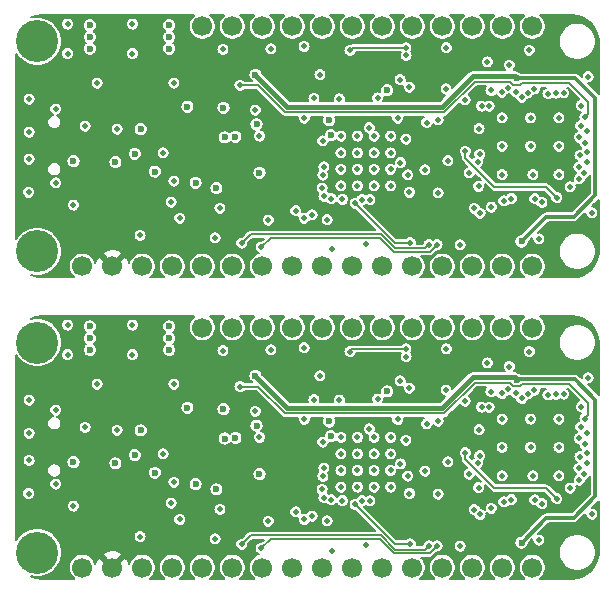
<source format=gbr>
G04 #@! TF.GenerationSoftware,KiCad,Pcbnew,(5.1.2)-1*
G04 #@! TF.CreationDate,2019-08-08T11:50:39+10:00*
G04 #@! TF.ProjectId,output.panel,6f757470-7574-42e7-9061-6e656c2e6b69,rev?*
G04 #@! TF.SameCoordinates,Original*
G04 #@! TF.FileFunction,Copper,L3,Inr*
G04 #@! TF.FilePolarity,Positive*
%FSLAX46Y46*%
G04 Gerber Fmt 4.6, Leading zero omitted, Abs format (unit mm)*
G04 Created by KiCad (PCBNEW (5.1.2)-1) date 2019-08-08 11:50:39*
%MOMM*%
%LPD*%
G04 APERTURE LIST*
%ADD10C,3.556000*%
%ADD11C,1.700000*%
%ADD12C,0.500000*%
%ADD13C,0.600000*%
%ADD14C,0.400000*%
%ADD15C,0.300000*%
%ADD16C,0.150000*%
%ADD17C,0.200000*%
G04 APERTURE END LIST*
D10*
X28930000Y-68245001D03*
X28930000Y-50465001D03*
D11*
X70840000Y-49195001D03*
X68300000Y-49195001D03*
X65760000Y-49195001D03*
X63220000Y-49195001D03*
X60680000Y-49195001D03*
X58140000Y-49195001D03*
X55600000Y-49195001D03*
X53060000Y-49195001D03*
X50520000Y-49195001D03*
X47980000Y-49195001D03*
X45440000Y-49195001D03*
X42900000Y-49195001D03*
X70840000Y-69515001D03*
X32740000Y-69515001D03*
X68300000Y-69515001D03*
X65760000Y-69515001D03*
X63220000Y-69515001D03*
X60680000Y-69515001D03*
X58140000Y-69515001D03*
X55600000Y-69515001D03*
X53060000Y-69515001D03*
X50520000Y-69515001D03*
X47980000Y-69515001D03*
X45440000Y-69515001D03*
X42900000Y-69515001D03*
X40360000Y-69515001D03*
X37820000Y-69515001D03*
X35280000Y-69515001D03*
D12*
X54650000Y-58500000D03*
X56050000Y-58500000D03*
X57450000Y-58500000D03*
X58850000Y-58500000D03*
X54650000Y-59900000D03*
X56050000Y-59900000D03*
X57450000Y-59900000D03*
X58850000Y-59900000D03*
X54650000Y-61300000D03*
X56050000Y-61300000D03*
X57450000Y-61300000D03*
X58850000Y-61300000D03*
X54650000Y-62700000D03*
X56050000Y-62700000D03*
X57450000Y-62700000D03*
X58850000Y-62700000D03*
X73100000Y-59350000D03*
X70700000Y-56950000D03*
X68300000Y-61750000D03*
X73100000Y-56950000D03*
X68300000Y-59350000D03*
X70700000Y-59350000D03*
X68300000Y-56950000D03*
X73100000Y-61750000D03*
X70900000Y-61750000D03*
D11*
X35280000Y-44015001D03*
X37820000Y-44015001D03*
X40360000Y-44015001D03*
X42900000Y-44015001D03*
X45440000Y-44015001D03*
X47980000Y-44015001D03*
X50520000Y-44015001D03*
X53060000Y-44015001D03*
X55600000Y-44015001D03*
X58140000Y-44015001D03*
X60680000Y-44015001D03*
X63220000Y-44015001D03*
X65760000Y-44015001D03*
X68300000Y-44015001D03*
X32740000Y-44015001D03*
X70840000Y-44015001D03*
X42900000Y-23695001D03*
X45440000Y-23695001D03*
X47980000Y-23695001D03*
X50520000Y-23695001D03*
X53060000Y-23695001D03*
X55600000Y-23695001D03*
X58140000Y-23695001D03*
X60680000Y-23695001D03*
X63220000Y-23695001D03*
X65760000Y-23695001D03*
X68300000Y-23695001D03*
X70840000Y-23695001D03*
D10*
X28930000Y-24965001D03*
X28930000Y-42745001D03*
D12*
X70900000Y-36250000D03*
X73100000Y-36250000D03*
X68300000Y-31450000D03*
X70700000Y-33850000D03*
X68300000Y-33850000D03*
X73100000Y-31450000D03*
X68300000Y-36250000D03*
X70700000Y-31450000D03*
X73100000Y-33850000D03*
X58850000Y-37200000D03*
X57450000Y-37200000D03*
X56050000Y-37200000D03*
X54650000Y-37200000D03*
X58850000Y-35800000D03*
X57450000Y-35800000D03*
X56050000Y-35800000D03*
X54650000Y-35800000D03*
X58850000Y-34400000D03*
X57450000Y-34400000D03*
X56050000Y-34400000D03*
X54650000Y-34400000D03*
X58850000Y-33000000D03*
X57450000Y-33000000D03*
X56050000Y-33000000D03*
X54650000Y-33000000D03*
D13*
X33400000Y-25600000D03*
X33400000Y-24600000D03*
X33400000Y-23600000D03*
X40100000Y-23600000D03*
X40100000Y-25600000D03*
X40100000Y-24600000D03*
X33400000Y-50100000D03*
X33400000Y-49100000D03*
X40100000Y-49100000D03*
X40100000Y-51100000D03*
X33400000Y-51100000D03*
X40100000Y-50100000D03*
X44100000Y-37400000D03*
X47500000Y-32000000D03*
X44100000Y-62900000D03*
X47500000Y-57500000D03*
X37200000Y-34500000D03*
X37700000Y-32400000D03*
X37200000Y-60000000D03*
X37700000Y-57900000D03*
X50875000Y-29125000D03*
X56350000Y-28400000D03*
X46950000Y-40074990D03*
X44599998Y-36100000D03*
X44075736Y-39925728D03*
X64480630Y-31034596D03*
D12*
X60025895Y-29830530D03*
X62925021Y-37102068D03*
X59801946Y-41280808D03*
D13*
X72950000Y-27418396D03*
D12*
X30302519Y-27708305D03*
D13*
X63800000Y-42100000D03*
X69450000Y-24949956D03*
X74245509Y-38706056D03*
D12*
X54684485Y-25666596D03*
D13*
X34400000Y-40900000D03*
X50875000Y-54625000D03*
X56350000Y-53900000D03*
X46950000Y-65574990D03*
X44075736Y-65425728D03*
X64480630Y-56534596D03*
D12*
X60025895Y-55330530D03*
D13*
X44599998Y-61600000D03*
D12*
X62925021Y-62602068D03*
X59801946Y-66780808D03*
D13*
X72950000Y-52918396D03*
D12*
X30302519Y-53208305D03*
D13*
X63800000Y-67600000D03*
X34400000Y-66400000D03*
D12*
X54684485Y-51166596D03*
D13*
X69450000Y-50449956D03*
X74245509Y-64206056D03*
X44700000Y-30600000D03*
X35550000Y-35200000D03*
X35550000Y-60700000D03*
X44700000Y-56100000D03*
X47400000Y-27800000D03*
X69937746Y-41909958D03*
X69549996Y-28100000D03*
X47400000Y-53300000D03*
X69937746Y-67409958D03*
X69549996Y-53600000D03*
X53650000Y-31650000D03*
X53800000Y-32900000D03*
X53650000Y-57150000D03*
X53800000Y-58400000D03*
D12*
X33000000Y-32150000D03*
X32000000Y-38824980D03*
X32000000Y-64324980D03*
X33000000Y-57650000D03*
X55858147Y-38678318D03*
X44000000Y-41600000D03*
X60521767Y-42006467D03*
X70463062Y-29303891D03*
X70463062Y-54803891D03*
X60521767Y-67506467D03*
X44000000Y-67100000D03*
X55858147Y-64178318D03*
X40500000Y-36800000D03*
X40275000Y-38575000D03*
X39600000Y-34400000D03*
X40275000Y-64075000D03*
X40500000Y-62300000D03*
X39600000Y-59900000D03*
X56425734Y-38361520D03*
X60150000Y-33250000D03*
X59689123Y-35239111D03*
X44400000Y-39100000D03*
X69950010Y-29703007D03*
X44400000Y-64600000D03*
X59689123Y-60739111D03*
X69950010Y-55203007D03*
X56425734Y-63861520D03*
X60150000Y-58750000D03*
X51550000Y-39950000D03*
X74884037Y-34625010D03*
X51550000Y-65450000D03*
X74884037Y-60125010D03*
X52350000Y-29800000D03*
X54515373Y-29834627D03*
X52350000Y-55300000D03*
X54515373Y-55334627D03*
X53471075Y-40067111D03*
X66400471Y-34542682D03*
X53471075Y-65567111D03*
X66400471Y-60042682D03*
X52206783Y-39664984D03*
X66551650Y-30445117D03*
X52206783Y-65164984D03*
X66551650Y-55945117D03*
X57049998Y-32275010D03*
X65174990Y-34285883D03*
X72909936Y-38189519D03*
X65174990Y-59785883D03*
X72909936Y-63689519D03*
X57049998Y-57775010D03*
X63550000Y-29000000D03*
X63575000Y-25500000D03*
X30500000Y-30700000D03*
X28250000Y-29850000D03*
X28250000Y-32650000D03*
X28250000Y-34950000D03*
X28200000Y-37750000D03*
X30500000Y-36950000D03*
X47750000Y-33000000D03*
D13*
X47750000Y-36100000D03*
D12*
X53112528Y-36299990D03*
X53062528Y-37400010D03*
X53200000Y-35599994D03*
D13*
X38900000Y-36000000D03*
D12*
X37650000Y-41400000D03*
D13*
X32000000Y-35100000D03*
D12*
X48500000Y-40100000D03*
D13*
X42350000Y-36949980D03*
D12*
X41000000Y-39950000D03*
D13*
X41650000Y-30500000D03*
X44800000Y-33100000D03*
X45700000Y-33050000D03*
D12*
X51525000Y-25400000D03*
X52862524Y-27779741D03*
X62875000Y-31625000D03*
X75580214Y-27959153D03*
X53204173Y-38098977D03*
X57099727Y-38374913D03*
X37000000Y-23500000D03*
X37000000Y-26000000D03*
X31500000Y-23500000D03*
X31500000Y-26000000D03*
X34000000Y-28500000D03*
X40500000Y-28500000D03*
X53100000Y-33400000D03*
X61900000Y-31844496D03*
X60434249Y-28834906D03*
X63698848Y-35075010D03*
X60450000Y-37749923D03*
X62875021Y-37800291D03*
X56800000Y-42100000D03*
X50820287Y-39307946D03*
X44650000Y-25650000D03*
X59449410Y-31480552D03*
X51546016Y-31475010D03*
X47400000Y-30800000D03*
X48724977Y-25594033D03*
X70596716Y-25727113D03*
X68900000Y-27000000D03*
X65500000Y-36100000D03*
X67386077Y-39004197D03*
X75900000Y-39500006D03*
X71400018Y-41700000D03*
D13*
X58552412Y-29099953D03*
D12*
X35700000Y-32400000D03*
X37000000Y-51500000D03*
X51525000Y-50900000D03*
X31500000Y-49000000D03*
D13*
X58552412Y-54599953D03*
D12*
X62875021Y-63300291D03*
X60434249Y-54334906D03*
X34000000Y-54000000D03*
X60450000Y-63249923D03*
X31500000Y-51500000D03*
D13*
X44800000Y-58600000D03*
X38900000Y-61500000D03*
D12*
X44650000Y-51150000D03*
X51546016Y-56975010D03*
D13*
X32000000Y-60600000D03*
D12*
X48500000Y-65600000D03*
X41000000Y-65450000D03*
X48724977Y-51094033D03*
X53100000Y-58900000D03*
X62875000Y-57125000D03*
X68900000Y-52500000D03*
X67386077Y-64504197D03*
X37650000Y-66900000D03*
X52862524Y-53279741D03*
X75580214Y-53459153D03*
X56800000Y-67600000D03*
X40500000Y-54000000D03*
X75900000Y-65000006D03*
X37000000Y-49000000D03*
X50820287Y-64807946D03*
X47400000Y-56300000D03*
X59449410Y-56980552D03*
D13*
X41650000Y-56000000D03*
D12*
X63698848Y-60575010D03*
X35700000Y-57900000D03*
D13*
X42350000Y-62449980D03*
D12*
X71400018Y-67200000D03*
X53204173Y-63598977D03*
X57099727Y-63874913D03*
X61900000Y-57344496D03*
X65500000Y-61600000D03*
X70596716Y-51227113D03*
D13*
X45700000Y-58550000D03*
D12*
X47750000Y-58500000D03*
D13*
X47750000Y-61600000D03*
D12*
X63550000Y-54500000D03*
X53112528Y-61799990D03*
X53062528Y-62900010D03*
X53200000Y-61099994D03*
X63575000Y-51000000D03*
X28250000Y-60450000D03*
X30500000Y-56200000D03*
X28250000Y-55350000D03*
X28250000Y-58150000D03*
X28200000Y-63250000D03*
X30500000Y-62450000D03*
X75300000Y-31399982D03*
X46093406Y-28693406D03*
X46093406Y-54193406D03*
X75300000Y-56899982D03*
X60171331Y-26158481D03*
X67049994Y-26700000D03*
X67049994Y-52200000D03*
X60171331Y-51658481D03*
X75474979Y-34350000D03*
X75474979Y-59850000D03*
X74950000Y-32100000D03*
X74950000Y-57600000D03*
X75500000Y-32600000D03*
X75500000Y-58100000D03*
X67201653Y-30448406D03*
X67201653Y-55948406D03*
X65939844Y-39109127D03*
X65939844Y-64609127D03*
X66439487Y-39524891D03*
X66439487Y-65024891D03*
X68428604Y-38467442D03*
X68428604Y-63967442D03*
X69084987Y-38276574D03*
X69084987Y-63776574D03*
X74059720Y-37297565D03*
X74059720Y-62797565D03*
X71050010Y-38291623D03*
X71050010Y-63791623D03*
X71650000Y-38599968D03*
X71650000Y-64099968D03*
X74834585Y-36620035D03*
X74834585Y-62120035D03*
X75225867Y-36100984D03*
X75225867Y-61600984D03*
X75300000Y-33600000D03*
X75300000Y-59100000D03*
X74843941Y-33092426D03*
X74843941Y-58592426D03*
X67350000Y-29124979D03*
X67350000Y-54624979D03*
X68257533Y-29279990D03*
X68257533Y-54779990D03*
X68790121Y-28907345D03*
X68790121Y-54407345D03*
X69440160Y-29239501D03*
X69440160Y-54739501D03*
X71034491Y-28994079D03*
X71034491Y-54494079D03*
X72168470Y-29389858D03*
X72168470Y-54889858D03*
X72833643Y-29359020D03*
X72833643Y-54859020D03*
X73499990Y-29338776D03*
X73499990Y-54838776D03*
X75000000Y-30400000D03*
X75000000Y-55900000D03*
X64750000Y-42200000D03*
X74793418Y-35615698D03*
X64750000Y-67700000D03*
X74793418Y-61115698D03*
X53860122Y-42588356D03*
X75474979Y-35158470D03*
X53860122Y-68088356D03*
X75474979Y-60658470D03*
X61760348Y-35852825D03*
X66211846Y-35164723D03*
X61760348Y-61352825D03*
X66211846Y-60664723D03*
X60300000Y-36275000D03*
X66300000Y-37250000D03*
X60300000Y-61775000D03*
X66300000Y-62750000D03*
X62800000Y-42174990D03*
X47900000Y-42400000D03*
X62800000Y-67674990D03*
X47900000Y-67900000D03*
X62102628Y-42174990D03*
X46250000Y-42050000D03*
X62102628Y-67674990D03*
X46250000Y-67550000D03*
X54780012Y-38350022D03*
X60139521Y-25509248D03*
X66358783Y-32349978D03*
X55399946Y-25734604D03*
X66358783Y-57849978D03*
X54780012Y-63850022D03*
X55399946Y-51234604D03*
X60139521Y-51009248D03*
X59670251Y-28205620D03*
X53829903Y-38274979D03*
X65155963Y-29928664D03*
X57750000Y-29750000D03*
X65155963Y-55428664D03*
X53829903Y-63774979D03*
X57750000Y-55250000D03*
X59670251Y-53705620D03*
D14*
X69349996Y-27900000D02*
X69549996Y-28100000D01*
X65814117Y-27900000D02*
X69349996Y-27900000D01*
X63214117Y-30500000D02*
X65814117Y-27900000D01*
X47400000Y-27800000D02*
X50100000Y-30500000D01*
X50100000Y-30500000D02*
X63214117Y-30500000D01*
D15*
X69581590Y-28068406D02*
X69549996Y-28100000D01*
X72047704Y-39800000D02*
X74400000Y-39800000D01*
X69937746Y-41909958D02*
X72047704Y-39800000D01*
X74400000Y-39800000D02*
X76200001Y-37999999D01*
X76200001Y-37999999D02*
X76200001Y-29800001D01*
X76200001Y-29800001D02*
X74468406Y-28068406D01*
X74468406Y-28068406D02*
X69581590Y-28068406D01*
D14*
X65814117Y-53400000D02*
X69349996Y-53400000D01*
D15*
X74468406Y-53568406D02*
X69581590Y-53568406D01*
D14*
X69349996Y-53400000D02*
X69549996Y-53600000D01*
D15*
X69581590Y-53568406D02*
X69549996Y-53600000D01*
X72047704Y-65300000D02*
X74400000Y-65300000D01*
D14*
X50100000Y-56000000D02*
X63214117Y-56000000D01*
D15*
X69937746Y-67409958D02*
X72047704Y-65300000D01*
X76200001Y-63499999D02*
X76200001Y-55300001D01*
X76200001Y-55300001D02*
X74468406Y-53568406D01*
D14*
X63214117Y-56000000D02*
X65814117Y-53400000D01*
D15*
X74400000Y-65300000D02*
X76200001Y-63499999D01*
D14*
X47400000Y-53300000D02*
X50100000Y-56000000D01*
D16*
X55858147Y-38678318D02*
X59186296Y-42006467D01*
X60168214Y-42006467D02*
X60521767Y-42006467D01*
X59186296Y-42006467D02*
X60168214Y-42006467D01*
X59186296Y-67506467D02*
X60168214Y-67506467D01*
X55858147Y-64178318D02*
X59186296Y-67506467D01*
X60168214Y-67506467D02*
X60521767Y-67506467D01*
D17*
X67640002Y-37300000D02*
X72020417Y-37300000D01*
X72659937Y-37939520D02*
X72909936Y-38189519D01*
X72020417Y-37300000D02*
X72659937Y-37939520D01*
X65174990Y-34285883D02*
X65174990Y-34834988D01*
X65174990Y-34834988D02*
X67640002Y-37300000D01*
X65174990Y-60334988D02*
X67640002Y-62800000D01*
X72659937Y-63439520D02*
X72909936Y-63689519D01*
X67640002Y-62800000D02*
X72020417Y-62800000D01*
X72020417Y-62800000D02*
X72659937Y-63439520D01*
X65174990Y-59785883D02*
X65174990Y-60334988D01*
D16*
X63410872Y-30975011D02*
X49875011Y-30975011D01*
X66010872Y-28375011D02*
X63410872Y-30975011D01*
X68929553Y-28375011D02*
X66010872Y-28375011D01*
X69229543Y-28675001D02*
X68929553Y-28375011D01*
X46100000Y-28700000D02*
X46093406Y-28693406D01*
X75600000Y-31099982D02*
X75600000Y-30100000D01*
X75300000Y-31399982D02*
X75600000Y-31099982D01*
X47600000Y-28700000D02*
X46100000Y-28700000D01*
X75600000Y-30100000D02*
X74000000Y-28500000D01*
X49875011Y-30975011D02*
X47600000Y-28700000D01*
X74000000Y-28500000D02*
X70001002Y-28500000D01*
X70001002Y-28500000D02*
X69826001Y-28675001D01*
X69826001Y-28675001D02*
X69229543Y-28675001D01*
X66010872Y-53875011D02*
X63410872Y-56475011D01*
X69229543Y-54175001D02*
X68929553Y-53875011D01*
X46100000Y-54200000D02*
X46093406Y-54193406D01*
X75600000Y-56599982D02*
X75600000Y-55600000D01*
X63410872Y-56475011D02*
X49875011Y-56475011D01*
X75300000Y-56899982D02*
X75600000Y-56599982D01*
X47600000Y-54200000D02*
X46100000Y-54200000D01*
X75600000Y-55600000D02*
X74000000Y-54000000D01*
X49875011Y-56475011D02*
X47600000Y-54200000D01*
X70001002Y-54000000D02*
X69826001Y-54175001D01*
X69826001Y-54175001D02*
X69229543Y-54175001D01*
X74000000Y-54000000D02*
X70001002Y-54000000D01*
X68929553Y-53875011D02*
X66010872Y-53875011D01*
X59131283Y-42800011D02*
X62174979Y-42800011D01*
X62174979Y-42800011D02*
X62550001Y-42424989D01*
X57931284Y-41600011D02*
X59131283Y-42800011D01*
X48699989Y-41600011D02*
X57931284Y-41600011D01*
X47900000Y-42400000D02*
X48699989Y-41600011D01*
X62550001Y-42424989D02*
X62800000Y-42174990D01*
X62174979Y-68300011D02*
X62550001Y-67924989D01*
X47900000Y-67900000D02*
X48699989Y-67100011D01*
X57931284Y-67100011D02*
X59131283Y-68300011D01*
X62550001Y-67924989D02*
X62800000Y-67674990D01*
X59131283Y-68300011D02*
X62174979Y-68300011D01*
X48699989Y-67100011D02*
X57931284Y-67100011D01*
X46499999Y-41800001D02*
X46250000Y-42050000D01*
X47000000Y-41300000D02*
X46499999Y-41800001D01*
X58055551Y-41300000D02*
X47000000Y-41300000D01*
X61777618Y-42500000D02*
X59255551Y-42500000D01*
X59255551Y-42500000D02*
X58055551Y-41300000D01*
X62102628Y-42174990D02*
X61777618Y-42500000D01*
X58055551Y-66800000D02*
X47000000Y-66800000D01*
X46499999Y-67300001D02*
X46250000Y-67550000D01*
X61777618Y-68000000D02*
X59255551Y-68000000D01*
X47000000Y-66800000D02*
X46499999Y-67300001D01*
X59255551Y-68000000D02*
X58055551Y-66800000D01*
X62102628Y-67674990D02*
X61777618Y-68000000D01*
X60139521Y-25509248D02*
X55625302Y-25509248D01*
X55625302Y-25509248D02*
X55399946Y-25734604D01*
X60139521Y-51009248D02*
X55625302Y-51009248D01*
X55625302Y-51009248D02*
X55399946Y-51234604D01*
D17*
G36*
X42166918Y-22801738D02*
G01*
X42006737Y-22961919D01*
X41880884Y-23150272D01*
X41794194Y-23359558D01*
X41750000Y-23581736D01*
X41750000Y-23808266D01*
X41794194Y-24030444D01*
X41880884Y-24239730D01*
X42006737Y-24428083D01*
X42166918Y-24588264D01*
X42355271Y-24714117D01*
X42564557Y-24800807D01*
X42786735Y-24845001D01*
X43013265Y-24845001D01*
X43235443Y-24800807D01*
X43444729Y-24714117D01*
X43633082Y-24588264D01*
X43793263Y-24428083D01*
X43919116Y-24239730D01*
X44005806Y-24030444D01*
X44050000Y-23808266D01*
X44050000Y-23581736D01*
X44005806Y-23359558D01*
X43919116Y-23150272D01*
X43793263Y-22961919D01*
X43633082Y-22801738D01*
X43555652Y-22750001D01*
X44784348Y-22750001D01*
X44706918Y-22801738D01*
X44546737Y-22961919D01*
X44420884Y-23150272D01*
X44334194Y-23359558D01*
X44290000Y-23581736D01*
X44290000Y-23808266D01*
X44334194Y-24030444D01*
X44420884Y-24239730D01*
X44546737Y-24428083D01*
X44706918Y-24588264D01*
X44895271Y-24714117D01*
X45104557Y-24800807D01*
X45326735Y-24845001D01*
X45553265Y-24845001D01*
X45775443Y-24800807D01*
X45984729Y-24714117D01*
X46173082Y-24588264D01*
X46333263Y-24428083D01*
X46459116Y-24239730D01*
X46545806Y-24030444D01*
X46590000Y-23808266D01*
X46590000Y-23581736D01*
X46545806Y-23359558D01*
X46459116Y-23150272D01*
X46333263Y-22961919D01*
X46173082Y-22801738D01*
X46095652Y-22750001D01*
X47324348Y-22750001D01*
X47246918Y-22801738D01*
X47086737Y-22961919D01*
X46960884Y-23150272D01*
X46874194Y-23359558D01*
X46830000Y-23581736D01*
X46830000Y-23808266D01*
X46874194Y-24030444D01*
X46960884Y-24239730D01*
X47086737Y-24428083D01*
X47246918Y-24588264D01*
X47435271Y-24714117D01*
X47644557Y-24800807D01*
X47866735Y-24845001D01*
X48093265Y-24845001D01*
X48315443Y-24800807D01*
X48524729Y-24714117D01*
X48713082Y-24588264D01*
X48873263Y-24428083D01*
X48999116Y-24239730D01*
X49085806Y-24030444D01*
X49130000Y-23808266D01*
X49130000Y-23581736D01*
X49085806Y-23359558D01*
X48999116Y-23150272D01*
X48873263Y-22961919D01*
X48713082Y-22801738D01*
X48635652Y-22750001D01*
X49864348Y-22750001D01*
X49786918Y-22801738D01*
X49626737Y-22961919D01*
X49500884Y-23150272D01*
X49414194Y-23359558D01*
X49370000Y-23581736D01*
X49370000Y-23808266D01*
X49414194Y-24030444D01*
X49500884Y-24239730D01*
X49626737Y-24428083D01*
X49786918Y-24588264D01*
X49975271Y-24714117D01*
X50184557Y-24800807D01*
X50406735Y-24845001D01*
X50633265Y-24845001D01*
X50855443Y-24800807D01*
X51064729Y-24714117D01*
X51253082Y-24588264D01*
X51413263Y-24428083D01*
X51539116Y-24239730D01*
X51625806Y-24030444D01*
X51670000Y-23808266D01*
X51670000Y-23581736D01*
X51625806Y-23359558D01*
X51539116Y-23150272D01*
X51413263Y-22961919D01*
X51253082Y-22801738D01*
X51175652Y-22750001D01*
X52404348Y-22750001D01*
X52326918Y-22801738D01*
X52166737Y-22961919D01*
X52040884Y-23150272D01*
X51954194Y-23359558D01*
X51910000Y-23581736D01*
X51910000Y-23808266D01*
X51954194Y-24030444D01*
X52040884Y-24239730D01*
X52166737Y-24428083D01*
X52326918Y-24588264D01*
X52515271Y-24714117D01*
X52724557Y-24800807D01*
X52946735Y-24845001D01*
X53173265Y-24845001D01*
X53395443Y-24800807D01*
X53604729Y-24714117D01*
X53793082Y-24588264D01*
X53953263Y-24428083D01*
X54079116Y-24239730D01*
X54165806Y-24030444D01*
X54210000Y-23808266D01*
X54210000Y-23581736D01*
X54165806Y-23359558D01*
X54079116Y-23150272D01*
X53953263Y-22961919D01*
X53793082Y-22801738D01*
X53715652Y-22750001D01*
X54944348Y-22750001D01*
X54866918Y-22801738D01*
X54706737Y-22961919D01*
X54580884Y-23150272D01*
X54494194Y-23359558D01*
X54450000Y-23581736D01*
X54450000Y-23808266D01*
X54494194Y-24030444D01*
X54580884Y-24239730D01*
X54706737Y-24428083D01*
X54866918Y-24588264D01*
X55055271Y-24714117D01*
X55264557Y-24800807D01*
X55486735Y-24845001D01*
X55713265Y-24845001D01*
X55935443Y-24800807D01*
X56144729Y-24714117D01*
X56333082Y-24588264D01*
X56493263Y-24428083D01*
X56619116Y-24239730D01*
X56705806Y-24030444D01*
X56750000Y-23808266D01*
X56750000Y-23581736D01*
X56705806Y-23359558D01*
X56619116Y-23150272D01*
X56493263Y-22961919D01*
X56333082Y-22801738D01*
X56255652Y-22750001D01*
X57484348Y-22750001D01*
X57406918Y-22801738D01*
X57246737Y-22961919D01*
X57120884Y-23150272D01*
X57034194Y-23359558D01*
X56990000Y-23581736D01*
X56990000Y-23808266D01*
X57034194Y-24030444D01*
X57120884Y-24239730D01*
X57246737Y-24428083D01*
X57406918Y-24588264D01*
X57595271Y-24714117D01*
X57804557Y-24800807D01*
X58026735Y-24845001D01*
X58253265Y-24845001D01*
X58475443Y-24800807D01*
X58684729Y-24714117D01*
X58873082Y-24588264D01*
X59033263Y-24428083D01*
X59159116Y-24239730D01*
X59245806Y-24030444D01*
X59290000Y-23808266D01*
X59290000Y-23581736D01*
X59245806Y-23359558D01*
X59159116Y-23150272D01*
X59033263Y-22961919D01*
X58873082Y-22801738D01*
X58795652Y-22750001D01*
X60024348Y-22750001D01*
X59946918Y-22801738D01*
X59786737Y-22961919D01*
X59660884Y-23150272D01*
X59574194Y-23359558D01*
X59530000Y-23581736D01*
X59530000Y-23808266D01*
X59574194Y-24030444D01*
X59660884Y-24239730D01*
X59786737Y-24428083D01*
X59946918Y-24588264D01*
X60135271Y-24714117D01*
X60344557Y-24800807D01*
X60566735Y-24845001D01*
X60793265Y-24845001D01*
X61015443Y-24800807D01*
X61224729Y-24714117D01*
X61413082Y-24588264D01*
X61573263Y-24428083D01*
X61699116Y-24239730D01*
X61785806Y-24030444D01*
X61830000Y-23808266D01*
X61830000Y-23581736D01*
X61785806Y-23359558D01*
X61699116Y-23150272D01*
X61573263Y-22961919D01*
X61413082Y-22801738D01*
X61335652Y-22750001D01*
X62564348Y-22750001D01*
X62486918Y-22801738D01*
X62326737Y-22961919D01*
X62200884Y-23150272D01*
X62114194Y-23359558D01*
X62070000Y-23581736D01*
X62070000Y-23808266D01*
X62114194Y-24030444D01*
X62200884Y-24239730D01*
X62326737Y-24428083D01*
X62486918Y-24588264D01*
X62675271Y-24714117D01*
X62884557Y-24800807D01*
X63106735Y-24845001D01*
X63333265Y-24845001D01*
X63555443Y-24800807D01*
X63764729Y-24714117D01*
X63953082Y-24588264D01*
X64113263Y-24428083D01*
X64239116Y-24239730D01*
X64325806Y-24030444D01*
X64370000Y-23808266D01*
X64370000Y-23581736D01*
X64325806Y-23359558D01*
X64239116Y-23150272D01*
X64113263Y-22961919D01*
X63953082Y-22801738D01*
X63875652Y-22750001D01*
X65104348Y-22750001D01*
X65026918Y-22801738D01*
X64866737Y-22961919D01*
X64740884Y-23150272D01*
X64654194Y-23359558D01*
X64610000Y-23581736D01*
X64610000Y-23808266D01*
X64654194Y-24030444D01*
X64740884Y-24239730D01*
X64866737Y-24428083D01*
X65026918Y-24588264D01*
X65215271Y-24714117D01*
X65424557Y-24800807D01*
X65646735Y-24845001D01*
X65873265Y-24845001D01*
X66095443Y-24800807D01*
X66304729Y-24714117D01*
X66493082Y-24588264D01*
X66653263Y-24428083D01*
X66779116Y-24239730D01*
X66865806Y-24030444D01*
X66910000Y-23808266D01*
X66910000Y-23581736D01*
X66865806Y-23359558D01*
X66779116Y-23150272D01*
X66653263Y-22961919D01*
X66493082Y-22801738D01*
X66415652Y-22750001D01*
X67644348Y-22750001D01*
X67566918Y-22801738D01*
X67406737Y-22961919D01*
X67280884Y-23150272D01*
X67194194Y-23359558D01*
X67150000Y-23581736D01*
X67150000Y-23808266D01*
X67194194Y-24030444D01*
X67280884Y-24239730D01*
X67406737Y-24428083D01*
X67566918Y-24588264D01*
X67755271Y-24714117D01*
X67964557Y-24800807D01*
X68186735Y-24845001D01*
X68413265Y-24845001D01*
X68635443Y-24800807D01*
X68844729Y-24714117D01*
X69033082Y-24588264D01*
X69193263Y-24428083D01*
X69319116Y-24239730D01*
X69405806Y-24030444D01*
X69450000Y-23808266D01*
X69450000Y-23581736D01*
X69405806Y-23359558D01*
X69319116Y-23150272D01*
X69193263Y-22961919D01*
X69033082Y-22801738D01*
X68955652Y-22750001D01*
X70184348Y-22750001D01*
X70106918Y-22801738D01*
X69946737Y-22961919D01*
X69820884Y-23150272D01*
X69734194Y-23359558D01*
X69690000Y-23581736D01*
X69690000Y-23808266D01*
X69734194Y-24030444D01*
X69820884Y-24239730D01*
X69946737Y-24428083D01*
X70106918Y-24588264D01*
X70295271Y-24714117D01*
X70504557Y-24800807D01*
X70726735Y-24845001D01*
X70953265Y-24845001D01*
X71127371Y-24810369D01*
X73080000Y-24810369D01*
X73080000Y-25119633D01*
X73140334Y-25422953D01*
X73258684Y-25708675D01*
X73430501Y-25965818D01*
X73649183Y-26184500D01*
X73906326Y-26356317D01*
X74192048Y-26474667D01*
X74495368Y-26535001D01*
X74804632Y-26535001D01*
X75107952Y-26474667D01*
X75393674Y-26356317D01*
X75650817Y-26184500D01*
X75869499Y-25965818D01*
X76041316Y-25708675D01*
X76159666Y-25422953D01*
X76220000Y-25119633D01*
X76220000Y-24810369D01*
X76159666Y-24507049D01*
X76041316Y-24221327D01*
X75869499Y-23964184D01*
X75650817Y-23745502D01*
X75393674Y-23573685D01*
X75107952Y-23455335D01*
X74804632Y-23395001D01*
X74495368Y-23395001D01*
X74192048Y-23455335D01*
X73906326Y-23573685D01*
X73649183Y-23745502D01*
X73430501Y-23964184D01*
X73258684Y-24221327D01*
X73140334Y-24507049D01*
X73080000Y-24810369D01*
X71127371Y-24810369D01*
X71175443Y-24800807D01*
X71384729Y-24714117D01*
X71573082Y-24588264D01*
X71733263Y-24428083D01*
X71859116Y-24239730D01*
X71945806Y-24030444D01*
X71990000Y-23808266D01*
X71990000Y-23581736D01*
X71945806Y-23359558D01*
X71859116Y-23150272D01*
X71733263Y-22961919D01*
X71573082Y-22801738D01*
X71495652Y-22750001D01*
X74227703Y-22750001D01*
X74673526Y-22793714D01*
X75087078Y-22918573D01*
X75468500Y-23121379D01*
X75803267Y-23394407D01*
X76078624Y-23727257D01*
X76284091Y-24107261D01*
X76411832Y-24519924D01*
X76458598Y-24964872D01*
X76458601Y-24965726D01*
X76458484Y-29422088D01*
X75545548Y-28509153D01*
X75634384Y-28509153D01*
X75740643Y-28488017D01*
X75840737Y-28446556D01*
X75930818Y-28386366D01*
X76007427Y-28309757D01*
X76067617Y-28219676D01*
X76109078Y-28119582D01*
X76130214Y-28013323D01*
X76130214Y-27904983D01*
X76109078Y-27798724D01*
X76067617Y-27698630D01*
X76007427Y-27608549D01*
X75930818Y-27531940D01*
X75840737Y-27471750D01*
X75740643Y-27430289D01*
X75634384Y-27409153D01*
X75526044Y-27409153D01*
X75419785Y-27430289D01*
X75319691Y-27471750D01*
X75229610Y-27531940D01*
X75153001Y-27608549D01*
X75092811Y-27698630D01*
X75051350Y-27798724D01*
X75030214Y-27904983D01*
X75030214Y-27993819D01*
X74802235Y-27765840D01*
X74788143Y-27748669D01*
X74719622Y-27692435D01*
X74641447Y-27650649D01*
X74556621Y-27624917D01*
X74490511Y-27618406D01*
X74490500Y-27618406D01*
X74468406Y-27616230D01*
X74446312Y-27618406D01*
X69909211Y-27618406D01*
X69834203Y-27568287D01*
X69725010Y-27523058D01*
X69664076Y-27510937D01*
X69629125Y-27482254D01*
X69542263Y-27435825D01*
X69448013Y-27407235D01*
X69374556Y-27400000D01*
X69349996Y-27397581D01*
X69325436Y-27400000D01*
X69277817Y-27400000D01*
X69327213Y-27350604D01*
X69387403Y-27260523D01*
X69428864Y-27160429D01*
X69450000Y-27054170D01*
X69450000Y-26945830D01*
X69428864Y-26839571D01*
X69387403Y-26739477D01*
X69327213Y-26649396D01*
X69250604Y-26572787D01*
X69160523Y-26512597D01*
X69060429Y-26471136D01*
X68954170Y-26450000D01*
X68845830Y-26450000D01*
X68739571Y-26471136D01*
X68639477Y-26512597D01*
X68549396Y-26572787D01*
X68472787Y-26649396D01*
X68412597Y-26739477D01*
X68371136Y-26839571D01*
X68350000Y-26945830D01*
X68350000Y-27054170D01*
X68371136Y-27160429D01*
X68412597Y-27260523D01*
X68472787Y-27350604D01*
X68522183Y-27400000D01*
X65838666Y-27400000D01*
X65814116Y-27397582D01*
X65789566Y-27400000D01*
X65789557Y-27400000D01*
X65716100Y-27407235D01*
X65621850Y-27435825D01*
X65534988Y-27482254D01*
X65458853Y-27544736D01*
X65443197Y-27563813D01*
X64093560Y-28913451D01*
X64078864Y-28839571D01*
X64037403Y-28739477D01*
X63977213Y-28649396D01*
X63900604Y-28572787D01*
X63810523Y-28512597D01*
X63710429Y-28471136D01*
X63604170Y-28450000D01*
X63495830Y-28450000D01*
X63389571Y-28471136D01*
X63289477Y-28512597D01*
X63199396Y-28572787D01*
X63122787Y-28649396D01*
X63062597Y-28739477D01*
X63021136Y-28839571D01*
X63000000Y-28945830D01*
X63000000Y-29054170D01*
X63021136Y-29160429D01*
X63062597Y-29260523D01*
X63122787Y-29350604D01*
X63199396Y-29427213D01*
X63289477Y-29487403D01*
X63389571Y-29528864D01*
X63463452Y-29543560D01*
X63007012Y-30000000D01*
X58241762Y-30000000D01*
X58278864Y-29910429D01*
X58300000Y-29804170D01*
X58300000Y-29695830D01*
X58288946Y-29640257D01*
X58377398Y-29676895D01*
X58493317Y-29699953D01*
X58611507Y-29699953D01*
X58727426Y-29676895D01*
X58836619Y-29631666D01*
X58934890Y-29566003D01*
X59018462Y-29482431D01*
X59084125Y-29384160D01*
X59129354Y-29274967D01*
X59152412Y-29159048D01*
X59152412Y-29040858D01*
X59129354Y-28924939D01*
X59084125Y-28815746D01*
X59018462Y-28717475D01*
X58934890Y-28633903D01*
X58836619Y-28568240D01*
X58727426Y-28523011D01*
X58611507Y-28499953D01*
X58493317Y-28499953D01*
X58377398Y-28523011D01*
X58268205Y-28568240D01*
X58169934Y-28633903D01*
X58086362Y-28717475D01*
X58020699Y-28815746D01*
X57975470Y-28924939D01*
X57952412Y-29040858D01*
X57952412Y-29159048D01*
X57969641Y-29245663D01*
X57910429Y-29221136D01*
X57804170Y-29200000D01*
X57695830Y-29200000D01*
X57589571Y-29221136D01*
X57489477Y-29262597D01*
X57399396Y-29322787D01*
X57322787Y-29399396D01*
X57262597Y-29489477D01*
X57221136Y-29589571D01*
X57200000Y-29695830D01*
X57200000Y-29804170D01*
X57221136Y-29910429D01*
X57258238Y-30000000D01*
X55042189Y-30000000D01*
X55044237Y-29995056D01*
X55065373Y-29888797D01*
X55065373Y-29780457D01*
X55044237Y-29674198D01*
X55002776Y-29574104D01*
X54942586Y-29484023D01*
X54865977Y-29407414D01*
X54775896Y-29347224D01*
X54675802Y-29305763D01*
X54569543Y-29284627D01*
X54461203Y-29284627D01*
X54354944Y-29305763D01*
X54254850Y-29347224D01*
X54164769Y-29407414D01*
X54088160Y-29484023D01*
X54027970Y-29574104D01*
X53986509Y-29674198D01*
X53965373Y-29780457D01*
X53965373Y-29888797D01*
X53986509Y-29995056D01*
X53988557Y-30000000D01*
X52862473Y-30000000D01*
X52878864Y-29960429D01*
X52900000Y-29854170D01*
X52900000Y-29745830D01*
X52878864Y-29639571D01*
X52837403Y-29539477D01*
X52777213Y-29449396D01*
X52700604Y-29372787D01*
X52610523Y-29312597D01*
X52510429Y-29271136D01*
X52404170Y-29250000D01*
X52295830Y-29250000D01*
X52189571Y-29271136D01*
X52089477Y-29312597D01*
X51999396Y-29372787D01*
X51922787Y-29449396D01*
X51862597Y-29539477D01*
X51821136Y-29639571D01*
X51800000Y-29745830D01*
X51800000Y-29854170D01*
X51821136Y-29960429D01*
X51837527Y-30000000D01*
X50307107Y-30000000D01*
X48032677Y-27725571D01*
X52312524Y-27725571D01*
X52312524Y-27833911D01*
X52333660Y-27940170D01*
X52375121Y-28040264D01*
X52435311Y-28130345D01*
X52511920Y-28206954D01*
X52602001Y-28267144D01*
X52702095Y-28308605D01*
X52808354Y-28329741D01*
X52916694Y-28329741D01*
X53022953Y-28308605D01*
X53123047Y-28267144D01*
X53213128Y-28206954D01*
X53268632Y-28151450D01*
X59120251Y-28151450D01*
X59120251Y-28259790D01*
X59141387Y-28366049D01*
X59182848Y-28466143D01*
X59243038Y-28556224D01*
X59319647Y-28632833D01*
X59409728Y-28693023D01*
X59509822Y-28734484D01*
X59616081Y-28755620D01*
X59724421Y-28755620D01*
X59830680Y-28734484D01*
X59899085Y-28706149D01*
X59884249Y-28780736D01*
X59884249Y-28889076D01*
X59905385Y-28995335D01*
X59946846Y-29095429D01*
X60007036Y-29185510D01*
X60083645Y-29262119D01*
X60173726Y-29322309D01*
X60273820Y-29363770D01*
X60380079Y-29384906D01*
X60488419Y-29384906D01*
X60594678Y-29363770D01*
X60694772Y-29322309D01*
X60784853Y-29262119D01*
X60861462Y-29185510D01*
X60921652Y-29095429D01*
X60963113Y-28995335D01*
X60984249Y-28889076D01*
X60984249Y-28780736D01*
X60963113Y-28674477D01*
X60921652Y-28574383D01*
X60861462Y-28484302D01*
X60784853Y-28407693D01*
X60694772Y-28347503D01*
X60594678Y-28306042D01*
X60488419Y-28284906D01*
X60380079Y-28284906D01*
X60273820Y-28306042D01*
X60205415Y-28334377D01*
X60220251Y-28259790D01*
X60220251Y-28151450D01*
X60199115Y-28045191D01*
X60157654Y-27945097D01*
X60097464Y-27855016D01*
X60020855Y-27778407D01*
X59930774Y-27718217D01*
X59830680Y-27676756D01*
X59724421Y-27655620D01*
X59616081Y-27655620D01*
X59509822Y-27676756D01*
X59409728Y-27718217D01*
X59319647Y-27778407D01*
X59243038Y-27855016D01*
X59182848Y-27945097D01*
X59141387Y-28045191D01*
X59120251Y-28151450D01*
X53268632Y-28151450D01*
X53289737Y-28130345D01*
X53349927Y-28040264D01*
X53391388Y-27940170D01*
X53412524Y-27833911D01*
X53412524Y-27725571D01*
X53391388Y-27619312D01*
X53349927Y-27519218D01*
X53289737Y-27429137D01*
X53213128Y-27352528D01*
X53123047Y-27292338D01*
X53022953Y-27250877D01*
X52916694Y-27229741D01*
X52808354Y-27229741D01*
X52702095Y-27250877D01*
X52602001Y-27292338D01*
X52511920Y-27352528D01*
X52435311Y-27429137D01*
X52375121Y-27519218D01*
X52333660Y-27619312D01*
X52312524Y-27725571D01*
X48032677Y-27725571D01*
X47988079Y-27680974D01*
X47976942Y-27624986D01*
X47931713Y-27515793D01*
X47866050Y-27417522D01*
X47782478Y-27333950D01*
X47684207Y-27268287D01*
X47575014Y-27223058D01*
X47459095Y-27200000D01*
X47340905Y-27200000D01*
X47224986Y-27223058D01*
X47115793Y-27268287D01*
X47017522Y-27333950D01*
X46933950Y-27417522D01*
X46868287Y-27515793D01*
X46823058Y-27624986D01*
X46800000Y-27740905D01*
X46800000Y-27859095D01*
X46823058Y-27975014D01*
X46868287Y-28084207D01*
X46933950Y-28182478D01*
X47017522Y-28266050D01*
X47105746Y-28325000D01*
X46502817Y-28325000D01*
X46444010Y-28266193D01*
X46353929Y-28206003D01*
X46253835Y-28164542D01*
X46147576Y-28143406D01*
X46039236Y-28143406D01*
X45932977Y-28164542D01*
X45832883Y-28206003D01*
X45742802Y-28266193D01*
X45666193Y-28342802D01*
X45606003Y-28432883D01*
X45564542Y-28532977D01*
X45543406Y-28639236D01*
X45543406Y-28747576D01*
X45564542Y-28853835D01*
X45606003Y-28953929D01*
X45666193Y-29044010D01*
X45742802Y-29120619D01*
X45832883Y-29180809D01*
X45932977Y-29222270D01*
X46039236Y-29243406D01*
X46147576Y-29243406D01*
X46253835Y-29222270D01*
X46353929Y-29180809D01*
X46444010Y-29120619D01*
X46489629Y-29075000D01*
X47444671Y-29075000D01*
X49596820Y-31227150D01*
X49608563Y-31241459D01*
X49622870Y-31253200D01*
X49665663Y-31288320D01*
X49716761Y-31315632D01*
X49730811Y-31323142D01*
X49801498Y-31344585D01*
X49856592Y-31350011D01*
X49856594Y-31350011D01*
X49875010Y-31351825D01*
X49893426Y-31350011D01*
X51010105Y-31350011D01*
X50996016Y-31420840D01*
X50996016Y-31529180D01*
X51017152Y-31635439D01*
X51058613Y-31735533D01*
X51118803Y-31825614D01*
X51195412Y-31902223D01*
X51285493Y-31962413D01*
X51385587Y-32003874D01*
X51491846Y-32025010D01*
X51600186Y-32025010D01*
X51706445Y-32003874D01*
X51806539Y-31962413D01*
X51896620Y-31902223D01*
X51973229Y-31825614D01*
X52033419Y-31735533D01*
X52074880Y-31635439D01*
X52096016Y-31529180D01*
X52096016Y-31420840D01*
X52081927Y-31350011D01*
X53128832Y-31350011D01*
X53118287Y-31365793D01*
X53073058Y-31474986D01*
X53050000Y-31590905D01*
X53050000Y-31709095D01*
X53073058Y-31825014D01*
X53118287Y-31934207D01*
X53183950Y-32032478D01*
X53267522Y-32116050D01*
X53365793Y-32181713D01*
X53474986Y-32226942D01*
X53590905Y-32250000D01*
X53709095Y-32250000D01*
X53825014Y-32226942D01*
X53839745Y-32220840D01*
X56499998Y-32220840D01*
X56499998Y-32329180D01*
X56521134Y-32435439D01*
X56562595Y-32535533D01*
X56622785Y-32625614D01*
X56699394Y-32702223D01*
X56789475Y-32762413D01*
X56889569Y-32803874D01*
X56932394Y-32812392D01*
X56921136Y-32839571D01*
X56900000Y-32945830D01*
X56900000Y-33054170D01*
X56921136Y-33160429D01*
X56962597Y-33260523D01*
X57022787Y-33350604D01*
X57099396Y-33427213D01*
X57189477Y-33487403D01*
X57289571Y-33528864D01*
X57395830Y-33550000D01*
X57504170Y-33550000D01*
X57610429Y-33528864D01*
X57710523Y-33487403D01*
X57800604Y-33427213D01*
X57877213Y-33350604D01*
X57937403Y-33260523D01*
X57978864Y-33160429D01*
X58000000Y-33054170D01*
X58000000Y-32945830D01*
X58300000Y-32945830D01*
X58300000Y-33054170D01*
X58321136Y-33160429D01*
X58362597Y-33260523D01*
X58422787Y-33350604D01*
X58499396Y-33427213D01*
X58589477Y-33487403D01*
X58689571Y-33528864D01*
X58795830Y-33550000D01*
X58904170Y-33550000D01*
X59010429Y-33528864D01*
X59110523Y-33487403D01*
X59200604Y-33427213D01*
X59277213Y-33350604D01*
X59337403Y-33260523D01*
X59364200Y-33195830D01*
X59600000Y-33195830D01*
X59600000Y-33304170D01*
X59621136Y-33410429D01*
X59662597Y-33510523D01*
X59722787Y-33600604D01*
X59799396Y-33677213D01*
X59889477Y-33737403D01*
X59989571Y-33778864D01*
X60095830Y-33800000D01*
X60204170Y-33800000D01*
X60310429Y-33778864D01*
X60410523Y-33737403D01*
X60500604Y-33677213D01*
X60577213Y-33600604D01*
X60637403Y-33510523D01*
X60678864Y-33410429D01*
X60700000Y-33304170D01*
X60700000Y-33195830D01*
X60678864Y-33089571D01*
X60637403Y-32989477D01*
X60577213Y-32899396D01*
X60500604Y-32822787D01*
X60410523Y-32762597D01*
X60310429Y-32721136D01*
X60204170Y-32700000D01*
X60095830Y-32700000D01*
X59989571Y-32721136D01*
X59889477Y-32762597D01*
X59799396Y-32822787D01*
X59722787Y-32899396D01*
X59662597Y-32989477D01*
X59621136Y-33089571D01*
X59600000Y-33195830D01*
X59364200Y-33195830D01*
X59378864Y-33160429D01*
X59400000Y-33054170D01*
X59400000Y-32945830D01*
X59378864Y-32839571D01*
X59337403Y-32739477D01*
X59277213Y-32649396D01*
X59200604Y-32572787D01*
X59110523Y-32512597D01*
X59010429Y-32471136D01*
X58904170Y-32450000D01*
X58795830Y-32450000D01*
X58689571Y-32471136D01*
X58589477Y-32512597D01*
X58499396Y-32572787D01*
X58422787Y-32649396D01*
X58362597Y-32739477D01*
X58321136Y-32839571D01*
X58300000Y-32945830D01*
X58000000Y-32945830D01*
X57978864Y-32839571D01*
X57937403Y-32739477D01*
X57877213Y-32649396D01*
X57800604Y-32572787D01*
X57710523Y-32512597D01*
X57610429Y-32471136D01*
X57567604Y-32462618D01*
X57578862Y-32435439D01*
X57599998Y-32329180D01*
X57599998Y-32220840D01*
X57578862Y-32114581D01*
X57537401Y-32014487D01*
X57477211Y-31924406D01*
X57400602Y-31847797D01*
X57310521Y-31787607D01*
X57210427Y-31746146D01*
X57104168Y-31725010D01*
X56995828Y-31725010D01*
X56889569Y-31746146D01*
X56789475Y-31787607D01*
X56699394Y-31847797D01*
X56622785Y-31924406D01*
X56562595Y-32014487D01*
X56521134Y-32114581D01*
X56499998Y-32220840D01*
X53839745Y-32220840D01*
X53934207Y-32181713D01*
X54032478Y-32116050D01*
X54116050Y-32032478D01*
X54181713Y-31934207D01*
X54226942Y-31825014D01*
X54250000Y-31709095D01*
X54250000Y-31590905D01*
X54226942Y-31474986D01*
X54181713Y-31365793D01*
X54171168Y-31350011D01*
X58914601Y-31350011D01*
X58899410Y-31426382D01*
X58899410Y-31534722D01*
X58920546Y-31640981D01*
X58962007Y-31741075D01*
X59022197Y-31831156D01*
X59098806Y-31907765D01*
X59188887Y-31967955D01*
X59288981Y-32009416D01*
X59395240Y-32030552D01*
X59503580Y-32030552D01*
X59609839Y-32009416D01*
X59709933Y-31967955D01*
X59800014Y-31907765D01*
X59876623Y-31831156D01*
X59936813Y-31741075D01*
X59978274Y-31640981D01*
X59999410Y-31534722D01*
X59999410Y-31426382D01*
X59984219Y-31350011D01*
X61656574Y-31350011D01*
X61639477Y-31357093D01*
X61549396Y-31417283D01*
X61472787Y-31493892D01*
X61412597Y-31583973D01*
X61371136Y-31684067D01*
X61350000Y-31790326D01*
X61350000Y-31898666D01*
X61371136Y-32004925D01*
X61412597Y-32105019D01*
X61472787Y-32195100D01*
X61549396Y-32271709D01*
X61639477Y-32331899D01*
X61739571Y-32373360D01*
X61845830Y-32394496D01*
X61954170Y-32394496D01*
X62060429Y-32373360D01*
X62160523Y-32331899D01*
X62214537Y-32295808D01*
X65808783Y-32295808D01*
X65808783Y-32404148D01*
X65829919Y-32510407D01*
X65871380Y-32610501D01*
X65931570Y-32700582D01*
X66008179Y-32777191D01*
X66098260Y-32837381D01*
X66198354Y-32878842D01*
X66304613Y-32899978D01*
X66412953Y-32899978D01*
X66519212Y-32878842D01*
X66619306Y-32837381D01*
X66709387Y-32777191D01*
X66785996Y-32700582D01*
X66846186Y-32610501D01*
X66887647Y-32510407D01*
X66908783Y-32404148D01*
X66908783Y-32295808D01*
X66887647Y-32189549D01*
X66846186Y-32089455D01*
X66785996Y-31999374D01*
X66709387Y-31922765D01*
X66619306Y-31862575D01*
X66519212Y-31821114D01*
X66412953Y-31799978D01*
X66304613Y-31799978D01*
X66198354Y-31821114D01*
X66098260Y-31862575D01*
X66008179Y-31922765D01*
X65931570Y-31999374D01*
X65871380Y-32089455D01*
X65829919Y-32189549D01*
X65808783Y-32295808D01*
X62214537Y-32295808D01*
X62250604Y-32271709D01*
X62327213Y-32195100D01*
X62387403Y-32105019D01*
X62428864Y-32004925D01*
X62437699Y-31960507D01*
X62447787Y-31975604D01*
X62524396Y-32052213D01*
X62614477Y-32112403D01*
X62714571Y-32153864D01*
X62820830Y-32175000D01*
X62929170Y-32175000D01*
X63035429Y-32153864D01*
X63135523Y-32112403D01*
X63225604Y-32052213D01*
X63302213Y-31975604D01*
X63362403Y-31885523D01*
X63403864Y-31785429D01*
X63425000Y-31679170D01*
X63425000Y-31570830D01*
X63403864Y-31464571D01*
X63375391Y-31395830D01*
X67750000Y-31395830D01*
X67750000Y-31504170D01*
X67771136Y-31610429D01*
X67812597Y-31710523D01*
X67872787Y-31800604D01*
X67949396Y-31877213D01*
X68039477Y-31937403D01*
X68139571Y-31978864D01*
X68245830Y-32000000D01*
X68354170Y-32000000D01*
X68460429Y-31978864D01*
X68560523Y-31937403D01*
X68650604Y-31877213D01*
X68727213Y-31800604D01*
X68787403Y-31710523D01*
X68828864Y-31610429D01*
X68850000Y-31504170D01*
X68850000Y-31395830D01*
X70150000Y-31395830D01*
X70150000Y-31504170D01*
X70171136Y-31610429D01*
X70212597Y-31710523D01*
X70272787Y-31800604D01*
X70349396Y-31877213D01*
X70439477Y-31937403D01*
X70539571Y-31978864D01*
X70645830Y-32000000D01*
X70754170Y-32000000D01*
X70860429Y-31978864D01*
X70960523Y-31937403D01*
X71050604Y-31877213D01*
X71127213Y-31800604D01*
X71187403Y-31710523D01*
X71228864Y-31610429D01*
X71250000Y-31504170D01*
X71250000Y-31395830D01*
X72550000Y-31395830D01*
X72550000Y-31504170D01*
X72571136Y-31610429D01*
X72612597Y-31710523D01*
X72672787Y-31800604D01*
X72749396Y-31877213D01*
X72839477Y-31937403D01*
X72939571Y-31978864D01*
X73045830Y-32000000D01*
X73154170Y-32000000D01*
X73260429Y-31978864D01*
X73360523Y-31937403D01*
X73450604Y-31877213D01*
X73527213Y-31800604D01*
X73587403Y-31710523D01*
X73628864Y-31610429D01*
X73650000Y-31504170D01*
X73650000Y-31395830D01*
X73628864Y-31289571D01*
X73587403Y-31189477D01*
X73527213Y-31099396D01*
X73450604Y-31022787D01*
X73360523Y-30962597D01*
X73260429Y-30921136D01*
X73154170Y-30900000D01*
X73045830Y-30900000D01*
X72939571Y-30921136D01*
X72839477Y-30962597D01*
X72749396Y-31022787D01*
X72672787Y-31099396D01*
X72612597Y-31189477D01*
X72571136Y-31289571D01*
X72550000Y-31395830D01*
X71250000Y-31395830D01*
X71228864Y-31289571D01*
X71187403Y-31189477D01*
X71127213Y-31099396D01*
X71050604Y-31022787D01*
X70960523Y-30962597D01*
X70860429Y-30921136D01*
X70754170Y-30900000D01*
X70645830Y-30900000D01*
X70539571Y-30921136D01*
X70439477Y-30962597D01*
X70349396Y-31022787D01*
X70272787Y-31099396D01*
X70212597Y-31189477D01*
X70171136Y-31289571D01*
X70150000Y-31395830D01*
X68850000Y-31395830D01*
X68828864Y-31289571D01*
X68787403Y-31189477D01*
X68727213Y-31099396D01*
X68650604Y-31022787D01*
X68560523Y-30962597D01*
X68460429Y-30921136D01*
X68354170Y-30900000D01*
X68245830Y-30900000D01*
X68139571Y-30921136D01*
X68039477Y-30962597D01*
X67949396Y-31022787D01*
X67872787Y-31099396D01*
X67812597Y-31189477D01*
X67771136Y-31289571D01*
X67750000Y-31395830D01*
X63375391Y-31395830D01*
X63362403Y-31364477D01*
X63352737Y-31350011D01*
X63392456Y-31350011D01*
X63410872Y-31351825D01*
X63429288Y-31350011D01*
X63429291Y-31350011D01*
X63484385Y-31344585D01*
X63555072Y-31323142D01*
X63620219Y-31288320D01*
X63677320Y-31241459D01*
X63689067Y-31227145D01*
X64691978Y-30224235D01*
X64728750Y-30279268D01*
X64805359Y-30355877D01*
X64895440Y-30416067D01*
X64995534Y-30457528D01*
X65101793Y-30478664D01*
X65210133Y-30478664D01*
X65316392Y-30457528D01*
X65416486Y-30416067D01*
X65454080Y-30390947D01*
X66001650Y-30390947D01*
X66001650Y-30499287D01*
X66022786Y-30605546D01*
X66064247Y-30705640D01*
X66124437Y-30795721D01*
X66201046Y-30872330D01*
X66291127Y-30932520D01*
X66391221Y-30973981D01*
X66497480Y-30995117D01*
X66605820Y-30995117D01*
X66712079Y-30973981D01*
X66812173Y-30932520D01*
X66874190Y-30891081D01*
X66941130Y-30935809D01*
X67041224Y-30977270D01*
X67147483Y-30998406D01*
X67255823Y-30998406D01*
X67362082Y-30977270D01*
X67462176Y-30935809D01*
X67552257Y-30875619D01*
X67628866Y-30799010D01*
X67689056Y-30708929D01*
X67730517Y-30608835D01*
X67751653Y-30502576D01*
X67751653Y-30394236D01*
X67730517Y-30287977D01*
X67689056Y-30187883D01*
X67628866Y-30097802D01*
X67552257Y-30021193D01*
X67462176Y-29961003D01*
X67362082Y-29919542D01*
X67255823Y-29898406D01*
X67147483Y-29898406D01*
X67041224Y-29919542D01*
X66941130Y-29961003D01*
X66879113Y-30002442D01*
X66812173Y-29957714D01*
X66712079Y-29916253D01*
X66605820Y-29895117D01*
X66497480Y-29895117D01*
X66391221Y-29916253D01*
X66291127Y-29957714D01*
X66201046Y-30017904D01*
X66124437Y-30094513D01*
X66064247Y-30184594D01*
X66022786Y-30284688D01*
X66001650Y-30390947D01*
X65454080Y-30390947D01*
X65506567Y-30355877D01*
X65583176Y-30279268D01*
X65643366Y-30189187D01*
X65684827Y-30089093D01*
X65705963Y-29982834D01*
X65705963Y-29874494D01*
X65684827Y-29768235D01*
X65643366Y-29668141D01*
X65583176Y-29578060D01*
X65506567Y-29501451D01*
X65451534Y-29464679D01*
X66166203Y-28750011D01*
X66947151Y-28750011D01*
X66922787Y-28774375D01*
X66862597Y-28864456D01*
X66821136Y-28964550D01*
X66800000Y-29070809D01*
X66800000Y-29179149D01*
X66821136Y-29285408D01*
X66862597Y-29385502D01*
X66922787Y-29475583D01*
X66999396Y-29552192D01*
X67089477Y-29612382D01*
X67189571Y-29653843D01*
X67295830Y-29674979D01*
X67404170Y-29674979D01*
X67510429Y-29653843D01*
X67610523Y-29612382D01*
X67700604Y-29552192D01*
X67753187Y-29499609D01*
X67770130Y-29540513D01*
X67830320Y-29630594D01*
X67906929Y-29707203D01*
X67997010Y-29767393D01*
X68097104Y-29808854D01*
X68203363Y-29829990D01*
X68311703Y-29829990D01*
X68417962Y-29808854D01*
X68518056Y-29767393D01*
X68608137Y-29707203D01*
X68684746Y-29630594D01*
X68744936Y-29540513D01*
X68779386Y-29457345D01*
X68844291Y-29457345D01*
X68928168Y-29440661D01*
X68952757Y-29500024D01*
X69012947Y-29590105D01*
X69089556Y-29666714D01*
X69179637Y-29726904D01*
X69279731Y-29768365D01*
X69385990Y-29789501D01*
X69406440Y-29789501D01*
X69421146Y-29863436D01*
X69462607Y-29963530D01*
X69522797Y-30053611D01*
X69599406Y-30130220D01*
X69689487Y-30190410D01*
X69789581Y-30231871D01*
X69895840Y-30253007D01*
X70004180Y-30253007D01*
X70110439Y-30231871D01*
X70210533Y-30190410D01*
X70300614Y-30130220D01*
X70377223Y-30053611D01*
X70437413Y-29963530D01*
X70478874Y-29863436D01*
X70480773Y-29853891D01*
X70517232Y-29853891D01*
X70623491Y-29832755D01*
X70723585Y-29791294D01*
X70813666Y-29731104D01*
X70890275Y-29654495D01*
X70950465Y-29564414D01*
X70960520Y-29540140D01*
X70980321Y-29544079D01*
X71088661Y-29544079D01*
X71194920Y-29522943D01*
X71295014Y-29481482D01*
X71385095Y-29421292D01*
X71461704Y-29344683D01*
X71521894Y-29254602D01*
X71563355Y-29154508D01*
X71584491Y-29048249D01*
X71584491Y-28939909D01*
X71571580Y-28875000D01*
X71974228Y-28875000D01*
X71907947Y-28902455D01*
X71817866Y-28962645D01*
X71741257Y-29039254D01*
X71681067Y-29129335D01*
X71639606Y-29229429D01*
X71618470Y-29335688D01*
X71618470Y-29444028D01*
X71639606Y-29550287D01*
X71681067Y-29650381D01*
X71741257Y-29740462D01*
X71817866Y-29817071D01*
X71907947Y-29877261D01*
X72008041Y-29918722D01*
X72114300Y-29939858D01*
X72222640Y-29939858D01*
X72328899Y-29918722D01*
X72428993Y-29877261D01*
X72519074Y-29817071D01*
X72523126Y-29813019D01*
X72573120Y-29846423D01*
X72673214Y-29887884D01*
X72779473Y-29909020D01*
X72887813Y-29909020D01*
X72994072Y-29887884D01*
X73094166Y-29846423D01*
X73181965Y-29787758D01*
X73239467Y-29826179D01*
X73339561Y-29867640D01*
X73445820Y-29888776D01*
X73554160Y-29888776D01*
X73660419Y-29867640D01*
X73760513Y-29826179D01*
X73850594Y-29765989D01*
X73927203Y-29689380D01*
X73987393Y-29599299D01*
X74028854Y-29499205D01*
X74049990Y-29392946D01*
X74049990Y-29284606D01*
X74028854Y-29178347D01*
X73987393Y-29078253D01*
X73927203Y-28988172D01*
X73850594Y-28911563D01*
X73795873Y-28875000D01*
X73844671Y-28875000D01*
X74840601Y-29870931D01*
X74839571Y-29871136D01*
X74739477Y-29912597D01*
X74649396Y-29972787D01*
X74572787Y-30049396D01*
X74512597Y-30139477D01*
X74471136Y-30239571D01*
X74450000Y-30345830D01*
X74450000Y-30454170D01*
X74471136Y-30560429D01*
X74512597Y-30660523D01*
X74572787Y-30750604D01*
X74649396Y-30827213D01*
X74739477Y-30887403D01*
X74839571Y-30928864D01*
X74945830Y-30950000D01*
X74983472Y-30950000D01*
X74949396Y-30972769D01*
X74872787Y-31049378D01*
X74812597Y-31139459D01*
X74771136Y-31239553D01*
X74750000Y-31345812D01*
X74750000Y-31454152D01*
X74771136Y-31560411D01*
X74777628Y-31576083D01*
X74689477Y-31612597D01*
X74599396Y-31672787D01*
X74522787Y-31749396D01*
X74462597Y-31839477D01*
X74421136Y-31939571D01*
X74400000Y-32045830D01*
X74400000Y-32154170D01*
X74421136Y-32260429D01*
X74462597Y-32360523D01*
X74522787Y-32450604D01*
X74599396Y-32527213D01*
X74665168Y-32571160D01*
X74583418Y-32605023D01*
X74493337Y-32665213D01*
X74416728Y-32741822D01*
X74356538Y-32831903D01*
X74315077Y-32931997D01*
X74293941Y-33038256D01*
X74293941Y-33146596D01*
X74315077Y-33252855D01*
X74356538Y-33352949D01*
X74416728Y-33443030D01*
X74493337Y-33519639D01*
X74583418Y-33579829D01*
X74683512Y-33621290D01*
X74750000Y-33634515D01*
X74750000Y-33654170D01*
X74771136Y-33760429D01*
X74812597Y-33860523D01*
X74872787Y-33950604D01*
X74949396Y-34027213D01*
X75004554Y-34064068D01*
X74990317Y-34085375D01*
X74938207Y-34075010D01*
X74829867Y-34075010D01*
X74723608Y-34096146D01*
X74623514Y-34137607D01*
X74533433Y-34197797D01*
X74456824Y-34274406D01*
X74396634Y-34364487D01*
X74355173Y-34464581D01*
X74334037Y-34570840D01*
X74334037Y-34679180D01*
X74355173Y-34785439D01*
X74396634Y-34885533D01*
X74456824Y-34975614D01*
X74533433Y-35052223D01*
X74603508Y-35099046D01*
X74532895Y-35128295D01*
X74442814Y-35188485D01*
X74366205Y-35265094D01*
X74306015Y-35355175D01*
X74264554Y-35455269D01*
X74243418Y-35561528D01*
X74243418Y-35669868D01*
X74264554Y-35776127D01*
X74306015Y-35876221D01*
X74366205Y-35966302D01*
X74442814Y-36042911D01*
X74532895Y-36103101D01*
X74589125Y-36126393D01*
X74574062Y-36132632D01*
X74483981Y-36192822D01*
X74407372Y-36269431D01*
X74347182Y-36359512D01*
X74305721Y-36459606D01*
X74284585Y-36565865D01*
X74284585Y-36674205D01*
X74305721Y-36780464D01*
X74317563Y-36809052D01*
X74220149Y-36768701D01*
X74113890Y-36747565D01*
X74005550Y-36747565D01*
X73899291Y-36768701D01*
X73799197Y-36810162D01*
X73709116Y-36870352D01*
X73632507Y-36946961D01*
X73572317Y-37037042D01*
X73530856Y-37137136D01*
X73509720Y-37243395D01*
X73509720Y-37351735D01*
X73530856Y-37457994D01*
X73572317Y-37558088D01*
X73632507Y-37648169D01*
X73709116Y-37724778D01*
X73799197Y-37784968D01*
X73899291Y-37826429D01*
X74005550Y-37847565D01*
X74113890Y-37847565D01*
X74220149Y-37826429D01*
X74320243Y-37784968D01*
X74410324Y-37724778D01*
X74486933Y-37648169D01*
X74547123Y-37558088D01*
X74588584Y-37457994D01*
X74609720Y-37351735D01*
X74609720Y-37243395D01*
X74588584Y-37137136D01*
X74576742Y-37108548D01*
X74674156Y-37148899D01*
X74780415Y-37170035D01*
X74888755Y-37170035D01*
X74995014Y-37148899D01*
X75095108Y-37107438D01*
X75185189Y-37047248D01*
X75261798Y-36970639D01*
X75321988Y-36880558D01*
X75363449Y-36780464D01*
X75384585Y-36674205D01*
X75384585Y-36630188D01*
X75386296Y-36629848D01*
X75486390Y-36588387D01*
X75576471Y-36528197D01*
X75653080Y-36451588D01*
X75713270Y-36361507D01*
X75750001Y-36272832D01*
X75750001Y-37813603D01*
X74213605Y-39350000D01*
X72069797Y-39350000D01*
X72047703Y-39347824D01*
X72025609Y-39350000D01*
X72025599Y-39350000D01*
X71959489Y-39356511D01*
X71898606Y-39374980D01*
X71874663Y-39382243D01*
X71796487Y-39424029D01*
X71745136Y-39466172D01*
X71745132Y-39466176D01*
X71727967Y-39480263D01*
X71713880Y-39497428D01*
X69901351Y-41309958D01*
X69878651Y-41309958D01*
X69762732Y-41333016D01*
X69653539Y-41378245D01*
X69555268Y-41443908D01*
X69471696Y-41527480D01*
X69406033Y-41625751D01*
X69360804Y-41734944D01*
X69337746Y-41850863D01*
X69337746Y-41969053D01*
X69360804Y-42084972D01*
X69406033Y-42194165D01*
X69471696Y-42292436D01*
X69555268Y-42376008D01*
X69653539Y-42441671D01*
X69762732Y-42486900D01*
X69878651Y-42509958D01*
X69996841Y-42509958D01*
X70112760Y-42486900D01*
X70221953Y-42441671D01*
X70320224Y-42376008D01*
X70403796Y-42292436D01*
X70469459Y-42194165D01*
X70514688Y-42084972D01*
X70537746Y-41969053D01*
X70537746Y-41946353D01*
X70852935Y-41631164D01*
X70850018Y-41645830D01*
X70850018Y-41754170D01*
X70871154Y-41860429D01*
X70912615Y-41960523D01*
X70972805Y-42050604D01*
X71049414Y-42127213D01*
X71139495Y-42187403D01*
X71239589Y-42228864D01*
X71345848Y-42250000D01*
X71454188Y-42250000D01*
X71560447Y-42228864D01*
X71660541Y-42187403D01*
X71750622Y-42127213D01*
X71827231Y-42050604D01*
X71887421Y-41960523D01*
X71928882Y-41860429D01*
X71950018Y-41754170D01*
X71950018Y-41645830D01*
X71928882Y-41539571D01*
X71887421Y-41439477D01*
X71827231Y-41349396D01*
X71750622Y-41272787D01*
X71660541Y-41212597D01*
X71560447Y-41171136D01*
X71454188Y-41150000D01*
X71345848Y-41150000D01*
X71331182Y-41152917D01*
X72234100Y-40250000D01*
X74377906Y-40250000D01*
X74400000Y-40252176D01*
X74422094Y-40250000D01*
X74422105Y-40250000D01*
X74488215Y-40243489D01*
X74573041Y-40217757D01*
X74651216Y-40175971D01*
X74719737Y-40119737D01*
X74733829Y-40102566D01*
X75350000Y-39486395D01*
X75350000Y-39554176D01*
X75371136Y-39660435D01*
X75412597Y-39760529D01*
X75472787Y-39850610D01*
X75549396Y-39927219D01*
X75639477Y-39987409D01*
X75739571Y-40028870D01*
X75845830Y-40050006D01*
X75954170Y-40050006D01*
X76060429Y-40028870D01*
X76160523Y-39987409D01*
X76250604Y-39927219D01*
X76327213Y-39850610D01*
X76387403Y-39760529D01*
X76428864Y-39660435D01*
X76450000Y-39554176D01*
X76450000Y-39445836D01*
X76428864Y-39339577D01*
X76387403Y-39239483D01*
X76327213Y-39149402D01*
X76250604Y-39072793D01*
X76160523Y-39012603D01*
X76060429Y-38971142D01*
X75954170Y-38950006D01*
X75886390Y-38950006D01*
X76458248Y-38378148D01*
X76458133Y-42774728D01*
X76406234Y-43216529D01*
X76273458Y-43627611D01*
X76063368Y-44005068D01*
X75783961Y-44334532D01*
X75445884Y-44603451D01*
X75062009Y-44801583D01*
X74646007Y-44921656D01*
X74228696Y-44960001D01*
X71495652Y-44960001D01*
X71573082Y-44908264D01*
X71733263Y-44748083D01*
X71859116Y-44559730D01*
X71945806Y-44350444D01*
X71990000Y-44128266D01*
X71990000Y-43901736D01*
X71945806Y-43679558D01*
X71859116Y-43470272D01*
X71733263Y-43281919D01*
X71573082Y-43121738D01*
X71384729Y-42995885D01*
X71175443Y-42909195D01*
X70953265Y-42865001D01*
X70726735Y-42865001D01*
X70504557Y-42909195D01*
X70295271Y-42995885D01*
X70106918Y-43121738D01*
X69946737Y-43281919D01*
X69820884Y-43470272D01*
X69734194Y-43679558D01*
X69690000Y-43901736D01*
X69690000Y-44128266D01*
X69734194Y-44350444D01*
X69820884Y-44559730D01*
X69946737Y-44748083D01*
X70106918Y-44908264D01*
X70184348Y-44960001D01*
X68955652Y-44960001D01*
X69033082Y-44908264D01*
X69193263Y-44748083D01*
X69319116Y-44559730D01*
X69405806Y-44350444D01*
X69450000Y-44128266D01*
X69450000Y-43901736D01*
X69405806Y-43679558D01*
X69319116Y-43470272D01*
X69193263Y-43281919D01*
X69033082Y-43121738D01*
X68844729Y-42995885D01*
X68635443Y-42909195D01*
X68413265Y-42865001D01*
X68186735Y-42865001D01*
X67964557Y-42909195D01*
X67755271Y-42995885D01*
X67566918Y-43121738D01*
X67406737Y-43281919D01*
X67280884Y-43470272D01*
X67194194Y-43679558D01*
X67150000Y-43901736D01*
X67150000Y-44128266D01*
X67194194Y-44350444D01*
X67280884Y-44559730D01*
X67406737Y-44748083D01*
X67566918Y-44908264D01*
X67644348Y-44960001D01*
X66415652Y-44960001D01*
X66493082Y-44908264D01*
X66653263Y-44748083D01*
X66779116Y-44559730D01*
X66865806Y-44350444D01*
X66910000Y-44128266D01*
X66910000Y-43901736D01*
X66865806Y-43679558D01*
X66779116Y-43470272D01*
X66653263Y-43281919D01*
X66493082Y-43121738D01*
X66304729Y-42995885D01*
X66095443Y-42909195D01*
X65873265Y-42865001D01*
X65646735Y-42865001D01*
X65424557Y-42909195D01*
X65215271Y-42995885D01*
X65026918Y-43121738D01*
X64866737Y-43281919D01*
X64740884Y-43470272D01*
X64654194Y-43679558D01*
X64610000Y-43901736D01*
X64610000Y-44128266D01*
X64654194Y-44350444D01*
X64740884Y-44559730D01*
X64866737Y-44748083D01*
X65026918Y-44908264D01*
X65104348Y-44960001D01*
X63875652Y-44960001D01*
X63953082Y-44908264D01*
X64113263Y-44748083D01*
X64239116Y-44559730D01*
X64325806Y-44350444D01*
X64370000Y-44128266D01*
X64370000Y-43901736D01*
X64325806Y-43679558D01*
X64239116Y-43470272D01*
X64113263Y-43281919D01*
X63953082Y-43121738D01*
X63764729Y-42995885D01*
X63555443Y-42909195D01*
X63333265Y-42865001D01*
X63106735Y-42865001D01*
X62884557Y-42909195D01*
X62675271Y-42995885D01*
X62486918Y-43121738D01*
X62326737Y-43281919D01*
X62200884Y-43470272D01*
X62114194Y-43679558D01*
X62070000Y-43901736D01*
X62070000Y-44128266D01*
X62114194Y-44350444D01*
X62200884Y-44559730D01*
X62326737Y-44748083D01*
X62486918Y-44908264D01*
X62564348Y-44960001D01*
X61335652Y-44960001D01*
X61413082Y-44908264D01*
X61573263Y-44748083D01*
X61699116Y-44559730D01*
X61785806Y-44350444D01*
X61830000Y-44128266D01*
X61830000Y-43901736D01*
X61785806Y-43679558D01*
X61699116Y-43470272D01*
X61573263Y-43281919D01*
X61466355Y-43175011D01*
X62156563Y-43175011D01*
X62174979Y-43176825D01*
X62193395Y-43175011D01*
X62193398Y-43175011D01*
X62248492Y-43169585D01*
X62319179Y-43148142D01*
X62384326Y-43113320D01*
X62441427Y-43066459D01*
X62453174Y-43052145D01*
X62780330Y-42724990D01*
X62854170Y-42724990D01*
X62960429Y-42703854D01*
X63060523Y-42662393D01*
X63150604Y-42602203D01*
X63227213Y-42525594D01*
X63287403Y-42435513D01*
X63328864Y-42335419D01*
X63350000Y-42229160D01*
X63350000Y-42145830D01*
X64200000Y-42145830D01*
X64200000Y-42254170D01*
X64221136Y-42360429D01*
X64262597Y-42460523D01*
X64322787Y-42550604D01*
X64399396Y-42627213D01*
X64489477Y-42687403D01*
X64589571Y-42728864D01*
X64695830Y-42750000D01*
X64804170Y-42750000D01*
X64910429Y-42728864D01*
X65010523Y-42687403D01*
X65100604Y-42627213D01*
X65137448Y-42590369D01*
X73080000Y-42590369D01*
X73080000Y-42899633D01*
X73140334Y-43202953D01*
X73258684Y-43488675D01*
X73430501Y-43745818D01*
X73649183Y-43964500D01*
X73906326Y-44136317D01*
X74192048Y-44254667D01*
X74495368Y-44315001D01*
X74804632Y-44315001D01*
X75107952Y-44254667D01*
X75393674Y-44136317D01*
X75650817Y-43964500D01*
X75869499Y-43745818D01*
X76041316Y-43488675D01*
X76159666Y-43202953D01*
X76220000Y-42899633D01*
X76220000Y-42590369D01*
X76159666Y-42287049D01*
X76041316Y-42001327D01*
X75869499Y-41744184D01*
X75650817Y-41525502D01*
X75393674Y-41353685D01*
X75107952Y-41235335D01*
X74804632Y-41175001D01*
X74495368Y-41175001D01*
X74192048Y-41235335D01*
X73906326Y-41353685D01*
X73649183Y-41525502D01*
X73430501Y-41744184D01*
X73258684Y-42001327D01*
X73140334Y-42287049D01*
X73080000Y-42590369D01*
X65137448Y-42590369D01*
X65177213Y-42550604D01*
X65237403Y-42460523D01*
X65278864Y-42360429D01*
X65300000Y-42254170D01*
X65300000Y-42145830D01*
X65278864Y-42039571D01*
X65237403Y-41939477D01*
X65177213Y-41849396D01*
X65100604Y-41772787D01*
X65010523Y-41712597D01*
X64910429Y-41671136D01*
X64804170Y-41650000D01*
X64695830Y-41650000D01*
X64589571Y-41671136D01*
X64489477Y-41712597D01*
X64399396Y-41772787D01*
X64322787Y-41849396D01*
X64262597Y-41939477D01*
X64221136Y-42039571D01*
X64200000Y-42145830D01*
X63350000Y-42145830D01*
X63350000Y-42120820D01*
X63328864Y-42014561D01*
X63287403Y-41914467D01*
X63227213Y-41824386D01*
X63150604Y-41747777D01*
X63060523Y-41687587D01*
X62960429Y-41646126D01*
X62854170Y-41624990D01*
X62745830Y-41624990D01*
X62639571Y-41646126D01*
X62539477Y-41687587D01*
X62451314Y-41746495D01*
X62363151Y-41687587D01*
X62263057Y-41646126D01*
X62156798Y-41624990D01*
X62048458Y-41624990D01*
X61942199Y-41646126D01*
X61842105Y-41687587D01*
X61752024Y-41747777D01*
X61675415Y-41824386D01*
X61615225Y-41914467D01*
X61573764Y-42014561D01*
X61552628Y-42120820D01*
X61552628Y-42125000D01*
X61058965Y-42125000D01*
X61071767Y-42060637D01*
X61071767Y-41952297D01*
X61050631Y-41846038D01*
X61009170Y-41745944D01*
X60948980Y-41655863D01*
X60872371Y-41579254D01*
X60782290Y-41519064D01*
X60682196Y-41477603D01*
X60575937Y-41456467D01*
X60467597Y-41456467D01*
X60361338Y-41477603D01*
X60261244Y-41519064D01*
X60171163Y-41579254D01*
X60118950Y-41631467D01*
X59341626Y-41631467D01*
X56765116Y-39054957D01*
X65389844Y-39054957D01*
X65389844Y-39163297D01*
X65410980Y-39269556D01*
X65452441Y-39369650D01*
X65512631Y-39459731D01*
X65589240Y-39536340D01*
X65679321Y-39596530D01*
X65779415Y-39637991D01*
X65885674Y-39659127D01*
X65905413Y-39659127D01*
X65910623Y-39685320D01*
X65952084Y-39785414D01*
X66012274Y-39875495D01*
X66088883Y-39952104D01*
X66178964Y-40012294D01*
X66279058Y-40053755D01*
X66385317Y-40074891D01*
X66493657Y-40074891D01*
X66599916Y-40053755D01*
X66700010Y-40012294D01*
X66790091Y-39952104D01*
X66866700Y-39875495D01*
X66926890Y-39785414D01*
X66968351Y-39685320D01*
X66989487Y-39579061D01*
X66989487Y-39470721D01*
X66968351Y-39364462D01*
X66968228Y-39364165D01*
X67035473Y-39431410D01*
X67125554Y-39491600D01*
X67225648Y-39533061D01*
X67331907Y-39554197D01*
X67440247Y-39554197D01*
X67546506Y-39533061D01*
X67646600Y-39491600D01*
X67736681Y-39431410D01*
X67813290Y-39354801D01*
X67873480Y-39264720D01*
X67914941Y-39164626D01*
X67936077Y-39058367D01*
X67936077Y-38950027D01*
X67914941Y-38843768D01*
X67873480Y-38743674D01*
X67813290Y-38653593D01*
X67736681Y-38576984D01*
X67646600Y-38516794D01*
X67546506Y-38475333D01*
X67440247Y-38454197D01*
X67331907Y-38454197D01*
X67225648Y-38475333D01*
X67125554Y-38516794D01*
X67035473Y-38576984D01*
X66958864Y-38653593D01*
X66898674Y-38743674D01*
X66857213Y-38843768D01*
X66836077Y-38950027D01*
X66836077Y-39058367D01*
X66857213Y-39164626D01*
X66857336Y-39164923D01*
X66790091Y-39097678D01*
X66700010Y-39037488D01*
X66599916Y-38996027D01*
X66493657Y-38974891D01*
X66473918Y-38974891D01*
X66468708Y-38948698D01*
X66427247Y-38848604D01*
X66367057Y-38758523D01*
X66290448Y-38681914D01*
X66200367Y-38621724D01*
X66100273Y-38580263D01*
X65994014Y-38559127D01*
X65885674Y-38559127D01*
X65779415Y-38580263D01*
X65679321Y-38621724D01*
X65589240Y-38681914D01*
X65512631Y-38758523D01*
X65452441Y-38848604D01*
X65410980Y-38948698D01*
X65389844Y-39054957D01*
X56765116Y-39054957D01*
X56596331Y-38886172D01*
X56686257Y-38848923D01*
X56752708Y-38804522D01*
X56839204Y-38862316D01*
X56939298Y-38903777D01*
X57045557Y-38924913D01*
X57153897Y-38924913D01*
X57260156Y-38903777D01*
X57360250Y-38862316D01*
X57450331Y-38802126D01*
X57526940Y-38725517D01*
X57587130Y-38635436D01*
X57628591Y-38535342D01*
X57649727Y-38429083D01*
X57649727Y-38413272D01*
X67878604Y-38413272D01*
X67878604Y-38521612D01*
X67899740Y-38627871D01*
X67941201Y-38727965D01*
X68001391Y-38818046D01*
X68078000Y-38894655D01*
X68168081Y-38954845D01*
X68268175Y-38996306D01*
X68374434Y-39017442D01*
X68482774Y-39017442D01*
X68589033Y-38996306D01*
X68689127Y-38954845D01*
X68779208Y-38894655D01*
X68855817Y-38818046D01*
X68877317Y-38785870D01*
X68924558Y-38805438D01*
X69030817Y-38826574D01*
X69139157Y-38826574D01*
X69245416Y-38805438D01*
X69345510Y-38763977D01*
X69435591Y-38703787D01*
X69512200Y-38627178D01*
X69572390Y-38537097D01*
X69613851Y-38437003D01*
X69634987Y-38330744D01*
X69634987Y-38237453D01*
X70500010Y-38237453D01*
X70500010Y-38345793D01*
X70521146Y-38452052D01*
X70562607Y-38552146D01*
X70622797Y-38642227D01*
X70699406Y-38718836D01*
X70789487Y-38779026D01*
X70889581Y-38820487D01*
X70995840Y-38841623D01*
X71104180Y-38841623D01*
X71150930Y-38832324D01*
X71162597Y-38860491D01*
X71222787Y-38950572D01*
X71299396Y-39027181D01*
X71389477Y-39087371D01*
X71489571Y-39128832D01*
X71595830Y-39149968D01*
X71704170Y-39149968D01*
X71810429Y-39128832D01*
X71910523Y-39087371D01*
X72000604Y-39027181D01*
X72077213Y-38950572D01*
X72137403Y-38860491D01*
X72178864Y-38760397D01*
X72200000Y-38654138D01*
X72200000Y-38545798D01*
X72178864Y-38439539D01*
X72137403Y-38339445D01*
X72077213Y-38249364D01*
X72000604Y-38172755D01*
X71910523Y-38112565D01*
X71810429Y-38071104D01*
X71704170Y-38049968D01*
X71595830Y-38049968D01*
X71549080Y-38059267D01*
X71537413Y-38031100D01*
X71477223Y-37941019D01*
X71400614Y-37864410D01*
X71310533Y-37804220D01*
X71210439Y-37762759D01*
X71104180Y-37741623D01*
X70995840Y-37741623D01*
X70889581Y-37762759D01*
X70789487Y-37804220D01*
X70699406Y-37864410D01*
X70622797Y-37941019D01*
X70562607Y-38031100D01*
X70521146Y-38131194D01*
X70500010Y-38237453D01*
X69634987Y-38237453D01*
X69634987Y-38222404D01*
X69613851Y-38116145D01*
X69572390Y-38016051D01*
X69512200Y-37925970D01*
X69435591Y-37849361D01*
X69345510Y-37789171D01*
X69245416Y-37747710D01*
X69139157Y-37726574D01*
X69030817Y-37726574D01*
X68924558Y-37747710D01*
X68824464Y-37789171D01*
X68734383Y-37849361D01*
X68657774Y-37925970D01*
X68636274Y-37958146D01*
X68589033Y-37938578D01*
X68482774Y-37917442D01*
X68374434Y-37917442D01*
X68268175Y-37938578D01*
X68168081Y-37980039D01*
X68078000Y-38040229D01*
X68001391Y-38116838D01*
X67941201Y-38206919D01*
X67899740Y-38307013D01*
X67878604Y-38413272D01*
X57649727Y-38413272D01*
X57649727Y-38320743D01*
X57628591Y-38214484D01*
X57587130Y-38114390D01*
X57526940Y-38024309D01*
X57450331Y-37947700D01*
X57360250Y-37887510D01*
X57260156Y-37846049D01*
X57153897Y-37824913D01*
X57045557Y-37824913D01*
X56939298Y-37846049D01*
X56839204Y-37887510D01*
X56772753Y-37931911D01*
X56686257Y-37874117D01*
X56586163Y-37832656D01*
X56479904Y-37811520D01*
X56371564Y-37811520D01*
X56265305Y-37832656D01*
X56165211Y-37874117D01*
X56075130Y-37934307D01*
X55998521Y-38010916D01*
X55938331Y-38100997D01*
X55925895Y-38131019D01*
X55912317Y-38128318D01*
X55803977Y-38128318D01*
X55697718Y-38149454D01*
X55597624Y-38190915D01*
X55507543Y-38251105D01*
X55430934Y-38327714D01*
X55370744Y-38417795D01*
X55329283Y-38517889D01*
X55308147Y-38624148D01*
X55308147Y-38732488D01*
X55329283Y-38838747D01*
X55370744Y-38938841D01*
X55430934Y-39028922D01*
X55507543Y-39105531D01*
X55597624Y-39165721D01*
X55697718Y-39207182D01*
X55803977Y-39228318D01*
X55877818Y-39228318D01*
X57574499Y-40925000D01*
X47018415Y-40925000D01*
X46999999Y-40923186D01*
X46981583Y-40925000D01*
X46981581Y-40925000D01*
X46926487Y-40930426D01*
X46855800Y-40951869D01*
X46790653Y-40986691D01*
X46733552Y-41033552D01*
X46721809Y-41047861D01*
X46269671Y-41500000D01*
X46195830Y-41500000D01*
X46089571Y-41521136D01*
X45989477Y-41562597D01*
X45899396Y-41622787D01*
X45822787Y-41699396D01*
X45762597Y-41789477D01*
X45721136Y-41889571D01*
X45700000Y-41995830D01*
X45700000Y-42104170D01*
X45721136Y-42210429D01*
X45762597Y-42310523D01*
X45822787Y-42400604D01*
X45899396Y-42477213D01*
X45989477Y-42537403D01*
X46089571Y-42578864D01*
X46195830Y-42600000D01*
X46304170Y-42600000D01*
X46410429Y-42578864D01*
X46510523Y-42537403D01*
X46600604Y-42477213D01*
X46677213Y-42400604D01*
X46737403Y-42310523D01*
X46778864Y-42210429D01*
X46800000Y-42104170D01*
X46800000Y-42030329D01*
X47155330Y-41675000D01*
X48094670Y-41675000D01*
X47919670Y-41850000D01*
X47845830Y-41850000D01*
X47739571Y-41871136D01*
X47639477Y-41912597D01*
X47549396Y-41972787D01*
X47472787Y-42049396D01*
X47412597Y-42139477D01*
X47371136Y-42239571D01*
X47350000Y-42345830D01*
X47350000Y-42454170D01*
X47371136Y-42560429D01*
X47412597Y-42660523D01*
X47472787Y-42750604D01*
X47549396Y-42827213D01*
X47639477Y-42887403D01*
X47676667Y-42902808D01*
X47644557Y-42909195D01*
X47435271Y-42995885D01*
X47246918Y-43121738D01*
X47086737Y-43281919D01*
X46960884Y-43470272D01*
X46874194Y-43679558D01*
X46830000Y-43901736D01*
X46830000Y-44128266D01*
X46874194Y-44350444D01*
X46960884Y-44559730D01*
X47086737Y-44748083D01*
X47246918Y-44908264D01*
X47324348Y-44960001D01*
X46095652Y-44960001D01*
X46173082Y-44908264D01*
X46333263Y-44748083D01*
X46459116Y-44559730D01*
X46545806Y-44350444D01*
X46590000Y-44128266D01*
X46590000Y-43901736D01*
X46545806Y-43679558D01*
X46459116Y-43470272D01*
X46333263Y-43281919D01*
X46173082Y-43121738D01*
X45984729Y-42995885D01*
X45775443Y-42909195D01*
X45553265Y-42865001D01*
X45326735Y-42865001D01*
X45104557Y-42909195D01*
X44895271Y-42995885D01*
X44706918Y-43121738D01*
X44546737Y-43281919D01*
X44420884Y-43470272D01*
X44334194Y-43679558D01*
X44290000Y-43901736D01*
X44290000Y-44128266D01*
X44334194Y-44350444D01*
X44420884Y-44559730D01*
X44546737Y-44748083D01*
X44706918Y-44908264D01*
X44784348Y-44960001D01*
X43555652Y-44960001D01*
X43633082Y-44908264D01*
X43793263Y-44748083D01*
X43919116Y-44559730D01*
X44005806Y-44350444D01*
X44050000Y-44128266D01*
X44050000Y-43901736D01*
X44005806Y-43679558D01*
X43919116Y-43470272D01*
X43793263Y-43281919D01*
X43633082Y-43121738D01*
X43444729Y-42995885D01*
X43235443Y-42909195D01*
X43013265Y-42865001D01*
X42786735Y-42865001D01*
X42564557Y-42909195D01*
X42355271Y-42995885D01*
X42166918Y-43121738D01*
X42006737Y-43281919D01*
X41880884Y-43470272D01*
X41794194Y-43679558D01*
X41750000Y-43901736D01*
X41750000Y-44128266D01*
X41794194Y-44350444D01*
X41880884Y-44559730D01*
X42006737Y-44748083D01*
X42166918Y-44908264D01*
X42244348Y-44960001D01*
X41015652Y-44960001D01*
X41093082Y-44908264D01*
X41253263Y-44748083D01*
X41379116Y-44559730D01*
X41465806Y-44350444D01*
X41510000Y-44128266D01*
X41510000Y-43901736D01*
X41465806Y-43679558D01*
X41379116Y-43470272D01*
X41253263Y-43281919D01*
X41093082Y-43121738D01*
X40904729Y-42995885D01*
X40695443Y-42909195D01*
X40473265Y-42865001D01*
X40246735Y-42865001D01*
X40024557Y-42909195D01*
X39815271Y-42995885D01*
X39626918Y-43121738D01*
X39466737Y-43281919D01*
X39340884Y-43470272D01*
X39254194Y-43679558D01*
X39210000Y-43901736D01*
X39210000Y-44128266D01*
X39254194Y-44350444D01*
X39340884Y-44559730D01*
X39466737Y-44748083D01*
X39626918Y-44908264D01*
X39704348Y-44960001D01*
X38475652Y-44960001D01*
X38553082Y-44908264D01*
X38713263Y-44748083D01*
X38839116Y-44559730D01*
X38925806Y-44350444D01*
X38970000Y-44128266D01*
X38970000Y-43901736D01*
X38925806Y-43679558D01*
X38839116Y-43470272D01*
X38713263Y-43281919D01*
X38553082Y-43121738D01*
X38364729Y-42995885D01*
X38155443Y-42909195D01*
X37933265Y-42865001D01*
X37706735Y-42865001D01*
X37484557Y-42909195D01*
X37275271Y-42995885D01*
X37086918Y-43121738D01*
X36926737Y-43281919D01*
X36800884Y-43470272D01*
X36714194Y-43679558D01*
X36707704Y-43712185D01*
X36694911Y-43634983D01*
X36593587Y-43366249D01*
X36549207Y-43283222D01*
X36310957Y-43201833D01*
X35497789Y-44015001D01*
X35511931Y-44029143D01*
X35294142Y-44246932D01*
X35280000Y-44232790D01*
X35265858Y-44246932D01*
X35048069Y-44029143D01*
X35062211Y-44015001D01*
X34249043Y-43201833D01*
X34010793Y-43283222D01*
X33892417Y-43544892D01*
X33852858Y-43715008D01*
X33845806Y-43679558D01*
X33759116Y-43470272D01*
X33633263Y-43281919D01*
X33473082Y-43121738D01*
X33284729Y-42995885D01*
X33256143Y-42984044D01*
X34466832Y-42984044D01*
X35280000Y-43797212D01*
X36093168Y-42984044D01*
X36011779Y-42745794D01*
X35750109Y-42627418D01*
X35470372Y-42562367D01*
X35183319Y-42553139D01*
X34899982Y-42600090D01*
X34631248Y-42701414D01*
X34548221Y-42745794D01*
X34466832Y-42984044D01*
X33256143Y-42984044D01*
X33075443Y-42909195D01*
X32853265Y-42865001D01*
X32626735Y-42865001D01*
X32404557Y-42909195D01*
X32195271Y-42995885D01*
X32006918Y-43121738D01*
X31846737Y-43281919D01*
X31720884Y-43470272D01*
X31634194Y-43679558D01*
X31590000Y-43901736D01*
X31590000Y-44128266D01*
X31634194Y-44350444D01*
X31720884Y-44559730D01*
X31846737Y-44748083D01*
X32006918Y-44908264D01*
X32084348Y-44960001D01*
X29352297Y-44960001D01*
X28906475Y-44916288D01*
X28492922Y-44791429D01*
X28448877Y-44768010D01*
X28725335Y-44823001D01*
X29134665Y-44823001D01*
X29536130Y-44743145D01*
X29914302Y-44586501D01*
X30254648Y-44359089D01*
X30544088Y-44069649D01*
X30771500Y-43729303D01*
X30928144Y-43351131D01*
X31008000Y-42949666D01*
X31008000Y-42540336D01*
X30928144Y-42138871D01*
X30771500Y-41760699D01*
X30544088Y-41420353D01*
X30469565Y-41345830D01*
X37100000Y-41345830D01*
X37100000Y-41454170D01*
X37121136Y-41560429D01*
X37162597Y-41660523D01*
X37222787Y-41750604D01*
X37299396Y-41827213D01*
X37389477Y-41887403D01*
X37489571Y-41928864D01*
X37595830Y-41950000D01*
X37704170Y-41950000D01*
X37810429Y-41928864D01*
X37910523Y-41887403D01*
X38000604Y-41827213D01*
X38077213Y-41750604D01*
X38137403Y-41660523D01*
X38178864Y-41560429D01*
X38181767Y-41545830D01*
X43450000Y-41545830D01*
X43450000Y-41654170D01*
X43471136Y-41760429D01*
X43512597Y-41860523D01*
X43572787Y-41950604D01*
X43649396Y-42027213D01*
X43739477Y-42087403D01*
X43839571Y-42128864D01*
X43945830Y-42150000D01*
X44054170Y-42150000D01*
X44160429Y-42128864D01*
X44260523Y-42087403D01*
X44350604Y-42027213D01*
X44427213Y-41950604D01*
X44487403Y-41860523D01*
X44528864Y-41760429D01*
X44550000Y-41654170D01*
X44550000Y-41545830D01*
X44528864Y-41439571D01*
X44487403Y-41339477D01*
X44427213Y-41249396D01*
X44350604Y-41172787D01*
X44260523Y-41112597D01*
X44160429Y-41071136D01*
X44054170Y-41050000D01*
X43945830Y-41050000D01*
X43839571Y-41071136D01*
X43739477Y-41112597D01*
X43649396Y-41172787D01*
X43572787Y-41249396D01*
X43512597Y-41339477D01*
X43471136Y-41439571D01*
X43450000Y-41545830D01*
X38181767Y-41545830D01*
X38200000Y-41454170D01*
X38200000Y-41345830D01*
X38178864Y-41239571D01*
X38137403Y-41139477D01*
X38077213Y-41049396D01*
X38000604Y-40972787D01*
X37910523Y-40912597D01*
X37810429Y-40871136D01*
X37704170Y-40850000D01*
X37595830Y-40850000D01*
X37489571Y-40871136D01*
X37389477Y-40912597D01*
X37299396Y-40972787D01*
X37222787Y-41049396D01*
X37162597Y-41139477D01*
X37121136Y-41239571D01*
X37100000Y-41345830D01*
X30469565Y-41345830D01*
X30254648Y-41130913D01*
X29914302Y-40903501D01*
X29536130Y-40746857D01*
X29134665Y-40667001D01*
X28725335Y-40667001D01*
X28323870Y-40746857D01*
X27945698Y-40903501D01*
X27605352Y-41130913D01*
X27315912Y-41420353D01*
X27121400Y-41711461D01*
X27121400Y-39895830D01*
X40450000Y-39895830D01*
X40450000Y-40004170D01*
X40471136Y-40110429D01*
X40512597Y-40210523D01*
X40572787Y-40300604D01*
X40649396Y-40377213D01*
X40739477Y-40437403D01*
X40839571Y-40478864D01*
X40945830Y-40500000D01*
X41054170Y-40500000D01*
X41160429Y-40478864D01*
X41260523Y-40437403D01*
X41350604Y-40377213D01*
X41427213Y-40300604D01*
X41487403Y-40210523D01*
X41528864Y-40110429D01*
X41541713Y-40045830D01*
X47950000Y-40045830D01*
X47950000Y-40154170D01*
X47971136Y-40260429D01*
X48012597Y-40360523D01*
X48072787Y-40450604D01*
X48149396Y-40527213D01*
X48239477Y-40587403D01*
X48339571Y-40628864D01*
X48445830Y-40650000D01*
X48554170Y-40650000D01*
X48660429Y-40628864D01*
X48760523Y-40587403D01*
X48850604Y-40527213D01*
X48927213Y-40450604D01*
X48987403Y-40360523D01*
X49028864Y-40260429D01*
X49050000Y-40154170D01*
X49050000Y-40045830D01*
X49028864Y-39939571D01*
X48987403Y-39839477D01*
X48927213Y-39749396D01*
X48850604Y-39672787D01*
X48760523Y-39612597D01*
X48660429Y-39571136D01*
X48554170Y-39550000D01*
X48445830Y-39550000D01*
X48339571Y-39571136D01*
X48239477Y-39612597D01*
X48149396Y-39672787D01*
X48072787Y-39749396D01*
X48012597Y-39839477D01*
X47971136Y-39939571D01*
X47950000Y-40045830D01*
X41541713Y-40045830D01*
X41550000Y-40004170D01*
X41550000Y-39895830D01*
X41528864Y-39789571D01*
X41487403Y-39689477D01*
X41427213Y-39599396D01*
X41350604Y-39522787D01*
X41260523Y-39462597D01*
X41160429Y-39421136D01*
X41054170Y-39400000D01*
X40945830Y-39400000D01*
X40839571Y-39421136D01*
X40739477Y-39462597D01*
X40649396Y-39522787D01*
X40572787Y-39599396D01*
X40512597Y-39689477D01*
X40471136Y-39789571D01*
X40450000Y-39895830D01*
X27121400Y-39895830D01*
X27121400Y-38770810D01*
X31450000Y-38770810D01*
X31450000Y-38879150D01*
X31471136Y-38985409D01*
X31512597Y-39085503D01*
X31572787Y-39175584D01*
X31649396Y-39252193D01*
X31739477Y-39312383D01*
X31839571Y-39353844D01*
X31945830Y-39374980D01*
X32054170Y-39374980D01*
X32160429Y-39353844D01*
X32260523Y-39312383D01*
X32350604Y-39252193D01*
X32427213Y-39175584D01*
X32487403Y-39085503D01*
X32528864Y-38985409D01*
X32550000Y-38879150D01*
X32550000Y-38770810D01*
X32528864Y-38664551D01*
X32487403Y-38564457D01*
X32458253Y-38520830D01*
X39725000Y-38520830D01*
X39725000Y-38629170D01*
X39746136Y-38735429D01*
X39787597Y-38835523D01*
X39847787Y-38925604D01*
X39924396Y-39002213D01*
X40014477Y-39062403D01*
X40114571Y-39103864D01*
X40220830Y-39125000D01*
X40329170Y-39125000D01*
X40435429Y-39103864D01*
X40535523Y-39062403D01*
X40560326Y-39045830D01*
X43850000Y-39045830D01*
X43850000Y-39154170D01*
X43871136Y-39260429D01*
X43912597Y-39360523D01*
X43972787Y-39450604D01*
X44049396Y-39527213D01*
X44139477Y-39587403D01*
X44239571Y-39628864D01*
X44345830Y-39650000D01*
X44454170Y-39650000D01*
X44560429Y-39628864D01*
X44660523Y-39587403D01*
X44750604Y-39527213D01*
X44827213Y-39450604D01*
X44887403Y-39360523D01*
X44928864Y-39260429D01*
X44930187Y-39253776D01*
X50270287Y-39253776D01*
X50270287Y-39362116D01*
X50291423Y-39468375D01*
X50332884Y-39568469D01*
X50393074Y-39658550D01*
X50469683Y-39735159D01*
X50559764Y-39795349D01*
X50659858Y-39836810D01*
X50766117Y-39857946D01*
X50874457Y-39857946D01*
X50980716Y-39836810D01*
X51014525Y-39822805D01*
X51000000Y-39895830D01*
X51000000Y-40004170D01*
X51021136Y-40110429D01*
X51062597Y-40210523D01*
X51122787Y-40300604D01*
X51199396Y-40377213D01*
X51289477Y-40437403D01*
X51389571Y-40478864D01*
X51495830Y-40500000D01*
X51604170Y-40500000D01*
X51710429Y-40478864D01*
X51810523Y-40437403D01*
X51900604Y-40377213D01*
X51977213Y-40300604D01*
X52037403Y-40210523D01*
X52044609Y-40193125D01*
X52046354Y-40193848D01*
X52152613Y-40214984D01*
X52260953Y-40214984D01*
X52367212Y-40193848D01*
X52467306Y-40152387D01*
X52557387Y-40092197D01*
X52633996Y-40015588D01*
X52635764Y-40012941D01*
X52921075Y-40012941D01*
X52921075Y-40121281D01*
X52942211Y-40227540D01*
X52983672Y-40327634D01*
X53043862Y-40417715D01*
X53120471Y-40494324D01*
X53210552Y-40554514D01*
X53310646Y-40595975D01*
X53416905Y-40617111D01*
X53525245Y-40617111D01*
X53631504Y-40595975D01*
X53731598Y-40554514D01*
X53821679Y-40494324D01*
X53898288Y-40417715D01*
X53958478Y-40327634D01*
X53999939Y-40227540D01*
X54021075Y-40121281D01*
X54021075Y-40012941D01*
X53999939Y-39906682D01*
X53958478Y-39806588D01*
X53898288Y-39716507D01*
X53821679Y-39639898D01*
X53731598Y-39579708D01*
X53631504Y-39538247D01*
X53525245Y-39517111D01*
X53416905Y-39517111D01*
X53310646Y-39538247D01*
X53210552Y-39579708D01*
X53120471Y-39639898D01*
X53043862Y-39716507D01*
X52983672Y-39806588D01*
X52942211Y-39906682D01*
X52921075Y-40012941D01*
X52635764Y-40012941D01*
X52694186Y-39925507D01*
X52735647Y-39825413D01*
X52756783Y-39719154D01*
X52756783Y-39610814D01*
X52735647Y-39504555D01*
X52694186Y-39404461D01*
X52633996Y-39314380D01*
X52557387Y-39237771D01*
X52467306Y-39177581D01*
X52367212Y-39136120D01*
X52260953Y-39114984D01*
X52152613Y-39114984D01*
X52046354Y-39136120D01*
X51946260Y-39177581D01*
X51856179Y-39237771D01*
X51779570Y-39314380D01*
X51719380Y-39404461D01*
X51712174Y-39421859D01*
X51710429Y-39421136D01*
X51604170Y-39400000D01*
X51495830Y-39400000D01*
X51389571Y-39421136D01*
X51355762Y-39435141D01*
X51370287Y-39362116D01*
X51370287Y-39253776D01*
X51349151Y-39147517D01*
X51307690Y-39047423D01*
X51247500Y-38957342D01*
X51170891Y-38880733D01*
X51080810Y-38820543D01*
X50980716Y-38779082D01*
X50874457Y-38757946D01*
X50766117Y-38757946D01*
X50659858Y-38779082D01*
X50559764Y-38820543D01*
X50469683Y-38880733D01*
X50393074Y-38957342D01*
X50332884Y-39047423D01*
X50291423Y-39147517D01*
X50270287Y-39253776D01*
X44930187Y-39253776D01*
X44950000Y-39154170D01*
X44950000Y-39045830D01*
X44928864Y-38939571D01*
X44887403Y-38839477D01*
X44827213Y-38749396D01*
X44750604Y-38672787D01*
X44660523Y-38612597D01*
X44560429Y-38571136D01*
X44454170Y-38550000D01*
X44345830Y-38550000D01*
X44239571Y-38571136D01*
X44139477Y-38612597D01*
X44049396Y-38672787D01*
X43972787Y-38749396D01*
X43912597Y-38839477D01*
X43871136Y-38939571D01*
X43850000Y-39045830D01*
X40560326Y-39045830D01*
X40625604Y-39002213D01*
X40702213Y-38925604D01*
X40762403Y-38835523D01*
X40803864Y-38735429D01*
X40825000Y-38629170D01*
X40825000Y-38520830D01*
X40803864Y-38414571D01*
X40762403Y-38314477D01*
X40702213Y-38224396D01*
X40625604Y-38147787D01*
X40535523Y-38087597D01*
X40435429Y-38046136D01*
X40329170Y-38025000D01*
X40220830Y-38025000D01*
X40114571Y-38046136D01*
X40014477Y-38087597D01*
X39924396Y-38147787D01*
X39847787Y-38224396D01*
X39787597Y-38314477D01*
X39746136Y-38414571D01*
X39725000Y-38520830D01*
X32458253Y-38520830D01*
X32427213Y-38474376D01*
X32350604Y-38397767D01*
X32260523Y-38337577D01*
X32160429Y-38296116D01*
X32054170Y-38274980D01*
X31945830Y-38274980D01*
X31839571Y-38296116D01*
X31739477Y-38337577D01*
X31649396Y-38397767D01*
X31572787Y-38474376D01*
X31512597Y-38564457D01*
X31471136Y-38664551D01*
X31450000Y-38770810D01*
X27121400Y-38770810D01*
X27121400Y-37695830D01*
X27650000Y-37695830D01*
X27650000Y-37804170D01*
X27671136Y-37910429D01*
X27712597Y-38010523D01*
X27772787Y-38100604D01*
X27849396Y-38177213D01*
X27939477Y-38237403D01*
X28039571Y-38278864D01*
X28145830Y-38300000D01*
X28254170Y-38300000D01*
X28360429Y-38278864D01*
X28460523Y-38237403D01*
X28550604Y-38177213D01*
X28627213Y-38100604D01*
X28687403Y-38010523D01*
X28728864Y-37910429D01*
X28750000Y-37804170D01*
X28750000Y-37695830D01*
X28728864Y-37589571D01*
X28687403Y-37489477D01*
X28627213Y-37399396D01*
X28550604Y-37322787D01*
X28460523Y-37262597D01*
X28360429Y-37221136D01*
X28254170Y-37200000D01*
X28145830Y-37200000D01*
X28039571Y-37221136D01*
X27939477Y-37262597D01*
X27849396Y-37322787D01*
X27772787Y-37399396D01*
X27712597Y-37489477D01*
X27671136Y-37589571D01*
X27650000Y-37695830D01*
X27121400Y-37695830D01*
X27121400Y-36895830D01*
X29950000Y-36895830D01*
X29950000Y-37004170D01*
X29971136Y-37110429D01*
X30012597Y-37210523D01*
X30072787Y-37300604D01*
X30149396Y-37377213D01*
X30239477Y-37437403D01*
X30339571Y-37478864D01*
X30445830Y-37500000D01*
X30554170Y-37500000D01*
X30660429Y-37478864D01*
X30760523Y-37437403D01*
X30850604Y-37377213D01*
X30927213Y-37300604D01*
X30987403Y-37210523D01*
X31028864Y-37110429D01*
X31050000Y-37004170D01*
X31050000Y-36895830D01*
X31028864Y-36789571D01*
X31010746Y-36745830D01*
X39950000Y-36745830D01*
X39950000Y-36854170D01*
X39971136Y-36960429D01*
X40012597Y-37060523D01*
X40072787Y-37150604D01*
X40149396Y-37227213D01*
X40239477Y-37287403D01*
X40339571Y-37328864D01*
X40445830Y-37350000D01*
X40554170Y-37350000D01*
X40660429Y-37328864D01*
X40760523Y-37287403D01*
X40850604Y-37227213D01*
X40927213Y-37150604D01*
X40987403Y-37060523D01*
X41028864Y-36960429D01*
X41042697Y-36890885D01*
X41750000Y-36890885D01*
X41750000Y-37009075D01*
X41773058Y-37124994D01*
X41818287Y-37234187D01*
X41883950Y-37332458D01*
X41967522Y-37416030D01*
X42065793Y-37481693D01*
X42174986Y-37526922D01*
X42290905Y-37549980D01*
X42409095Y-37549980D01*
X42525014Y-37526922D01*
X42634207Y-37481693D01*
X42732478Y-37416030D01*
X42807603Y-37340905D01*
X43500000Y-37340905D01*
X43500000Y-37459095D01*
X43523058Y-37575014D01*
X43568287Y-37684207D01*
X43633950Y-37782478D01*
X43717522Y-37866050D01*
X43815793Y-37931713D01*
X43924986Y-37976942D01*
X44040905Y-38000000D01*
X44159095Y-38000000D01*
X44275014Y-37976942D01*
X44384207Y-37931713D01*
X44482478Y-37866050D01*
X44566050Y-37782478D01*
X44631713Y-37684207D01*
X44676942Y-37575014D01*
X44700000Y-37459095D01*
X44700000Y-37345840D01*
X52512528Y-37345840D01*
X52512528Y-37454180D01*
X52533664Y-37560439D01*
X52575125Y-37660533D01*
X52635315Y-37750614D01*
X52711924Y-37827223D01*
X52720462Y-37832928D01*
X52716770Y-37838454D01*
X52675309Y-37938548D01*
X52654173Y-38044807D01*
X52654173Y-38153147D01*
X52675309Y-38259406D01*
X52716770Y-38359500D01*
X52776960Y-38449581D01*
X52853569Y-38526190D01*
X52943650Y-38586380D01*
X53043744Y-38627841D01*
X53150003Y-38648977D01*
X53258343Y-38648977D01*
X53364602Y-38627841D01*
X53395615Y-38614995D01*
X53402690Y-38625583D01*
X53479299Y-38702192D01*
X53569380Y-38762382D01*
X53669474Y-38803843D01*
X53775733Y-38824979D01*
X53884073Y-38824979D01*
X53990332Y-38803843D01*
X54090426Y-38762382D01*
X54180507Y-38702192D01*
X54257116Y-38625583D01*
X54282872Y-38587037D01*
X54292609Y-38610545D01*
X54352799Y-38700626D01*
X54429408Y-38777235D01*
X54519489Y-38837425D01*
X54619583Y-38878886D01*
X54725842Y-38900022D01*
X54834182Y-38900022D01*
X54940441Y-38878886D01*
X55040535Y-38837425D01*
X55130616Y-38777235D01*
X55207225Y-38700626D01*
X55267415Y-38610545D01*
X55308876Y-38510451D01*
X55330012Y-38404192D01*
X55330012Y-38295852D01*
X55308876Y-38189593D01*
X55267415Y-38089499D01*
X55207225Y-37999418D01*
X55130616Y-37922809D01*
X55040535Y-37862619D01*
X54940441Y-37821158D01*
X54834182Y-37800022D01*
X54725842Y-37800022D01*
X54619583Y-37821158D01*
X54519489Y-37862619D01*
X54429408Y-37922809D01*
X54352799Y-37999418D01*
X54327043Y-38037964D01*
X54317306Y-38014456D01*
X54257116Y-37924375D01*
X54180507Y-37847766D01*
X54090426Y-37787576D01*
X53990332Y-37746115D01*
X53884073Y-37724979D01*
X53775733Y-37724979D01*
X53669474Y-37746115D01*
X53638461Y-37758961D01*
X53631386Y-37748373D01*
X53554777Y-37671764D01*
X53546239Y-37666059D01*
X53549931Y-37660533D01*
X53591392Y-37560439D01*
X53612528Y-37454180D01*
X53612528Y-37345840D01*
X53591392Y-37239581D01*
X53552559Y-37145830D01*
X54100000Y-37145830D01*
X54100000Y-37254170D01*
X54121136Y-37360429D01*
X54162597Y-37460523D01*
X54222787Y-37550604D01*
X54299396Y-37627213D01*
X54389477Y-37687403D01*
X54489571Y-37728864D01*
X54595830Y-37750000D01*
X54704170Y-37750000D01*
X54810429Y-37728864D01*
X54910523Y-37687403D01*
X55000604Y-37627213D01*
X55077213Y-37550604D01*
X55137403Y-37460523D01*
X55178864Y-37360429D01*
X55200000Y-37254170D01*
X55200000Y-37145830D01*
X55500000Y-37145830D01*
X55500000Y-37254170D01*
X55521136Y-37360429D01*
X55562597Y-37460523D01*
X55622787Y-37550604D01*
X55699396Y-37627213D01*
X55789477Y-37687403D01*
X55889571Y-37728864D01*
X55995830Y-37750000D01*
X56104170Y-37750000D01*
X56210429Y-37728864D01*
X56310523Y-37687403D01*
X56400604Y-37627213D01*
X56477213Y-37550604D01*
X56537403Y-37460523D01*
X56578864Y-37360429D01*
X56600000Y-37254170D01*
X56600000Y-37145830D01*
X56900000Y-37145830D01*
X56900000Y-37254170D01*
X56921136Y-37360429D01*
X56962597Y-37460523D01*
X57022787Y-37550604D01*
X57099396Y-37627213D01*
X57189477Y-37687403D01*
X57289571Y-37728864D01*
X57395830Y-37750000D01*
X57504170Y-37750000D01*
X57610429Y-37728864D01*
X57710523Y-37687403D01*
X57800604Y-37627213D01*
X57877213Y-37550604D01*
X57937403Y-37460523D01*
X57978864Y-37360429D01*
X58000000Y-37254170D01*
X58000000Y-37145830D01*
X58300000Y-37145830D01*
X58300000Y-37254170D01*
X58321136Y-37360429D01*
X58362597Y-37460523D01*
X58422787Y-37550604D01*
X58499396Y-37627213D01*
X58589477Y-37687403D01*
X58689571Y-37728864D01*
X58795830Y-37750000D01*
X58904170Y-37750000D01*
X59010429Y-37728864D01*
X59090364Y-37695753D01*
X59900000Y-37695753D01*
X59900000Y-37804093D01*
X59921136Y-37910352D01*
X59962597Y-38010446D01*
X60022787Y-38100527D01*
X60099396Y-38177136D01*
X60189477Y-38237326D01*
X60289571Y-38278787D01*
X60395830Y-38299923D01*
X60504170Y-38299923D01*
X60610429Y-38278787D01*
X60710523Y-38237326D01*
X60800604Y-38177136D01*
X60877213Y-38100527D01*
X60937403Y-38010446D01*
X60978864Y-37910352D01*
X61000000Y-37804093D01*
X61000000Y-37746121D01*
X62325021Y-37746121D01*
X62325021Y-37854461D01*
X62346157Y-37960720D01*
X62387618Y-38060814D01*
X62447808Y-38150895D01*
X62524417Y-38227504D01*
X62614498Y-38287694D01*
X62714592Y-38329155D01*
X62820851Y-38350291D01*
X62929191Y-38350291D01*
X63035450Y-38329155D01*
X63135544Y-38287694D01*
X63225625Y-38227504D01*
X63302234Y-38150895D01*
X63362424Y-38060814D01*
X63403885Y-37960720D01*
X63425021Y-37854461D01*
X63425021Y-37746121D01*
X63403885Y-37639862D01*
X63362424Y-37539768D01*
X63302234Y-37449687D01*
X63225625Y-37373078D01*
X63135544Y-37312888D01*
X63035450Y-37271427D01*
X62929191Y-37250291D01*
X62820851Y-37250291D01*
X62714592Y-37271427D01*
X62614498Y-37312888D01*
X62524417Y-37373078D01*
X62447808Y-37449687D01*
X62387618Y-37539768D01*
X62346157Y-37639862D01*
X62325021Y-37746121D01*
X61000000Y-37746121D01*
X61000000Y-37695753D01*
X60978864Y-37589494D01*
X60937403Y-37489400D01*
X60877213Y-37399319D01*
X60800604Y-37322710D01*
X60710523Y-37262520D01*
X60610429Y-37221059D01*
X60504170Y-37199923D01*
X60395830Y-37199923D01*
X60289571Y-37221059D01*
X60189477Y-37262520D01*
X60099396Y-37322710D01*
X60022787Y-37399319D01*
X59962597Y-37489400D01*
X59921136Y-37589494D01*
X59900000Y-37695753D01*
X59090364Y-37695753D01*
X59110523Y-37687403D01*
X59200604Y-37627213D01*
X59277213Y-37550604D01*
X59337403Y-37460523D01*
X59378864Y-37360429D01*
X59400000Y-37254170D01*
X59400000Y-37145830D01*
X59378864Y-37039571D01*
X59337403Y-36939477D01*
X59277213Y-36849396D01*
X59200604Y-36772787D01*
X59110523Y-36712597D01*
X59010429Y-36671136D01*
X58904170Y-36650000D01*
X58795830Y-36650000D01*
X58689571Y-36671136D01*
X58589477Y-36712597D01*
X58499396Y-36772787D01*
X58422787Y-36849396D01*
X58362597Y-36939477D01*
X58321136Y-37039571D01*
X58300000Y-37145830D01*
X58000000Y-37145830D01*
X57978864Y-37039571D01*
X57937403Y-36939477D01*
X57877213Y-36849396D01*
X57800604Y-36772787D01*
X57710523Y-36712597D01*
X57610429Y-36671136D01*
X57504170Y-36650000D01*
X57395830Y-36650000D01*
X57289571Y-36671136D01*
X57189477Y-36712597D01*
X57099396Y-36772787D01*
X57022787Y-36849396D01*
X56962597Y-36939477D01*
X56921136Y-37039571D01*
X56900000Y-37145830D01*
X56600000Y-37145830D01*
X56578864Y-37039571D01*
X56537403Y-36939477D01*
X56477213Y-36849396D01*
X56400604Y-36772787D01*
X56310523Y-36712597D01*
X56210429Y-36671136D01*
X56104170Y-36650000D01*
X55995830Y-36650000D01*
X55889571Y-36671136D01*
X55789477Y-36712597D01*
X55699396Y-36772787D01*
X55622787Y-36849396D01*
X55562597Y-36939477D01*
X55521136Y-37039571D01*
X55500000Y-37145830D01*
X55200000Y-37145830D01*
X55178864Y-37039571D01*
X55137403Y-36939477D01*
X55077213Y-36849396D01*
X55000604Y-36772787D01*
X54910523Y-36712597D01*
X54810429Y-36671136D01*
X54704170Y-36650000D01*
X54595830Y-36650000D01*
X54489571Y-36671136D01*
X54389477Y-36712597D01*
X54299396Y-36772787D01*
X54222787Y-36849396D01*
X54162597Y-36939477D01*
X54121136Y-37039571D01*
X54100000Y-37145830D01*
X53552559Y-37145830D01*
X53549931Y-37139487D01*
X53489741Y-37049406D01*
X53413132Y-36972797D01*
X53323051Y-36912607D01*
X53222957Y-36871146D01*
X53116698Y-36850010D01*
X53008358Y-36850010D01*
X52902099Y-36871146D01*
X52802005Y-36912607D01*
X52711924Y-36972797D01*
X52635315Y-37049406D01*
X52575125Y-37139487D01*
X52533664Y-37239581D01*
X52512528Y-37345840D01*
X44700000Y-37345840D01*
X44700000Y-37340905D01*
X44676942Y-37224986D01*
X44631713Y-37115793D01*
X44566050Y-37017522D01*
X44482478Y-36933950D01*
X44384207Y-36868287D01*
X44275014Y-36823058D01*
X44159095Y-36800000D01*
X44040905Y-36800000D01*
X43924986Y-36823058D01*
X43815793Y-36868287D01*
X43717522Y-36933950D01*
X43633950Y-37017522D01*
X43568287Y-37115793D01*
X43523058Y-37224986D01*
X43500000Y-37340905D01*
X42807603Y-37340905D01*
X42816050Y-37332458D01*
X42881713Y-37234187D01*
X42926942Y-37124994D01*
X42950000Y-37009075D01*
X42950000Y-36890885D01*
X42926942Y-36774966D01*
X42881713Y-36665773D01*
X42816050Y-36567502D01*
X42732478Y-36483930D01*
X42634207Y-36418267D01*
X42525014Y-36373038D01*
X42409095Y-36349980D01*
X42290905Y-36349980D01*
X42174986Y-36373038D01*
X42065793Y-36418267D01*
X41967522Y-36483930D01*
X41883950Y-36567502D01*
X41818287Y-36665773D01*
X41773058Y-36774966D01*
X41750000Y-36890885D01*
X41042697Y-36890885D01*
X41050000Y-36854170D01*
X41050000Y-36745830D01*
X41028864Y-36639571D01*
X40987403Y-36539477D01*
X40927213Y-36449396D01*
X40850604Y-36372787D01*
X40760523Y-36312597D01*
X40660429Y-36271136D01*
X40554170Y-36250000D01*
X40445830Y-36250000D01*
X40339571Y-36271136D01*
X40239477Y-36312597D01*
X40149396Y-36372787D01*
X40072787Y-36449396D01*
X40012597Y-36539477D01*
X39971136Y-36639571D01*
X39950000Y-36745830D01*
X31010746Y-36745830D01*
X30987403Y-36689477D01*
X30927213Y-36599396D01*
X30850604Y-36522787D01*
X30760523Y-36462597D01*
X30660429Y-36421136D01*
X30554170Y-36400000D01*
X30445830Y-36400000D01*
X30339571Y-36421136D01*
X30239477Y-36462597D01*
X30149396Y-36522787D01*
X30072787Y-36599396D01*
X30012597Y-36689477D01*
X29971136Y-36789571D01*
X29950000Y-36895830D01*
X27121400Y-36895830D01*
X27121400Y-35740905D01*
X29780000Y-35740905D01*
X29780000Y-35859095D01*
X29803058Y-35975014D01*
X29848287Y-36084207D01*
X29913950Y-36182478D01*
X29997522Y-36266050D01*
X30095793Y-36331713D01*
X30204986Y-36376942D01*
X30320905Y-36400000D01*
X30439095Y-36400000D01*
X30555014Y-36376942D01*
X30664207Y-36331713D01*
X30762478Y-36266050D01*
X30846050Y-36182478D01*
X30911713Y-36084207D01*
X30956942Y-35975014D01*
X30963726Y-35940905D01*
X38300000Y-35940905D01*
X38300000Y-36059095D01*
X38323058Y-36175014D01*
X38368287Y-36284207D01*
X38433950Y-36382478D01*
X38517522Y-36466050D01*
X38615793Y-36531713D01*
X38724986Y-36576942D01*
X38840905Y-36600000D01*
X38959095Y-36600000D01*
X39075014Y-36576942D01*
X39184207Y-36531713D01*
X39282478Y-36466050D01*
X39366050Y-36382478D01*
X39431713Y-36284207D01*
X39476942Y-36175014D01*
X39500000Y-36059095D01*
X39500000Y-36040905D01*
X47150000Y-36040905D01*
X47150000Y-36159095D01*
X47173058Y-36275014D01*
X47218287Y-36384207D01*
X47283950Y-36482478D01*
X47367522Y-36566050D01*
X47465793Y-36631713D01*
X47574986Y-36676942D01*
X47690905Y-36700000D01*
X47809095Y-36700000D01*
X47925014Y-36676942D01*
X48034207Y-36631713D01*
X48132478Y-36566050D01*
X48216050Y-36482478D01*
X48281713Y-36384207D01*
X48326942Y-36275014D01*
X48332749Y-36245820D01*
X52562528Y-36245820D01*
X52562528Y-36354160D01*
X52583664Y-36460419D01*
X52625125Y-36560513D01*
X52685315Y-36650594D01*
X52761924Y-36727203D01*
X52852005Y-36787393D01*
X52952099Y-36828854D01*
X53058358Y-36849990D01*
X53166698Y-36849990D01*
X53272957Y-36828854D01*
X53373051Y-36787393D01*
X53463132Y-36727203D01*
X53539741Y-36650594D01*
X53599931Y-36560513D01*
X53641392Y-36460419D01*
X53662528Y-36354160D01*
X53662528Y-36245820D01*
X53641392Y-36139561D01*
X53599931Y-36039467D01*
X53575263Y-36002548D01*
X53627213Y-35950598D01*
X53687403Y-35860517D01*
X53728864Y-35760423D01*
X53731766Y-35745830D01*
X54100000Y-35745830D01*
X54100000Y-35854170D01*
X54121136Y-35960429D01*
X54162597Y-36060523D01*
X54222787Y-36150604D01*
X54299396Y-36227213D01*
X54389477Y-36287403D01*
X54489571Y-36328864D01*
X54595830Y-36350000D01*
X54704170Y-36350000D01*
X54810429Y-36328864D01*
X54910523Y-36287403D01*
X55000604Y-36227213D01*
X55077213Y-36150604D01*
X55137403Y-36060523D01*
X55178864Y-35960429D01*
X55200000Y-35854170D01*
X55200000Y-35745830D01*
X55500000Y-35745830D01*
X55500000Y-35854170D01*
X55521136Y-35960429D01*
X55562597Y-36060523D01*
X55622787Y-36150604D01*
X55699396Y-36227213D01*
X55789477Y-36287403D01*
X55889571Y-36328864D01*
X55995830Y-36350000D01*
X56104170Y-36350000D01*
X56210429Y-36328864D01*
X56310523Y-36287403D01*
X56400604Y-36227213D01*
X56477213Y-36150604D01*
X56537403Y-36060523D01*
X56578864Y-35960429D01*
X56600000Y-35854170D01*
X56600000Y-35745830D01*
X56900000Y-35745830D01*
X56900000Y-35854170D01*
X56921136Y-35960429D01*
X56962597Y-36060523D01*
X57022787Y-36150604D01*
X57099396Y-36227213D01*
X57189477Y-36287403D01*
X57289571Y-36328864D01*
X57395830Y-36350000D01*
X57504170Y-36350000D01*
X57610429Y-36328864D01*
X57710523Y-36287403D01*
X57800604Y-36227213D01*
X57877213Y-36150604D01*
X57937403Y-36060523D01*
X57978864Y-35960429D01*
X58000000Y-35854170D01*
X58000000Y-35745830D01*
X58300000Y-35745830D01*
X58300000Y-35854170D01*
X58321136Y-35960429D01*
X58362597Y-36060523D01*
X58422787Y-36150604D01*
X58499396Y-36227213D01*
X58589477Y-36287403D01*
X58689571Y-36328864D01*
X58795830Y-36350000D01*
X58904170Y-36350000D01*
X59010429Y-36328864D01*
X59110523Y-36287403D01*
X59200604Y-36227213D01*
X59206987Y-36220830D01*
X59750000Y-36220830D01*
X59750000Y-36329170D01*
X59771136Y-36435429D01*
X59812597Y-36535523D01*
X59872787Y-36625604D01*
X59949396Y-36702213D01*
X60039477Y-36762403D01*
X60139571Y-36803864D01*
X60245830Y-36825000D01*
X60354170Y-36825000D01*
X60460429Y-36803864D01*
X60560523Y-36762403D01*
X60650604Y-36702213D01*
X60727213Y-36625604D01*
X60787403Y-36535523D01*
X60828864Y-36435429D01*
X60850000Y-36329170D01*
X60850000Y-36220830D01*
X60828864Y-36114571D01*
X60787403Y-36014477D01*
X60727213Y-35924396D01*
X60650604Y-35847787D01*
X60577073Y-35798655D01*
X61210348Y-35798655D01*
X61210348Y-35906995D01*
X61231484Y-36013254D01*
X61272945Y-36113348D01*
X61333135Y-36203429D01*
X61409744Y-36280038D01*
X61499825Y-36340228D01*
X61599919Y-36381689D01*
X61706178Y-36402825D01*
X61814518Y-36402825D01*
X61920777Y-36381689D01*
X62020871Y-36340228D01*
X62110952Y-36280038D01*
X62187561Y-36203429D01*
X62247751Y-36113348D01*
X62289212Y-36013254D01*
X62310348Y-35906995D01*
X62310348Y-35798655D01*
X62289212Y-35692396D01*
X62247751Y-35592302D01*
X62187561Y-35502221D01*
X62110952Y-35425612D01*
X62020871Y-35365422D01*
X61920777Y-35323961D01*
X61814518Y-35302825D01*
X61706178Y-35302825D01*
X61599919Y-35323961D01*
X61499825Y-35365422D01*
X61409744Y-35425612D01*
X61333135Y-35502221D01*
X61272945Y-35592302D01*
X61231484Y-35692396D01*
X61210348Y-35798655D01*
X60577073Y-35798655D01*
X60560523Y-35787597D01*
X60460429Y-35746136D01*
X60354170Y-35725000D01*
X60245830Y-35725000D01*
X60139571Y-35746136D01*
X60039477Y-35787597D01*
X59949396Y-35847787D01*
X59872787Y-35924396D01*
X59812597Y-36014477D01*
X59771136Y-36114571D01*
X59750000Y-36220830D01*
X59206987Y-36220830D01*
X59277213Y-36150604D01*
X59337403Y-36060523D01*
X59378864Y-35960429D01*
X59400000Y-35854170D01*
X59400000Y-35745830D01*
X59391185Y-35701514D01*
X59428600Y-35726514D01*
X59528694Y-35767975D01*
X59634953Y-35789111D01*
X59743293Y-35789111D01*
X59849552Y-35767975D01*
X59949646Y-35726514D01*
X60039727Y-35666324D01*
X60116336Y-35589715D01*
X60176526Y-35499634D01*
X60217987Y-35399540D01*
X60239123Y-35293281D01*
X60239123Y-35184941D01*
X60217987Y-35078682D01*
X60194028Y-35020840D01*
X63148848Y-35020840D01*
X63148848Y-35129180D01*
X63169984Y-35235439D01*
X63211445Y-35335533D01*
X63271635Y-35425614D01*
X63348244Y-35502223D01*
X63438325Y-35562413D01*
X63538419Y-35603874D01*
X63644678Y-35625010D01*
X63753018Y-35625010D01*
X63859277Y-35603874D01*
X63959371Y-35562413D01*
X64049452Y-35502223D01*
X64126061Y-35425614D01*
X64186251Y-35335533D01*
X64227712Y-35235439D01*
X64248848Y-35129180D01*
X64248848Y-35020840D01*
X64227712Y-34914581D01*
X64186251Y-34814487D01*
X64126061Y-34724406D01*
X64049452Y-34647797D01*
X63959371Y-34587607D01*
X63859277Y-34546146D01*
X63753018Y-34525010D01*
X63644678Y-34525010D01*
X63538419Y-34546146D01*
X63438325Y-34587607D01*
X63348244Y-34647797D01*
X63271635Y-34724406D01*
X63211445Y-34814487D01*
X63169984Y-34914581D01*
X63148848Y-35020840D01*
X60194028Y-35020840D01*
X60176526Y-34978588D01*
X60116336Y-34888507D01*
X60039727Y-34811898D01*
X59949646Y-34751708D01*
X59849552Y-34710247D01*
X59743293Y-34689111D01*
X59634953Y-34689111D01*
X59528694Y-34710247D01*
X59428600Y-34751708D01*
X59338519Y-34811898D01*
X59261910Y-34888507D01*
X59201720Y-34978588D01*
X59160259Y-35078682D01*
X59139123Y-35184941D01*
X59139123Y-35293281D01*
X59147938Y-35337597D01*
X59110523Y-35312597D01*
X59010429Y-35271136D01*
X58904170Y-35250000D01*
X58795830Y-35250000D01*
X58689571Y-35271136D01*
X58589477Y-35312597D01*
X58499396Y-35372787D01*
X58422787Y-35449396D01*
X58362597Y-35539477D01*
X58321136Y-35639571D01*
X58300000Y-35745830D01*
X58000000Y-35745830D01*
X57978864Y-35639571D01*
X57937403Y-35539477D01*
X57877213Y-35449396D01*
X57800604Y-35372787D01*
X57710523Y-35312597D01*
X57610429Y-35271136D01*
X57504170Y-35250000D01*
X57395830Y-35250000D01*
X57289571Y-35271136D01*
X57189477Y-35312597D01*
X57099396Y-35372787D01*
X57022787Y-35449396D01*
X56962597Y-35539477D01*
X56921136Y-35639571D01*
X56900000Y-35745830D01*
X56600000Y-35745830D01*
X56578864Y-35639571D01*
X56537403Y-35539477D01*
X56477213Y-35449396D01*
X56400604Y-35372787D01*
X56310523Y-35312597D01*
X56210429Y-35271136D01*
X56104170Y-35250000D01*
X55995830Y-35250000D01*
X55889571Y-35271136D01*
X55789477Y-35312597D01*
X55699396Y-35372787D01*
X55622787Y-35449396D01*
X55562597Y-35539477D01*
X55521136Y-35639571D01*
X55500000Y-35745830D01*
X55200000Y-35745830D01*
X55178864Y-35639571D01*
X55137403Y-35539477D01*
X55077213Y-35449396D01*
X55000604Y-35372787D01*
X54910523Y-35312597D01*
X54810429Y-35271136D01*
X54704170Y-35250000D01*
X54595830Y-35250000D01*
X54489571Y-35271136D01*
X54389477Y-35312597D01*
X54299396Y-35372787D01*
X54222787Y-35449396D01*
X54162597Y-35539477D01*
X54121136Y-35639571D01*
X54100000Y-35745830D01*
X53731766Y-35745830D01*
X53750000Y-35654164D01*
X53750000Y-35545824D01*
X53728864Y-35439565D01*
X53687403Y-35339471D01*
X53627213Y-35249390D01*
X53550604Y-35172781D01*
X53460523Y-35112591D01*
X53360429Y-35071130D01*
X53254170Y-35049994D01*
X53145830Y-35049994D01*
X53039571Y-35071130D01*
X52939477Y-35112591D01*
X52849396Y-35172781D01*
X52772787Y-35249390D01*
X52712597Y-35339471D01*
X52671136Y-35439565D01*
X52650000Y-35545824D01*
X52650000Y-35654164D01*
X52671136Y-35760423D01*
X52712597Y-35860517D01*
X52737265Y-35897436D01*
X52685315Y-35949386D01*
X52625125Y-36039467D01*
X52583664Y-36139561D01*
X52562528Y-36245820D01*
X48332749Y-36245820D01*
X48350000Y-36159095D01*
X48350000Y-36040905D01*
X48326942Y-35924986D01*
X48281713Y-35815793D01*
X48216050Y-35717522D01*
X48132478Y-35633950D01*
X48034207Y-35568287D01*
X47925014Y-35523058D01*
X47809095Y-35500000D01*
X47690905Y-35500000D01*
X47574986Y-35523058D01*
X47465793Y-35568287D01*
X47367522Y-35633950D01*
X47283950Y-35717522D01*
X47218287Y-35815793D01*
X47173058Y-35924986D01*
X47150000Y-36040905D01*
X39500000Y-36040905D01*
X39500000Y-35940905D01*
X39476942Y-35824986D01*
X39431713Y-35715793D01*
X39366050Y-35617522D01*
X39282478Y-35533950D01*
X39184207Y-35468287D01*
X39075014Y-35423058D01*
X38959095Y-35400000D01*
X38840905Y-35400000D01*
X38724986Y-35423058D01*
X38615793Y-35468287D01*
X38517522Y-35533950D01*
X38433950Y-35617522D01*
X38368287Y-35715793D01*
X38323058Y-35824986D01*
X38300000Y-35940905D01*
X30963726Y-35940905D01*
X30980000Y-35859095D01*
X30980000Y-35740905D01*
X30956942Y-35624986D01*
X30911713Y-35515793D01*
X30846050Y-35417522D01*
X30762478Y-35333950D01*
X30664207Y-35268287D01*
X30555014Y-35223058D01*
X30439095Y-35200000D01*
X30320905Y-35200000D01*
X30204986Y-35223058D01*
X30095793Y-35268287D01*
X29997522Y-35333950D01*
X29913950Y-35417522D01*
X29848287Y-35515793D01*
X29803058Y-35624986D01*
X29780000Y-35740905D01*
X27121400Y-35740905D01*
X27121400Y-34895830D01*
X27700000Y-34895830D01*
X27700000Y-35004170D01*
X27721136Y-35110429D01*
X27762597Y-35210523D01*
X27822787Y-35300604D01*
X27899396Y-35377213D01*
X27989477Y-35437403D01*
X28089571Y-35478864D01*
X28195830Y-35500000D01*
X28304170Y-35500000D01*
X28410429Y-35478864D01*
X28510523Y-35437403D01*
X28600604Y-35377213D01*
X28677213Y-35300604D01*
X28737403Y-35210523D01*
X28778864Y-35110429D01*
X28792693Y-35040905D01*
X31400000Y-35040905D01*
X31400000Y-35159095D01*
X31423058Y-35275014D01*
X31468287Y-35384207D01*
X31533950Y-35482478D01*
X31617522Y-35566050D01*
X31715793Y-35631713D01*
X31824986Y-35676942D01*
X31940905Y-35700000D01*
X32059095Y-35700000D01*
X32175014Y-35676942D01*
X32284207Y-35631713D01*
X32382478Y-35566050D01*
X32466050Y-35482478D01*
X32531713Y-35384207D01*
X32576942Y-35275014D01*
X32600000Y-35159095D01*
X32600000Y-35140905D01*
X34950000Y-35140905D01*
X34950000Y-35259095D01*
X34973058Y-35375014D01*
X35018287Y-35484207D01*
X35083950Y-35582478D01*
X35167522Y-35666050D01*
X35265793Y-35731713D01*
X35374986Y-35776942D01*
X35490905Y-35800000D01*
X35609095Y-35800000D01*
X35725014Y-35776942D01*
X35834207Y-35731713D01*
X35932478Y-35666050D01*
X36016050Y-35582478D01*
X36081713Y-35484207D01*
X36126942Y-35375014D01*
X36150000Y-35259095D01*
X36150000Y-35140905D01*
X36126942Y-35024986D01*
X36081713Y-34915793D01*
X36016050Y-34817522D01*
X35932478Y-34733950D01*
X35834207Y-34668287D01*
X35725014Y-34623058D01*
X35609095Y-34600000D01*
X35490905Y-34600000D01*
X35374986Y-34623058D01*
X35265793Y-34668287D01*
X35167522Y-34733950D01*
X35083950Y-34817522D01*
X35018287Y-34915793D01*
X34973058Y-35024986D01*
X34950000Y-35140905D01*
X32600000Y-35140905D01*
X32600000Y-35040905D01*
X32576942Y-34924986D01*
X32531713Y-34815793D01*
X32466050Y-34717522D01*
X32382478Y-34633950D01*
X32284207Y-34568287D01*
X32175014Y-34523058D01*
X32059095Y-34500000D01*
X31940905Y-34500000D01*
X31824986Y-34523058D01*
X31715793Y-34568287D01*
X31617522Y-34633950D01*
X31533950Y-34717522D01*
X31468287Y-34815793D01*
X31423058Y-34924986D01*
X31400000Y-35040905D01*
X28792693Y-35040905D01*
X28800000Y-35004170D01*
X28800000Y-34895830D01*
X28778864Y-34789571D01*
X28737403Y-34689477D01*
X28677213Y-34599396D01*
X28600604Y-34522787D01*
X28510523Y-34462597D01*
X28458155Y-34440905D01*
X36600000Y-34440905D01*
X36600000Y-34559095D01*
X36623058Y-34675014D01*
X36668287Y-34784207D01*
X36733950Y-34882478D01*
X36817522Y-34966050D01*
X36915793Y-35031713D01*
X37024986Y-35076942D01*
X37140905Y-35100000D01*
X37259095Y-35100000D01*
X37375014Y-35076942D01*
X37484207Y-35031713D01*
X37582478Y-34966050D01*
X37666050Y-34882478D01*
X37731713Y-34784207D01*
X37776942Y-34675014D01*
X37800000Y-34559095D01*
X37800000Y-34440905D01*
X37781089Y-34345830D01*
X39050000Y-34345830D01*
X39050000Y-34454170D01*
X39071136Y-34560429D01*
X39112597Y-34660523D01*
X39172787Y-34750604D01*
X39249396Y-34827213D01*
X39339477Y-34887403D01*
X39439571Y-34928864D01*
X39545830Y-34950000D01*
X39654170Y-34950000D01*
X39760429Y-34928864D01*
X39860523Y-34887403D01*
X39950604Y-34827213D01*
X40027213Y-34750604D01*
X40087403Y-34660523D01*
X40128864Y-34560429D01*
X40150000Y-34454170D01*
X40150000Y-34345830D01*
X54100000Y-34345830D01*
X54100000Y-34454170D01*
X54121136Y-34560429D01*
X54162597Y-34660523D01*
X54222787Y-34750604D01*
X54299396Y-34827213D01*
X54389477Y-34887403D01*
X54489571Y-34928864D01*
X54595830Y-34950000D01*
X54704170Y-34950000D01*
X54810429Y-34928864D01*
X54910523Y-34887403D01*
X55000604Y-34827213D01*
X55077213Y-34750604D01*
X55137403Y-34660523D01*
X55178864Y-34560429D01*
X55200000Y-34454170D01*
X55200000Y-34345830D01*
X55500000Y-34345830D01*
X55500000Y-34454170D01*
X55521136Y-34560429D01*
X55562597Y-34660523D01*
X55622787Y-34750604D01*
X55699396Y-34827213D01*
X55789477Y-34887403D01*
X55889571Y-34928864D01*
X55995830Y-34950000D01*
X56104170Y-34950000D01*
X56210429Y-34928864D01*
X56310523Y-34887403D01*
X56400604Y-34827213D01*
X56477213Y-34750604D01*
X56537403Y-34660523D01*
X56578864Y-34560429D01*
X56600000Y-34454170D01*
X56600000Y-34345830D01*
X56900000Y-34345830D01*
X56900000Y-34454170D01*
X56921136Y-34560429D01*
X56962597Y-34660523D01*
X57022787Y-34750604D01*
X57099396Y-34827213D01*
X57189477Y-34887403D01*
X57289571Y-34928864D01*
X57395830Y-34950000D01*
X57504170Y-34950000D01*
X57610429Y-34928864D01*
X57710523Y-34887403D01*
X57800604Y-34827213D01*
X57877213Y-34750604D01*
X57937403Y-34660523D01*
X57978864Y-34560429D01*
X58000000Y-34454170D01*
X58000000Y-34345830D01*
X58300000Y-34345830D01*
X58300000Y-34454170D01*
X58321136Y-34560429D01*
X58362597Y-34660523D01*
X58422787Y-34750604D01*
X58499396Y-34827213D01*
X58589477Y-34887403D01*
X58689571Y-34928864D01*
X58795830Y-34950000D01*
X58904170Y-34950000D01*
X59010429Y-34928864D01*
X59110523Y-34887403D01*
X59200604Y-34827213D01*
X59277213Y-34750604D01*
X59337403Y-34660523D01*
X59378864Y-34560429D01*
X59400000Y-34454170D01*
X59400000Y-34345830D01*
X59378864Y-34239571D01*
X59375610Y-34231713D01*
X64624990Y-34231713D01*
X64624990Y-34340053D01*
X64646126Y-34446312D01*
X64687587Y-34546406D01*
X64747777Y-34636487D01*
X64774991Y-34663701D01*
X64774991Y-34815332D01*
X64773055Y-34834988D01*
X64780778Y-34913401D01*
X64803651Y-34988802D01*
X64840793Y-35058290D01*
X64878255Y-35103938D01*
X64878258Y-35103941D01*
X64890780Y-35119199D01*
X64906038Y-35131721D01*
X65344477Y-35570160D01*
X65339571Y-35571136D01*
X65239477Y-35612597D01*
X65149396Y-35672787D01*
X65072787Y-35749396D01*
X65012597Y-35839477D01*
X64971136Y-35939571D01*
X64950000Y-36045830D01*
X64950000Y-36154170D01*
X64971136Y-36260429D01*
X65012597Y-36360523D01*
X65072787Y-36450604D01*
X65149396Y-36527213D01*
X65239477Y-36587403D01*
X65339571Y-36628864D01*
X65445830Y-36650000D01*
X65554170Y-36650000D01*
X65660429Y-36628864D01*
X65760523Y-36587403D01*
X65850604Y-36527213D01*
X65927213Y-36450604D01*
X65987403Y-36360523D01*
X66028864Y-36260429D01*
X66029840Y-36255523D01*
X66520219Y-36745902D01*
X66460429Y-36721136D01*
X66354170Y-36700000D01*
X66245830Y-36700000D01*
X66139571Y-36721136D01*
X66039477Y-36762597D01*
X65949396Y-36822787D01*
X65872787Y-36899396D01*
X65812597Y-36989477D01*
X65771136Y-37089571D01*
X65750000Y-37195830D01*
X65750000Y-37304170D01*
X65771136Y-37410429D01*
X65812597Y-37510523D01*
X65872787Y-37600604D01*
X65949396Y-37677213D01*
X66039477Y-37737403D01*
X66139571Y-37778864D01*
X66245830Y-37800000D01*
X66354170Y-37800000D01*
X66460429Y-37778864D01*
X66560523Y-37737403D01*
X66650604Y-37677213D01*
X66727213Y-37600604D01*
X66787403Y-37510523D01*
X66828864Y-37410429D01*
X66850000Y-37304170D01*
X66850000Y-37195830D01*
X66828864Y-37089571D01*
X66804098Y-37029781D01*
X67343265Y-37568948D01*
X67355791Y-37584211D01*
X67416699Y-37634197D01*
X67486188Y-37671340D01*
X67561588Y-37694212D01*
X67620355Y-37700000D01*
X67620365Y-37700000D01*
X67640001Y-37701934D01*
X67659637Y-37700000D01*
X71854732Y-37700000D01*
X72359936Y-38205205D01*
X72359936Y-38243689D01*
X72381072Y-38349948D01*
X72422533Y-38450042D01*
X72482723Y-38540123D01*
X72559332Y-38616732D01*
X72649413Y-38676922D01*
X72749507Y-38718383D01*
X72855766Y-38739519D01*
X72964106Y-38739519D01*
X73070365Y-38718383D01*
X73170459Y-38676922D01*
X73260540Y-38616732D01*
X73337149Y-38540123D01*
X73397339Y-38450042D01*
X73438800Y-38349948D01*
X73459936Y-38243689D01*
X73459936Y-38135349D01*
X73438800Y-38029090D01*
X73397339Y-37928996D01*
X73337149Y-37838915D01*
X73260540Y-37762306D01*
X73170459Y-37702116D01*
X73070365Y-37660655D01*
X72964106Y-37639519D01*
X72925622Y-37639519D01*
X72317154Y-37031052D01*
X72304628Y-37015789D01*
X72243720Y-36965803D01*
X72174231Y-36928660D01*
X72098831Y-36905788D01*
X72040064Y-36900000D01*
X72040063Y-36900000D01*
X72020417Y-36898065D01*
X72000771Y-36900000D01*
X67805687Y-36900000D01*
X67101517Y-36195830D01*
X67750000Y-36195830D01*
X67750000Y-36304170D01*
X67771136Y-36410429D01*
X67812597Y-36510523D01*
X67872787Y-36600604D01*
X67949396Y-36677213D01*
X68039477Y-36737403D01*
X68139571Y-36778864D01*
X68245830Y-36800000D01*
X68354170Y-36800000D01*
X68460429Y-36778864D01*
X68560523Y-36737403D01*
X68650604Y-36677213D01*
X68727213Y-36600604D01*
X68787403Y-36510523D01*
X68828864Y-36410429D01*
X68850000Y-36304170D01*
X68850000Y-36195830D01*
X70350000Y-36195830D01*
X70350000Y-36304170D01*
X70371136Y-36410429D01*
X70412597Y-36510523D01*
X70472787Y-36600604D01*
X70549396Y-36677213D01*
X70639477Y-36737403D01*
X70739571Y-36778864D01*
X70845830Y-36800000D01*
X70954170Y-36800000D01*
X71060429Y-36778864D01*
X71160523Y-36737403D01*
X71250604Y-36677213D01*
X71327213Y-36600604D01*
X71387403Y-36510523D01*
X71428864Y-36410429D01*
X71450000Y-36304170D01*
X71450000Y-36195830D01*
X72550000Y-36195830D01*
X72550000Y-36304170D01*
X72571136Y-36410429D01*
X72612597Y-36510523D01*
X72672787Y-36600604D01*
X72749396Y-36677213D01*
X72839477Y-36737403D01*
X72939571Y-36778864D01*
X73045830Y-36800000D01*
X73154170Y-36800000D01*
X73260429Y-36778864D01*
X73360523Y-36737403D01*
X73450604Y-36677213D01*
X73527213Y-36600604D01*
X73587403Y-36510523D01*
X73628864Y-36410429D01*
X73650000Y-36304170D01*
X73650000Y-36195830D01*
X73628864Y-36089571D01*
X73587403Y-35989477D01*
X73527213Y-35899396D01*
X73450604Y-35822787D01*
X73360523Y-35762597D01*
X73260429Y-35721136D01*
X73154170Y-35700000D01*
X73045830Y-35700000D01*
X72939571Y-35721136D01*
X72839477Y-35762597D01*
X72749396Y-35822787D01*
X72672787Y-35899396D01*
X72612597Y-35989477D01*
X72571136Y-36089571D01*
X72550000Y-36195830D01*
X71450000Y-36195830D01*
X71428864Y-36089571D01*
X71387403Y-35989477D01*
X71327213Y-35899396D01*
X71250604Y-35822787D01*
X71160523Y-35762597D01*
X71060429Y-35721136D01*
X70954170Y-35700000D01*
X70845830Y-35700000D01*
X70739571Y-35721136D01*
X70639477Y-35762597D01*
X70549396Y-35822787D01*
X70472787Y-35899396D01*
X70412597Y-35989477D01*
X70371136Y-36089571D01*
X70350000Y-36195830D01*
X68850000Y-36195830D01*
X68828864Y-36089571D01*
X68787403Y-35989477D01*
X68727213Y-35899396D01*
X68650604Y-35822787D01*
X68560523Y-35762597D01*
X68460429Y-35721136D01*
X68354170Y-35700000D01*
X68245830Y-35700000D01*
X68139571Y-35721136D01*
X68039477Y-35762597D01*
X67949396Y-35822787D01*
X67872787Y-35899396D01*
X67812597Y-35989477D01*
X67771136Y-36089571D01*
X67750000Y-36195830D01*
X67101517Y-36195830D01*
X66523589Y-35617902D01*
X66562450Y-35591936D01*
X66639059Y-35515327D01*
X66699249Y-35425246D01*
X66740710Y-35325152D01*
X66761846Y-35218893D01*
X66761846Y-35110553D01*
X66740710Y-35004294D01*
X66731797Y-34982776D01*
X66751075Y-34969895D01*
X66827684Y-34893286D01*
X66887874Y-34803205D01*
X66929335Y-34703111D01*
X66950471Y-34596852D01*
X66950471Y-34488512D01*
X66929335Y-34382253D01*
X66887874Y-34282159D01*
X66827684Y-34192078D01*
X66751075Y-34115469D01*
X66660994Y-34055279D01*
X66560900Y-34013818D01*
X66454641Y-33992682D01*
X66346301Y-33992682D01*
X66240042Y-34013818D01*
X66139948Y-34055279D01*
X66049867Y-34115469D01*
X65973258Y-34192078D01*
X65913068Y-34282159D01*
X65871607Y-34382253D01*
X65850471Y-34488512D01*
X65850471Y-34596852D01*
X65871607Y-34703111D01*
X65880520Y-34724629D01*
X65861242Y-34737510D01*
X65784633Y-34814119D01*
X65758667Y-34852980D01*
X65574990Y-34669303D01*
X65574990Y-34663700D01*
X65602203Y-34636487D01*
X65662393Y-34546406D01*
X65703854Y-34446312D01*
X65724990Y-34340053D01*
X65724990Y-34231713D01*
X65703854Y-34125454D01*
X65662393Y-34025360D01*
X65602203Y-33935279D01*
X65525594Y-33858670D01*
X65435513Y-33798480D01*
X65429116Y-33795830D01*
X67750000Y-33795830D01*
X67750000Y-33904170D01*
X67771136Y-34010429D01*
X67812597Y-34110523D01*
X67872787Y-34200604D01*
X67949396Y-34277213D01*
X68039477Y-34337403D01*
X68139571Y-34378864D01*
X68245830Y-34400000D01*
X68354170Y-34400000D01*
X68460429Y-34378864D01*
X68560523Y-34337403D01*
X68650604Y-34277213D01*
X68727213Y-34200604D01*
X68787403Y-34110523D01*
X68828864Y-34010429D01*
X68850000Y-33904170D01*
X68850000Y-33795830D01*
X70150000Y-33795830D01*
X70150000Y-33904170D01*
X70171136Y-34010429D01*
X70212597Y-34110523D01*
X70272787Y-34200604D01*
X70349396Y-34277213D01*
X70439477Y-34337403D01*
X70539571Y-34378864D01*
X70645830Y-34400000D01*
X70754170Y-34400000D01*
X70860429Y-34378864D01*
X70960523Y-34337403D01*
X71050604Y-34277213D01*
X71127213Y-34200604D01*
X71187403Y-34110523D01*
X71228864Y-34010429D01*
X71250000Y-33904170D01*
X71250000Y-33795830D01*
X72550000Y-33795830D01*
X72550000Y-33904170D01*
X72571136Y-34010429D01*
X72612597Y-34110523D01*
X72672787Y-34200604D01*
X72749396Y-34277213D01*
X72839477Y-34337403D01*
X72939571Y-34378864D01*
X73045830Y-34400000D01*
X73154170Y-34400000D01*
X73260429Y-34378864D01*
X73360523Y-34337403D01*
X73450604Y-34277213D01*
X73527213Y-34200604D01*
X73587403Y-34110523D01*
X73628864Y-34010429D01*
X73650000Y-33904170D01*
X73650000Y-33795830D01*
X73628864Y-33689571D01*
X73587403Y-33589477D01*
X73527213Y-33499396D01*
X73450604Y-33422787D01*
X73360523Y-33362597D01*
X73260429Y-33321136D01*
X73154170Y-33300000D01*
X73045830Y-33300000D01*
X72939571Y-33321136D01*
X72839477Y-33362597D01*
X72749396Y-33422787D01*
X72672787Y-33499396D01*
X72612597Y-33589477D01*
X72571136Y-33689571D01*
X72550000Y-33795830D01*
X71250000Y-33795830D01*
X71228864Y-33689571D01*
X71187403Y-33589477D01*
X71127213Y-33499396D01*
X71050604Y-33422787D01*
X70960523Y-33362597D01*
X70860429Y-33321136D01*
X70754170Y-33300000D01*
X70645830Y-33300000D01*
X70539571Y-33321136D01*
X70439477Y-33362597D01*
X70349396Y-33422787D01*
X70272787Y-33499396D01*
X70212597Y-33589477D01*
X70171136Y-33689571D01*
X70150000Y-33795830D01*
X68850000Y-33795830D01*
X68828864Y-33689571D01*
X68787403Y-33589477D01*
X68727213Y-33499396D01*
X68650604Y-33422787D01*
X68560523Y-33362597D01*
X68460429Y-33321136D01*
X68354170Y-33300000D01*
X68245830Y-33300000D01*
X68139571Y-33321136D01*
X68039477Y-33362597D01*
X67949396Y-33422787D01*
X67872787Y-33499396D01*
X67812597Y-33589477D01*
X67771136Y-33689571D01*
X67750000Y-33795830D01*
X65429116Y-33795830D01*
X65335419Y-33757019D01*
X65229160Y-33735883D01*
X65120820Y-33735883D01*
X65014561Y-33757019D01*
X64914467Y-33798480D01*
X64824386Y-33858670D01*
X64747777Y-33935279D01*
X64687587Y-34025360D01*
X64646126Y-34125454D01*
X64624990Y-34231713D01*
X59375610Y-34231713D01*
X59337403Y-34139477D01*
X59277213Y-34049396D01*
X59200604Y-33972787D01*
X59110523Y-33912597D01*
X59010429Y-33871136D01*
X58904170Y-33850000D01*
X58795830Y-33850000D01*
X58689571Y-33871136D01*
X58589477Y-33912597D01*
X58499396Y-33972787D01*
X58422787Y-34049396D01*
X58362597Y-34139477D01*
X58321136Y-34239571D01*
X58300000Y-34345830D01*
X58000000Y-34345830D01*
X57978864Y-34239571D01*
X57937403Y-34139477D01*
X57877213Y-34049396D01*
X57800604Y-33972787D01*
X57710523Y-33912597D01*
X57610429Y-33871136D01*
X57504170Y-33850000D01*
X57395830Y-33850000D01*
X57289571Y-33871136D01*
X57189477Y-33912597D01*
X57099396Y-33972787D01*
X57022787Y-34049396D01*
X56962597Y-34139477D01*
X56921136Y-34239571D01*
X56900000Y-34345830D01*
X56600000Y-34345830D01*
X56578864Y-34239571D01*
X56537403Y-34139477D01*
X56477213Y-34049396D01*
X56400604Y-33972787D01*
X56310523Y-33912597D01*
X56210429Y-33871136D01*
X56104170Y-33850000D01*
X55995830Y-33850000D01*
X55889571Y-33871136D01*
X55789477Y-33912597D01*
X55699396Y-33972787D01*
X55622787Y-34049396D01*
X55562597Y-34139477D01*
X55521136Y-34239571D01*
X55500000Y-34345830D01*
X55200000Y-34345830D01*
X55178864Y-34239571D01*
X55137403Y-34139477D01*
X55077213Y-34049396D01*
X55000604Y-33972787D01*
X54910523Y-33912597D01*
X54810429Y-33871136D01*
X54704170Y-33850000D01*
X54595830Y-33850000D01*
X54489571Y-33871136D01*
X54389477Y-33912597D01*
X54299396Y-33972787D01*
X54222787Y-34049396D01*
X54162597Y-34139477D01*
X54121136Y-34239571D01*
X54100000Y-34345830D01*
X40150000Y-34345830D01*
X40128864Y-34239571D01*
X40087403Y-34139477D01*
X40027213Y-34049396D01*
X39950604Y-33972787D01*
X39860523Y-33912597D01*
X39760429Y-33871136D01*
X39654170Y-33850000D01*
X39545830Y-33850000D01*
X39439571Y-33871136D01*
X39339477Y-33912597D01*
X39249396Y-33972787D01*
X39172787Y-34049396D01*
X39112597Y-34139477D01*
X39071136Y-34239571D01*
X39050000Y-34345830D01*
X37781089Y-34345830D01*
X37776942Y-34324986D01*
X37731713Y-34215793D01*
X37666050Y-34117522D01*
X37582478Y-34033950D01*
X37484207Y-33968287D01*
X37375014Y-33923058D01*
X37259095Y-33900000D01*
X37140905Y-33900000D01*
X37024986Y-33923058D01*
X36915793Y-33968287D01*
X36817522Y-34033950D01*
X36733950Y-34117522D01*
X36668287Y-34215793D01*
X36623058Y-34324986D01*
X36600000Y-34440905D01*
X28458155Y-34440905D01*
X28410429Y-34421136D01*
X28304170Y-34400000D01*
X28195830Y-34400000D01*
X28089571Y-34421136D01*
X27989477Y-34462597D01*
X27899396Y-34522787D01*
X27822787Y-34599396D01*
X27762597Y-34689477D01*
X27721136Y-34789571D01*
X27700000Y-34895830D01*
X27121400Y-34895830D01*
X27121400Y-32595830D01*
X27700000Y-32595830D01*
X27700000Y-32704170D01*
X27721136Y-32810429D01*
X27762597Y-32910523D01*
X27822787Y-33000604D01*
X27899396Y-33077213D01*
X27989477Y-33137403D01*
X28089571Y-33178864D01*
X28195830Y-33200000D01*
X28304170Y-33200000D01*
X28410429Y-33178864D01*
X28510523Y-33137403D01*
X28600604Y-33077213D01*
X28636912Y-33040905D01*
X44200000Y-33040905D01*
X44200000Y-33159095D01*
X44223058Y-33275014D01*
X44268287Y-33384207D01*
X44333950Y-33482478D01*
X44417522Y-33566050D01*
X44515793Y-33631713D01*
X44624986Y-33676942D01*
X44740905Y-33700000D01*
X44859095Y-33700000D01*
X44975014Y-33676942D01*
X45084207Y-33631713D01*
X45182478Y-33566050D01*
X45266050Y-33482478D01*
X45273220Y-33471748D01*
X45317522Y-33516050D01*
X45415793Y-33581713D01*
X45524986Y-33626942D01*
X45640905Y-33650000D01*
X45759095Y-33650000D01*
X45875014Y-33626942D01*
X45984207Y-33581713D01*
X46082478Y-33516050D01*
X46166050Y-33432478D01*
X46231713Y-33334207D01*
X46276942Y-33225014D01*
X46300000Y-33109095D01*
X46300000Y-32990905D01*
X46276942Y-32874986D01*
X46231713Y-32765793D01*
X46166050Y-32667522D01*
X46082478Y-32583950D01*
X45984207Y-32518287D01*
X45875014Y-32473058D01*
X45759095Y-32450000D01*
X45640905Y-32450000D01*
X45524986Y-32473058D01*
X45415793Y-32518287D01*
X45317522Y-32583950D01*
X45233950Y-32667522D01*
X45226780Y-32678252D01*
X45182478Y-32633950D01*
X45084207Y-32568287D01*
X44975014Y-32523058D01*
X44859095Y-32500000D01*
X44740905Y-32500000D01*
X44624986Y-32523058D01*
X44515793Y-32568287D01*
X44417522Y-32633950D01*
X44333950Y-32717522D01*
X44268287Y-32815793D01*
X44223058Y-32924986D01*
X44200000Y-33040905D01*
X28636912Y-33040905D01*
X28677213Y-33000604D01*
X28737403Y-32910523D01*
X28778864Y-32810429D01*
X28800000Y-32704170D01*
X28800000Y-32595830D01*
X28778864Y-32489571D01*
X28737403Y-32389477D01*
X28677213Y-32299396D01*
X28600604Y-32222787D01*
X28510523Y-32162597D01*
X28410429Y-32121136D01*
X28304170Y-32100000D01*
X28195830Y-32100000D01*
X28089571Y-32121136D01*
X27989477Y-32162597D01*
X27899396Y-32222787D01*
X27822787Y-32299396D01*
X27762597Y-32389477D01*
X27721136Y-32489571D01*
X27700000Y-32595830D01*
X27121400Y-32595830D01*
X27121400Y-31740905D01*
X29780000Y-31740905D01*
X29780000Y-31859095D01*
X29803058Y-31975014D01*
X29848287Y-32084207D01*
X29913950Y-32182478D01*
X29997522Y-32266050D01*
X30095793Y-32331713D01*
X30204986Y-32376942D01*
X30320905Y-32400000D01*
X30439095Y-32400000D01*
X30555014Y-32376942D01*
X30664207Y-32331713D01*
X30762478Y-32266050D01*
X30846050Y-32182478D01*
X30903946Y-32095830D01*
X32450000Y-32095830D01*
X32450000Y-32204170D01*
X32471136Y-32310429D01*
X32512597Y-32410523D01*
X32572787Y-32500604D01*
X32649396Y-32577213D01*
X32739477Y-32637403D01*
X32839571Y-32678864D01*
X32945830Y-32700000D01*
X33054170Y-32700000D01*
X33160429Y-32678864D01*
X33260523Y-32637403D01*
X33350604Y-32577213D01*
X33427213Y-32500604D01*
X33487403Y-32410523D01*
X33514200Y-32345830D01*
X35150000Y-32345830D01*
X35150000Y-32454170D01*
X35171136Y-32560429D01*
X35212597Y-32660523D01*
X35272787Y-32750604D01*
X35349396Y-32827213D01*
X35439477Y-32887403D01*
X35539571Y-32928864D01*
X35645830Y-32950000D01*
X35754170Y-32950000D01*
X35860429Y-32928864D01*
X35960523Y-32887403D01*
X36050604Y-32827213D01*
X36127213Y-32750604D01*
X36187403Y-32660523D01*
X36228864Y-32560429D01*
X36250000Y-32454170D01*
X36250000Y-32345830D01*
X36249021Y-32340905D01*
X37100000Y-32340905D01*
X37100000Y-32459095D01*
X37123058Y-32575014D01*
X37168287Y-32684207D01*
X37233950Y-32782478D01*
X37317522Y-32866050D01*
X37415793Y-32931713D01*
X37524986Y-32976942D01*
X37640905Y-33000000D01*
X37759095Y-33000000D01*
X37875014Y-32976942D01*
X37984207Y-32931713D01*
X38082478Y-32866050D01*
X38166050Y-32782478D01*
X38231713Y-32684207D01*
X38276942Y-32575014D01*
X38300000Y-32459095D01*
X38300000Y-32340905D01*
X38276942Y-32224986D01*
X38231713Y-32115793D01*
X38166050Y-32017522D01*
X38089433Y-31940905D01*
X46900000Y-31940905D01*
X46900000Y-32059095D01*
X46923058Y-32175014D01*
X46968287Y-32284207D01*
X47033950Y-32382478D01*
X47117522Y-32466050D01*
X47215793Y-32531713D01*
X47324986Y-32576942D01*
X47383585Y-32588598D01*
X47322787Y-32649396D01*
X47262597Y-32739477D01*
X47221136Y-32839571D01*
X47200000Y-32945830D01*
X47200000Y-33054170D01*
X47221136Y-33160429D01*
X47262597Y-33260523D01*
X47322787Y-33350604D01*
X47399396Y-33427213D01*
X47489477Y-33487403D01*
X47589571Y-33528864D01*
X47695830Y-33550000D01*
X47804170Y-33550000D01*
X47910429Y-33528864D01*
X48010523Y-33487403D01*
X48100604Y-33427213D01*
X48177213Y-33350604D01*
X48180402Y-33345830D01*
X52550000Y-33345830D01*
X52550000Y-33454170D01*
X52571136Y-33560429D01*
X52612597Y-33660523D01*
X52672787Y-33750604D01*
X52749396Y-33827213D01*
X52839477Y-33887403D01*
X52939571Y-33928864D01*
X53045830Y-33950000D01*
X53154170Y-33950000D01*
X53260429Y-33928864D01*
X53360523Y-33887403D01*
X53450604Y-33827213D01*
X53527213Y-33750604D01*
X53587403Y-33660523D01*
X53628864Y-33560429D01*
X53644691Y-33480862D01*
X53740905Y-33500000D01*
X53859095Y-33500000D01*
X53975014Y-33476942D01*
X54084207Y-33431713D01*
X54182478Y-33366050D01*
X54212828Y-33335700D01*
X54222787Y-33350604D01*
X54299396Y-33427213D01*
X54389477Y-33487403D01*
X54489571Y-33528864D01*
X54595830Y-33550000D01*
X54704170Y-33550000D01*
X54810429Y-33528864D01*
X54910523Y-33487403D01*
X55000604Y-33427213D01*
X55077213Y-33350604D01*
X55137403Y-33260523D01*
X55178864Y-33160429D01*
X55200000Y-33054170D01*
X55200000Y-32945830D01*
X55500000Y-32945830D01*
X55500000Y-33054170D01*
X55521136Y-33160429D01*
X55562597Y-33260523D01*
X55622787Y-33350604D01*
X55699396Y-33427213D01*
X55789477Y-33487403D01*
X55889571Y-33528864D01*
X55995830Y-33550000D01*
X56104170Y-33550000D01*
X56210429Y-33528864D01*
X56310523Y-33487403D01*
X56400604Y-33427213D01*
X56477213Y-33350604D01*
X56537403Y-33260523D01*
X56578864Y-33160429D01*
X56600000Y-33054170D01*
X56600000Y-32945830D01*
X56578864Y-32839571D01*
X56537403Y-32739477D01*
X56477213Y-32649396D01*
X56400604Y-32572787D01*
X56310523Y-32512597D01*
X56210429Y-32471136D01*
X56104170Y-32450000D01*
X55995830Y-32450000D01*
X55889571Y-32471136D01*
X55789477Y-32512597D01*
X55699396Y-32572787D01*
X55622787Y-32649396D01*
X55562597Y-32739477D01*
X55521136Y-32839571D01*
X55500000Y-32945830D01*
X55200000Y-32945830D01*
X55178864Y-32839571D01*
X55137403Y-32739477D01*
X55077213Y-32649396D01*
X55000604Y-32572787D01*
X54910523Y-32512597D01*
X54810429Y-32471136D01*
X54704170Y-32450000D01*
X54595830Y-32450000D01*
X54489571Y-32471136D01*
X54389477Y-32512597D01*
X54301872Y-32571133D01*
X54266050Y-32517522D01*
X54182478Y-32433950D01*
X54084207Y-32368287D01*
X53975014Y-32323058D01*
X53859095Y-32300000D01*
X53740905Y-32300000D01*
X53624986Y-32323058D01*
X53515793Y-32368287D01*
X53417522Y-32433950D01*
X53333950Y-32517522D01*
X53268287Y-32615793D01*
X53223058Y-32724986D01*
X53200000Y-32840905D01*
X53200000Y-32859116D01*
X53154170Y-32850000D01*
X53045830Y-32850000D01*
X52939571Y-32871136D01*
X52839477Y-32912597D01*
X52749396Y-32972787D01*
X52672787Y-33049396D01*
X52612597Y-33139477D01*
X52571136Y-33239571D01*
X52550000Y-33345830D01*
X48180402Y-33345830D01*
X48237403Y-33260523D01*
X48278864Y-33160429D01*
X48300000Y-33054170D01*
X48300000Y-32945830D01*
X48278864Y-32839571D01*
X48237403Y-32739477D01*
X48177213Y-32649396D01*
X48100604Y-32572787D01*
X48010523Y-32512597D01*
X47910429Y-32471136D01*
X47882873Y-32465655D01*
X47966050Y-32382478D01*
X48031713Y-32284207D01*
X48076942Y-32175014D01*
X48100000Y-32059095D01*
X48100000Y-31940905D01*
X48076942Y-31824986D01*
X48031713Y-31715793D01*
X47966050Y-31617522D01*
X47882478Y-31533950D01*
X47784207Y-31468287D01*
X47675014Y-31423058D01*
X47559095Y-31400000D01*
X47440905Y-31400000D01*
X47324986Y-31423058D01*
X47215793Y-31468287D01*
X47117522Y-31533950D01*
X47033950Y-31617522D01*
X46968287Y-31715793D01*
X46923058Y-31824986D01*
X46900000Y-31940905D01*
X38089433Y-31940905D01*
X38082478Y-31933950D01*
X37984207Y-31868287D01*
X37875014Y-31823058D01*
X37759095Y-31800000D01*
X37640905Y-31800000D01*
X37524986Y-31823058D01*
X37415793Y-31868287D01*
X37317522Y-31933950D01*
X37233950Y-32017522D01*
X37168287Y-32115793D01*
X37123058Y-32224986D01*
X37100000Y-32340905D01*
X36249021Y-32340905D01*
X36228864Y-32239571D01*
X36187403Y-32139477D01*
X36127213Y-32049396D01*
X36050604Y-31972787D01*
X35960523Y-31912597D01*
X35860429Y-31871136D01*
X35754170Y-31850000D01*
X35645830Y-31850000D01*
X35539571Y-31871136D01*
X35439477Y-31912597D01*
X35349396Y-31972787D01*
X35272787Y-32049396D01*
X35212597Y-32139477D01*
X35171136Y-32239571D01*
X35150000Y-32345830D01*
X33514200Y-32345830D01*
X33528864Y-32310429D01*
X33550000Y-32204170D01*
X33550000Y-32095830D01*
X33528864Y-31989571D01*
X33487403Y-31889477D01*
X33427213Y-31799396D01*
X33350604Y-31722787D01*
X33260523Y-31662597D01*
X33160429Y-31621136D01*
X33054170Y-31600000D01*
X32945830Y-31600000D01*
X32839571Y-31621136D01*
X32739477Y-31662597D01*
X32649396Y-31722787D01*
X32572787Y-31799396D01*
X32512597Y-31889477D01*
X32471136Y-31989571D01*
X32450000Y-32095830D01*
X30903946Y-32095830D01*
X30911713Y-32084207D01*
X30956942Y-31975014D01*
X30980000Y-31859095D01*
X30980000Y-31740905D01*
X30956942Y-31624986D01*
X30911713Y-31515793D01*
X30846050Y-31417522D01*
X30762478Y-31333950D01*
X30664207Y-31268287D01*
X30598683Y-31241146D01*
X30660429Y-31228864D01*
X30760523Y-31187403D01*
X30850604Y-31127213D01*
X30927213Y-31050604D01*
X30987403Y-30960523D01*
X31028864Y-30860429D01*
X31050000Y-30754170D01*
X31050000Y-30645830D01*
X31028864Y-30539571D01*
X30987995Y-30440905D01*
X41050000Y-30440905D01*
X41050000Y-30559095D01*
X41073058Y-30675014D01*
X41118287Y-30784207D01*
X41183950Y-30882478D01*
X41267522Y-30966050D01*
X41365793Y-31031713D01*
X41474986Y-31076942D01*
X41590905Y-31100000D01*
X41709095Y-31100000D01*
X41825014Y-31076942D01*
X41934207Y-31031713D01*
X42032478Y-30966050D01*
X42116050Y-30882478D01*
X42181713Y-30784207D01*
X42226942Y-30675014D01*
X42250000Y-30559095D01*
X42250000Y-30540905D01*
X44100000Y-30540905D01*
X44100000Y-30659095D01*
X44123058Y-30775014D01*
X44168287Y-30884207D01*
X44233950Y-30982478D01*
X44317522Y-31066050D01*
X44415793Y-31131713D01*
X44524986Y-31176942D01*
X44640905Y-31200000D01*
X44759095Y-31200000D01*
X44875014Y-31176942D01*
X44984207Y-31131713D01*
X45082478Y-31066050D01*
X45166050Y-30982478D01*
X45231713Y-30884207D01*
X45276942Y-30775014D01*
X45282747Y-30745830D01*
X46850000Y-30745830D01*
X46850000Y-30854170D01*
X46871136Y-30960429D01*
X46912597Y-31060523D01*
X46972787Y-31150604D01*
X47049396Y-31227213D01*
X47139477Y-31287403D01*
X47239571Y-31328864D01*
X47345830Y-31350000D01*
X47454170Y-31350000D01*
X47560429Y-31328864D01*
X47660523Y-31287403D01*
X47750604Y-31227213D01*
X47827213Y-31150604D01*
X47887403Y-31060523D01*
X47928864Y-30960429D01*
X47950000Y-30854170D01*
X47950000Y-30745830D01*
X47928864Y-30639571D01*
X47887403Y-30539477D01*
X47827213Y-30449396D01*
X47750604Y-30372787D01*
X47660523Y-30312597D01*
X47560429Y-30271136D01*
X47454170Y-30250000D01*
X47345830Y-30250000D01*
X47239571Y-30271136D01*
X47139477Y-30312597D01*
X47049396Y-30372787D01*
X46972787Y-30449396D01*
X46912597Y-30539477D01*
X46871136Y-30639571D01*
X46850000Y-30745830D01*
X45282747Y-30745830D01*
X45300000Y-30659095D01*
X45300000Y-30540905D01*
X45276942Y-30424986D01*
X45231713Y-30315793D01*
X45166050Y-30217522D01*
X45082478Y-30133950D01*
X44984207Y-30068287D01*
X44875014Y-30023058D01*
X44759095Y-30000000D01*
X44640905Y-30000000D01*
X44524986Y-30023058D01*
X44415793Y-30068287D01*
X44317522Y-30133950D01*
X44233950Y-30217522D01*
X44168287Y-30315793D01*
X44123058Y-30424986D01*
X44100000Y-30540905D01*
X42250000Y-30540905D01*
X42250000Y-30440905D01*
X42226942Y-30324986D01*
X42181713Y-30215793D01*
X42116050Y-30117522D01*
X42032478Y-30033950D01*
X41934207Y-29968287D01*
X41825014Y-29923058D01*
X41709095Y-29900000D01*
X41590905Y-29900000D01*
X41474986Y-29923058D01*
X41365793Y-29968287D01*
X41267522Y-30033950D01*
X41183950Y-30117522D01*
X41118287Y-30215793D01*
X41073058Y-30324986D01*
X41050000Y-30440905D01*
X30987995Y-30440905D01*
X30987403Y-30439477D01*
X30927213Y-30349396D01*
X30850604Y-30272787D01*
X30760523Y-30212597D01*
X30660429Y-30171136D01*
X30554170Y-30150000D01*
X30445830Y-30150000D01*
X30339571Y-30171136D01*
X30239477Y-30212597D01*
X30149396Y-30272787D01*
X30072787Y-30349396D01*
X30012597Y-30439477D01*
X29971136Y-30539571D01*
X29950000Y-30645830D01*
X29950000Y-30754170D01*
X29971136Y-30860429D01*
X30012597Y-30960523D01*
X30072787Y-31050604D01*
X30149396Y-31127213D01*
X30239477Y-31187403D01*
X30286439Y-31206856D01*
X30204986Y-31223058D01*
X30095793Y-31268287D01*
X29997522Y-31333950D01*
X29913950Y-31417522D01*
X29848287Y-31515793D01*
X29803058Y-31624986D01*
X29780000Y-31740905D01*
X27121400Y-31740905D01*
X27121400Y-29795830D01*
X27700000Y-29795830D01*
X27700000Y-29904170D01*
X27721136Y-30010429D01*
X27762597Y-30110523D01*
X27822787Y-30200604D01*
X27899396Y-30277213D01*
X27989477Y-30337403D01*
X28089571Y-30378864D01*
X28195830Y-30400000D01*
X28304170Y-30400000D01*
X28410429Y-30378864D01*
X28510523Y-30337403D01*
X28600604Y-30277213D01*
X28677213Y-30200604D01*
X28737403Y-30110523D01*
X28778864Y-30010429D01*
X28800000Y-29904170D01*
X28800000Y-29795830D01*
X28778864Y-29689571D01*
X28737403Y-29589477D01*
X28677213Y-29499396D01*
X28600604Y-29422787D01*
X28510523Y-29362597D01*
X28410429Y-29321136D01*
X28304170Y-29300000D01*
X28195830Y-29300000D01*
X28089571Y-29321136D01*
X27989477Y-29362597D01*
X27899396Y-29422787D01*
X27822787Y-29499396D01*
X27762597Y-29589477D01*
X27721136Y-29689571D01*
X27700000Y-29795830D01*
X27121400Y-29795830D01*
X27121400Y-28445830D01*
X33450000Y-28445830D01*
X33450000Y-28554170D01*
X33471136Y-28660429D01*
X33512597Y-28760523D01*
X33572787Y-28850604D01*
X33649396Y-28927213D01*
X33739477Y-28987403D01*
X33839571Y-29028864D01*
X33945830Y-29050000D01*
X34054170Y-29050000D01*
X34160429Y-29028864D01*
X34260523Y-28987403D01*
X34350604Y-28927213D01*
X34427213Y-28850604D01*
X34487403Y-28760523D01*
X34528864Y-28660429D01*
X34550000Y-28554170D01*
X34550000Y-28445830D01*
X39950000Y-28445830D01*
X39950000Y-28554170D01*
X39971136Y-28660429D01*
X40012597Y-28760523D01*
X40072787Y-28850604D01*
X40149396Y-28927213D01*
X40239477Y-28987403D01*
X40339571Y-29028864D01*
X40445830Y-29050000D01*
X40554170Y-29050000D01*
X40660429Y-29028864D01*
X40760523Y-28987403D01*
X40850604Y-28927213D01*
X40927213Y-28850604D01*
X40987403Y-28760523D01*
X41028864Y-28660429D01*
X41050000Y-28554170D01*
X41050000Y-28445830D01*
X41028864Y-28339571D01*
X40987403Y-28239477D01*
X40927213Y-28149396D01*
X40850604Y-28072787D01*
X40760523Y-28012597D01*
X40660429Y-27971136D01*
X40554170Y-27950000D01*
X40445830Y-27950000D01*
X40339571Y-27971136D01*
X40239477Y-28012597D01*
X40149396Y-28072787D01*
X40072787Y-28149396D01*
X40012597Y-28239477D01*
X39971136Y-28339571D01*
X39950000Y-28445830D01*
X34550000Y-28445830D01*
X34528864Y-28339571D01*
X34487403Y-28239477D01*
X34427213Y-28149396D01*
X34350604Y-28072787D01*
X34260523Y-28012597D01*
X34160429Y-27971136D01*
X34054170Y-27950000D01*
X33945830Y-27950000D01*
X33839571Y-27971136D01*
X33739477Y-28012597D01*
X33649396Y-28072787D01*
X33572787Y-28149396D01*
X33512597Y-28239477D01*
X33471136Y-28339571D01*
X33450000Y-28445830D01*
X27121400Y-28445830D01*
X27121400Y-25998541D01*
X27315912Y-26289649D01*
X27605352Y-26579089D01*
X27945698Y-26806501D01*
X28323870Y-26963145D01*
X28725335Y-27043001D01*
X29134665Y-27043001D01*
X29536130Y-26963145D01*
X29914302Y-26806501D01*
X30254648Y-26579089D01*
X30544088Y-26289649D01*
X30771500Y-25949303D01*
X30772938Y-25945830D01*
X30950000Y-25945830D01*
X30950000Y-26054170D01*
X30971136Y-26160429D01*
X31012597Y-26260523D01*
X31072787Y-26350604D01*
X31149396Y-26427213D01*
X31239477Y-26487403D01*
X31339571Y-26528864D01*
X31445830Y-26550000D01*
X31554170Y-26550000D01*
X31660429Y-26528864D01*
X31760523Y-26487403D01*
X31850604Y-26427213D01*
X31927213Y-26350604D01*
X31987403Y-26260523D01*
X32028864Y-26160429D01*
X32050000Y-26054170D01*
X32050000Y-25945830D01*
X32028864Y-25839571D01*
X31987403Y-25739477D01*
X31927213Y-25649396D01*
X31850604Y-25572787D01*
X31760523Y-25512597D01*
X31660429Y-25471136D01*
X31554170Y-25450000D01*
X31445830Y-25450000D01*
X31339571Y-25471136D01*
X31239477Y-25512597D01*
X31149396Y-25572787D01*
X31072787Y-25649396D01*
X31012597Y-25739477D01*
X30971136Y-25839571D01*
X30950000Y-25945830D01*
X30772938Y-25945830D01*
X30928144Y-25571131D01*
X31008000Y-25169666D01*
X31008000Y-24760336D01*
X30928144Y-24358871D01*
X30771500Y-23980699D01*
X30544088Y-23640353D01*
X30349565Y-23445830D01*
X30950000Y-23445830D01*
X30950000Y-23554170D01*
X30971136Y-23660429D01*
X31012597Y-23760523D01*
X31072787Y-23850604D01*
X31149396Y-23927213D01*
X31239477Y-23987403D01*
X31339571Y-24028864D01*
X31445830Y-24050000D01*
X31554170Y-24050000D01*
X31660429Y-24028864D01*
X31760523Y-23987403D01*
X31850604Y-23927213D01*
X31927213Y-23850604D01*
X31987403Y-23760523D01*
X32028864Y-23660429D01*
X32050000Y-23554170D01*
X32050000Y-23540905D01*
X32800000Y-23540905D01*
X32800000Y-23659095D01*
X32823058Y-23775014D01*
X32868287Y-23884207D01*
X32933950Y-23982478D01*
X33017522Y-24066050D01*
X33068331Y-24100000D01*
X33017522Y-24133950D01*
X32933950Y-24217522D01*
X32868287Y-24315793D01*
X32823058Y-24424986D01*
X32800000Y-24540905D01*
X32800000Y-24659095D01*
X32823058Y-24775014D01*
X32868287Y-24884207D01*
X32933950Y-24982478D01*
X33017522Y-25066050D01*
X33068331Y-25100000D01*
X33017522Y-25133950D01*
X32933950Y-25217522D01*
X32868287Y-25315793D01*
X32823058Y-25424986D01*
X32800000Y-25540905D01*
X32800000Y-25659095D01*
X32823058Y-25775014D01*
X32868287Y-25884207D01*
X32933950Y-25982478D01*
X33017522Y-26066050D01*
X33115793Y-26131713D01*
X33224986Y-26176942D01*
X33340905Y-26200000D01*
X33459095Y-26200000D01*
X33575014Y-26176942D01*
X33684207Y-26131713D01*
X33782478Y-26066050D01*
X33866050Y-25982478D01*
X33890537Y-25945830D01*
X36450000Y-25945830D01*
X36450000Y-26054170D01*
X36471136Y-26160429D01*
X36512597Y-26260523D01*
X36572787Y-26350604D01*
X36649396Y-26427213D01*
X36739477Y-26487403D01*
X36839571Y-26528864D01*
X36945830Y-26550000D01*
X37054170Y-26550000D01*
X37160429Y-26528864D01*
X37260523Y-26487403D01*
X37350604Y-26427213D01*
X37427213Y-26350604D01*
X37487403Y-26260523D01*
X37528864Y-26160429D01*
X37550000Y-26054170D01*
X37550000Y-25945830D01*
X37528864Y-25839571D01*
X37487403Y-25739477D01*
X37427213Y-25649396D01*
X37350604Y-25572787D01*
X37260523Y-25512597D01*
X37160429Y-25471136D01*
X37054170Y-25450000D01*
X36945830Y-25450000D01*
X36839571Y-25471136D01*
X36739477Y-25512597D01*
X36649396Y-25572787D01*
X36572787Y-25649396D01*
X36512597Y-25739477D01*
X36471136Y-25839571D01*
X36450000Y-25945830D01*
X33890537Y-25945830D01*
X33931713Y-25884207D01*
X33976942Y-25775014D01*
X34000000Y-25659095D01*
X34000000Y-25540905D01*
X33976942Y-25424986D01*
X33931713Y-25315793D01*
X33866050Y-25217522D01*
X33782478Y-25133950D01*
X33731669Y-25100000D01*
X33782478Y-25066050D01*
X33866050Y-24982478D01*
X33931713Y-24884207D01*
X33976942Y-24775014D01*
X34000000Y-24659095D01*
X34000000Y-24540905D01*
X33976942Y-24424986D01*
X33931713Y-24315793D01*
X33866050Y-24217522D01*
X33782478Y-24133950D01*
X33731669Y-24100000D01*
X33782478Y-24066050D01*
X33866050Y-23982478D01*
X33931713Y-23884207D01*
X33976942Y-23775014D01*
X34000000Y-23659095D01*
X34000000Y-23540905D01*
X33981089Y-23445830D01*
X36450000Y-23445830D01*
X36450000Y-23554170D01*
X36471136Y-23660429D01*
X36512597Y-23760523D01*
X36572787Y-23850604D01*
X36649396Y-23927213D01*
X36739477Y-23987403D01*
X36839571Y-24028864D01*
X36945830Y-24050000D01*
X37054170Y-24050000D01*
X37160429Y-24028864D01*
X37260523Y-23987403D01*
X37350604Y-23927213D01*
X37427213Y-23850604D01*
X37487403Y-23760523D01*
X37528864Y-23660429D01*
X37550000Y-23554170D01*
X37550000Y-23540905D01*
X39500000Y-23540905D01*
X39500000Y-23659095D01*
X39523058Y-23775014D01*
X39568287Y-23884207D01*
X39633950Y-23982478D01*
X39717522Y-24066050D01*
X39768331Y-24100000D01*
X39717522Y-24133950D01*
X39633950Y-24217522D01*
X39568287Y-24315793D01*
X39523058Y-24424986D01*
X39500000Y-24540905D01*
X39500000Y-24659095D01*
X39523058Y-24775014D01*
X39568287Y-24884207D01*
X39633950Y-24982478D01*
X39717522Y-25066050D01*
X39768331Y-25100000D01*
X39717522Y-25133950D01*
X39633950Y-25217522D01*
X39568287Y-25315793D01*
X39523058Y-25424986D01*
X39500000Y-25540905D01*
X39500000Y-25659095D01*
X39523058Y-25775014D01*
X39568287Y-25884207D01*
X39633950Y-25982478D01*
X39717522Y-26066050D01*
X39815793Y-26131713D01*
X39924986Y-26176942D01*
X40040905Y-26200000D01*
X40159095Y-26200000D01*
X40275014Y-26176942D01*
X40384207Y-26131713D01*
X40482478Y-26066050D01*
X40566050Y-25982478D01*
X40631713Y-25884207D01*
X40676942Y-25775014D01*
X40700000Y-25659095D01*
X40700000Y-25595830D01*
X44100000Y-25595830D01*
X44100000Y-25704170D01*
X44121136Y-25810429D01*
X44162597Y-25910523D01*
X44222787Y-26000604D01*
X44299396Y-26077213D01*
X44389477Y-26137403D01*
X44489571Y-26178864D01*
X44595830Y-26200000D01*
X44704170Y-26200000D01*
X44810429Y-26178864D01*
X44910523Y-26137403D01*
X45000604Y-26077213D01*
X45077213Y-26000604D01*
X45137403Y-25910523D01*
X45178864Y-25810429D01*
X45200000Y-25704170D01*
X45200000Y-25595830D01*
X45188868Y-25539863D01*
X48174977Y-25539863D01*
X48174977Y-25648203D01*
X48196113Y-25754462D01*
X48237574Y-25854556D01*
X48297764Y-25944637D01*
X48374373Y-26021246D01*
X48464454Y-26081436D01*
X48564548Y-26122897D01*
X48670807Y-26144033D01*
X48779147Y-26144033D01*
X48885406Y-26122897D01*
X48985500Y-26081436D01*
X49075581Y-26021246D01*
X49152190Y-25944637D01*
X49212380Y-25854556D01*
X49253841Y-25754462D01*
X49274977Y-25648203D01*
X49274977Y-25539863D01*
X49253841Y-25433604D01*
X49217484Y-25345830D01*
X50975000Y-25345830D01*
X50975000Y-25454170D01*
X50996136Y-25560429D01*
X51037597Y-25660523D01*
X51097787Y-25750604D01*
X51174396Y-25827213D01*
X51264477Y-25887403D01*
X51364571Y-25928864D01*
X51470830Y-25950000D01*
X51579170Y-25950000D01*
X51685429Y-25928864D01*
X51785523Y-25887403D01*
X51875604Y-25827213D01*
X51952213Y-25750604D01*
X51999098Y-25680434D01*
X54849946Y-25680434D01*
X54849946Y-25788774D01*
X54871082Y-25895033D01*
X54912543Y-25995127D01*
X54972733Y-26085208D01*
X55049342Y-26161817D01*
X55139423Y-26222007D01*
X55239517Y-26263468D01*
X55345776Y-26284604D01*
X55454116Y-26284604D01*
X55560375Y-26263468D01*
X55660469Y-26222007D01*
X55750550Y-26161817D01*
X55827159Y-26085208D01*
X55887349Y-25995127D01*
X55928810Y-25895033D01*
X55930955Y-25884248D01*
X59693089Y-25884248D01*
X59683928Y-25897958D01*
X59642467Y-25998052D01*
X59621331Y-26104311D01*
X59621331Y-26212651D01*
X59642467Y-26318910D01*
X59683928Y-26419004D01*
X59744118Y-26509085D01*
X59820727Y-26585694D01*
X59910808Y-26645884D01*
X60010902Y-26687345D01*
X60117161Y-26708481D01*
X60225501Y-26708481D01*
X60331760Y-26687345D01*
X60431854Y-26645884D01*
X60431934Y-26645830D01*
X66499994Y-26645830D01*
X66499994Y-26754170D01*
X66521130Y-26860429D01*
X66562591Y-26960523D01*
X66622781Y-27050604D01*
X66699390Y-27127213D01*
X66789471Y-27187403D01*
X66889565Y-27228864D01*
X66995824Y-27250000D01*
X67104164Y-27250000D01*
X67210423Y-27228864D01*
X67310517Y-27187403D01*
X67400598Y-27127213D01*
X67477207Y-27050604D01*
X67537397Y-26960523D01*
X67578858Y-26860429D01*
X67599994Y-26754170D01*
X67599994Y-26645830D01*
X67578858Y-26539571D01*
X67537397Y-26439477D01*
X67477207Y-26349396D01*
X67400598Y-26272787D01*
X67310517Y-26212597D01*
X67210423Y-26171136D01*
X67104164Y-26150000D01*
X66995824Y-26150000D01*
X66889565Y-26171136D01*
X66789471Y-26212597D01*
X66699390Y-26272787D01*
X66622781Y-26349396D01*
X66562591Y-26439477D01*
X66521130Y-26539571D01*
X66499994Y-26645830D01*
X60431934Y-26645830D01*
X60521935Y-26585694D01*
X60598544Y-26509085D01*
X60658734Y-26419004D01*
X60700195Y-26318910D01*
X60721331Y-26212651D01*
X60721331Y-26104311D01*
X60700195Y-25998052D01*
X60658734Y-25897958D01*
X60600003Y-25810061D01*
X60626924Y-25769771D01*
X60668385Y-25669677D01*
X60689521Y-25563418D01*
X60689521Y-25455078D01*
X60687682Y-25445830D01*
X63025000Y-25445830D01*
X63025000Y-25554170D01*
X63046136Y-25660429D01*
X63087597Y-25760523D01*
X63147787Y-25850604D01*
X63224396Y-25927213D01*
X63314477Y-25987403D01*
X63414571Y-26028864D01*
X63520830Y-26050000D01*
X63629170Y-26050000D01*
X63735429Y-26028864D01*
X63835523Y-25987403D01*
X63925604Y-25927213D01*
X64002213Y-25850604D01*
X64062403Y-25760523D01*
X64098680Y-25672943D01*
X70046716Y-25672943D01*
X70046716Y-25781283D01*
X70067852Y-25887542D01*
X70109313Y-25987636D01*
X70169503Y-26077717D01*
X70246112Y-26154326D01*
X70336193Y-26214516D01*
X70436287Y-26255977D01*
X70542546Y-26277113D01*
X70650886Y-26277113D01*
X70757145Y-26255977D01*
X70857239Y-26214516D01*
X70947320Y-26154326D01*
X71023929Y-26077717D01*
X71084119Y-25987636D01*
X71125580Y-25887542D01*
X71146716Y-25781283D01*
X71146716Y-25672943D01*
X71125580Y-25566684D01*
X71084119Y-25466590D01*
X71023929Y-25376509D01*
X70947320Y-25299900D01*
X70857239Y-25239710D01*
X70757145Y-25198249D01*
X70650886Y-25177113D01*
X70542546Y-25177113D01*
X70436287Y-25198249D01*
X70336193Y-25239710D01*
X70246112Y-25299900D01*
X70169503Y-25376509D01*
X70109313Y-25466590D01*
X70067852Y-25566684D01*
X70046716Y-25672943D01*
X64098680Y-25672943D01*
X64103864Y-25660429D01*
X64125000Y-25554170D01*
X64125000Y-25445830D01*
X64103864Y-25339571D01*
X64062403Y-25239477D01*
X64002213Y-25149396D01*
X63925604Y-25072787D01*
X63835523Y-25012597D01*
X63735429Y-24971136D01*
X63629170Y-24950000D01*
X63520830Y-24950000D01*
X63414571Y-24971136D01*
X63314477Y-25012597D01*
X63224396Y-25072787D01*
X63147787Y-25149396D01*
X63087597Y-25239477D01*
X63046136Y-25339571D01*
X63025000Y-25445830D01*
X60687682Y-25445830D01*
X60668385Y-25348819D01*
X60626924Y-25248725D01*
X60566734Y-25158644D01*
X60490125Y-25082035D01*
X60400044Y-25021845D01*
X60299950Y-24980384D01*
X60193691Y-24959248D01*
X60085351Y-24959248D01*
X59979092Y-24980384D01*
X59878998Y-25021845D01*
X59788917Y-25082035D01*
X59736704Y-25134248D01*
X55643718Y-25134248D01*
X55625302Y-25132434D01*
X55606886Y-25134248D01*
X55606883Y-25134248D01*
X55551789Y-25139674D01*
X55481102Y-25161117D01*
X55465108Y-25169666D01*
X55437160Y-25184604D01*
X55345776Y-25184604D01*
X55239517Y-25205740D01*
X55139423Y-25247201D01*
X55049342Y-25307391D01*
X54972733Y-25384000D01*
X54912543Y-25474081D01*
X54871082Y-25574175D01*
X54849946Y-25680434D01*
X51999098Y-25680434D01*
X52012403Y-25660523D01*
X52053864Y-25560429D01*
X52075000Y-25454170D01*
X52075000Y-25345830D01*
X52053864Y-25239571D01*
X52012403Y-25139477D01*
X51952213Y-25049396D01*
X51875604Y-24972787D01*
X51785523Y-24912597D01*
X51685429Y-24871136D01*
X51579170Y-24850000D01*
X51470830Y-24850000D01*
X51364571Y-24871136D01*
X51264477Y-24912597D01*
X51174396Y-24972787D01*
X51097787Y-25049396D01*
X51037597Y-25139477D01*
X50996136Y-25239571D01*
X50975000Y-25345830D01*
X49217484Y-25345830D01*
X49212380Y-25333510D01*
X49152190Y-25243429D01*
X49075581Y-25166820D01*
X48985500Y-25106630D01*
X48885406Y-25065169D01*
X48779147Y-25044033D01*
X48670807Y-25044033D01*
X48564548Y-25065169D01*
X48464454Y-25106630D01*
X48374373Y-25166820D01*
X48297764Y-25243429D01*
X48237574Y-25333510D01*
X48196113Y-25433604D01*
X48174977Y-25539863D01*
X45188868Y-25539863D01*
X45178864Y-25489571D01*
X45137403Y-25389477D01*
X45077213Y-25299396D01*
X45000604Y-25222787D01*
X44910523Y-25162597D01*
X44810429Y-25121136D01*
X44704170Y-25100000D01*
X44595830Y-25100000D01*
X44489571Y-25121136D01*
X44389477Y-25162597D01*
X44299396Y-25222787D01*
X44222787Y-25299396D01*
X44162597Y-25389477D01*
X44121136Y-25489571D01*
X44100000Y-25595830D01*
X40700000Y-25595830D01*
X40700000Y-25540905D01*
X40676942Y-25424986D01*
X40631713Y-25315793D01*
X40566050Y-25217522D01*
X40482478Y-25133950D01*
X40431669Y-25100000D01*
X40482478Y-25066050D01*
X40566050Y-24982478D01*
X40631713Y-24884207D01*
X40676942Y-24775014D01*
X40700000Y-24659095D01*
X40700000Y-24540905D01*
X40676942Y-24424986D01*
X40631713Y-24315793D01*
X40566050Y-24217522D01*
X40482478Y-24133950D01*
X40431669Y-24100000D01*
X40482478Y-24066050D01*
X40566050Y-23982478D01*
X40631713Y-23884207D01*
X40676942Y-23775014D01*
X40700000Y-23659095D01*
X40700000Y-23540905D01*
X40676942Y-23424986D01*
X40631713Y-23315793D01*
X40566050Y-23217522D01*
X40482478Y-23133950D01*
X40384207Y-23068287D01*
X40275014Y-23023058D01*
X40159095Y-23000000D01*
X40040905Y-23000000D01*
X39924986Y-23023058D01*
X39815793Y-23068287D01*
X39717522Y-23133950D01*
X39633950Y-23217522D01*
X39568287Y-23315793D01*
X39523058Y-23424986D01*
X39500000Y-23540905D01*
X37550000Y-23540905D01*
X37550000Y-23445830D01*
X37528864Y-23339571D01*
X37487403Y-23239477D01*
X37427213Y-23149396D01*
X37350604Y-23072787D01*
X37260523Y-23012597D01*
X37160429Y-22971136D01*
X37054170Y-22950000D01*
X36945830Y-22950000D01*
X36839571Y-22971136D01*
X36739477Y-23012597D01*
X36649396Y-23072787D01*
X36572787Y-23149396D01*
X36512597Y-23239477D01*
X36471136Y-23339571D01*
X36450000Y-23445830D01*
X33981089Y-23445830D01*
X33976942Y-23424986D01*
X33931713Y-23315793D01*
X33866050Y-23217522D01*
X33782478Y-23133950D01*
X33684207Y-23068287D01*
X33575014Y-23023058D01*
X33459095Y-23000000D01*
X33340905Y-23000000D01*
X33224986Y-23023058D01*
X33115793Y-23068287D01*
X33017522Y-23133950D01*
X32933950Y-23217522D01*
X32868287Y-23315793D01*
X32823058Y-23424986D01*
X32800000Y-23540905D01*
X32050000Y-23540905D01*
X32050000Y-23445830D01*
X32028864Y-23339571D01*
X31987403Y-23239477D01*
X31927213Y-23149396D01*
X31850604Y-23072787D01*
X31760523Y-23012597D01*
X31660429Y-22971136D01*
X31554170Y-22950000D01*
X31445830Y-22950000D01*
X31339571Y-22971136D01*
X31239477Y-23012597D01*
X31149396Y-23072787D01*
X31072787Y-23149396D01*
X31012597Y-23239477D01*
X30971136Y-23339571D01*
X30950000Y-23445830D01*
X30349565Y-23445830D01*
X30254648Y-23350913D01*
X29914302Y-23123501D01*
X29536130Y-22966857D01*
X29134665Y-22887001D01*
X28725335Y-22887001D01*
X28444844Y-22942794D01*
X28478660Y-22924510D01*
X28891323Y-22796769D01*
X29336271Y-22750003D01*
X29336964Y-22750001D01*
X42244348Y-22750001D01*
X42166918Y-22801738D01*
X42166918Y-22801738D01*
G37*
X42166918Y-22801738D02*
X42006737Y-22961919D01*
X41880884Y-23150272D01*
X41794194Y-23359558D01*
X41750000Y-23581736D01*
X41750000Y-23808266D01*
X41794194Y-24030444D01*
X41880884Y-24239730D01*
X42006737Y-24428083D01*
X42166918Y-24588264D01*
X42355271Y-24714117D01*
X42564557Y-24800807D01*
X42786735Y-24845001D01*
X43013265Y-24845001D01*
X43235443Y-24800807D01*
X43444729Y-24714117D01*
X43633082Y-24588264D01*
X43793263Y-24428083D01*
X43919116Y-24239730D01*
X44005806Y-24030444D01*
X44050000Y-23808266D01*
X44050000Y-23581736D01*
X44005806Y-23359558D01*
X43919116Y-23150272D01*
X43793263Y-22961919D01*
X43633082Y-22801738D01*
X43555652Y-22750001D01*
X44784348Y-22750001D01*
X44706918Y-22801738D01*
X44546737Y-22961919D01*
X44420884Y-23150272D01*
X44334194Y-23359558D01*
X44290000Y-23581736D01*
X44290000Y-23808266D01*
X44334194Y-24030444D01*
X44420884Y-24239730D01*
X44546737Y-24428083D01*
X44706918Y-24588264D01*
X44895271Y-24714117D01*
X45104557Y-24800807D01*
X45326735Y-24845001D01*
X45553265Y-24845001D01*
X45775443Y-24800807D01*
X45984729Y-24714117D01*
X46173082Y-24588264D01*
X46333263Y-24428083D01*
X46459116Y-24239730D01*
X46545806Y-24030444D01*
X46590000Y-23808266D01*
X46590000Y-23581736D01*
X46545806Y-23359558D01*
X46459116Y-23150272D01*
X46333263Y-22961919D01*
X46173082Y-22801738D01*
X46095652Y-22750001D01*
X47324348Y-22750001D01*
X47246918Y-22801738D01*
X47086737Y-22961919D01*
X46960884Y-23150272D01*
X46874194Y-23359558D01*
X46830000Y-23581736D01*
X46830000Y-23808266D01*
X46874194Y-24030444D01*
X46960884Y-24239730D01*
X47086737Y-24428083D01*
X47246918Y-24588264D01*
X47435271Y-24714117D01*
X47644557Y-24800807D01*
X47866735Y-24845001D01*
X48093265Y-24845001D01*
X48315443Y-24800807D01*
X48524729Y-24714117D01*
X48713082Y-24588264D01*
X48873263Y-24428083D01*
X48999116Y-24239730D01*
X49085806Y-24030444D01*
X49130000Y-23808266D01*
X49130000Y-23581736D01*
X49085806Y-23359558D01*
X48999116Y-23150272D01*
X48873263Y-22961919D01*
X48713082Y-22801738D01*
X48635652Y-22750001D01*
X49864348Y-22750001D01*
X49786918Y-22801738D01*
X49626737Y-22961919D01*
X49500884Y-23150272D01*
X49414194Y-23359558D01*
X49370000Y-23581736D01*
X49370000Y-23808266D01*
X49414194Y-24030444D01*
X49500884Y-24239730D01*
X49626737Y-24428083D01*
X49786918Y-24588264D01*
X49975271Y-24714117D01*
X50184557Y-24800807D01*
X50406735Y-24845001D01*
X50633265Y-24845001D01*
X50855443Y-24800807D01*
X51064729Y-24714117D01*
X51253082Y-24588264D01*
X51413263Y-24428083D01*
X51539116Y-24239730D01*
X51625806Y-24030444D01*
X51670000Y-23808266D01*
X51670000Y-23581736D01*
X51625806Y-23359558D01*
X51539116Y-23150272D01*
X51413263Y-22961919D01*
X51253082Y-22801738D01*
X51175652Y-22750001D01*
X52404348Y-22750001D01*
X52326918Y-22801738D01*
X52166737Y-22961919D01*
X52040884Y-23150272D01*
X51954194Y-23359558D01*
X51910000Y-23581736D01*
X51910000Y-23808266D01*
X51954194Y-24030444D01*
X52040884Y-24239730D01*
X52166737Y-24428083D01*
X52326918Y-24588264D01*
X52515271Y-24714117D01*
X52724557Y-24800807D01*
X52946735Y-24845001D01*
X53173265Y-24845001D01*
X53395443Y-24800807D01*
X53604729Y-24714117D01*
X53793082Y-24588264D01*
X53953263Y-24428083D01*
X54079116Y-24239730D01*
X54165806Y-24030444D01*
X54210000Y-23808266D01*
X54210000Y-23581736D01*
X54165806Y-23359558D01*
X54079116Y-23150272D01*
X53953263Y-22961919D01*
X53793082Y-22801738D01*
X53715652Y-22750001D01*
X54944348Y-22750001D01*
X54866918Y-22801738D01*
X54706737Y-22961919D01*
X54580884Y-23150272D01*
X54494194Y-23359558D01*
X54450000Y-23581736D01*
X54450000Y-23808266D01*
X54494194Y-24030444D01*
X54580884Y-24239730D01*
X54706737Y-24428083D01*
X54866918Y-24588264D01*
X55055271Y-24714117D01*
X55264557Y-24800807D01*
X55486735Y-24845001D01*
X55713265Y-24845001D01*
X55935443Y-24800807D01*
X56144729Y-24714117D01*
X56333082Y-24588264D01*
X56493263Y-24428083D01*
X56619116Y-24239730D01*
X56705806Y-24030444D01*
X56750000Y-23808266D01*
X56750000Y-23581736D01*
X56705806Y-23359558D01*
X56619116Y-23150272D01*
X56493263Y-22961919D01*
X56333082Y-22801738D01*
X56255652Y-22750001D01*
X57484348Y-22750001D01*
X57406918Y-22801738D01*
X57246737Y-22961919D01*
X57120884Y-23150272D01*
X57034194Y-23359558D01*
X56990000Y-23581736D01*
X56990000Y-23808266D01*
X57034194Y-24030444D01*
X57120884Y-24239730D01*
X57246737Y-24428083D01*
X57406918Y-24588264D01*
X57595271Y-24714117D01*
X57804557Y-24800807D01*
X58026735Y-24845001D01*
X58253265Y-24845001D01*
X58475443Y-24800807D01*
X58684729Y-24714117D01*
X58873082Y-24588264D01*
X59033263Y-24428083D01*
X59159116Y-24239730D01*
X59245806Y-24030444D01*
X59290000Y-23808266D01*
X59290000Y-23581736D01*
X59245806Y-23359558D01*
X59159116Y-23150272D01*
X59033263Y-22961919D01*
X58873082Y-22801738D01*
X58795652Y-22750001D01*
X60024348Y-22750001D01*
X59946918Y-22801738D01*
X59786737Y-22961919D01*
X59660884Y-23150272D01*
X59574194Y-23359558D01*
X59530000Y-23581736D01*
X59530000Y-23808266D01*
X59574194Y-24030444D01*
X59660884Y-24239730D01*
X59786737Y-24428083D01*
X59946918Y-24588264D01*
X60135271Y-24714117D01*
X60344557Y-24800807D01*
X60566735Y-24845001D01*
X60793265Y-24845001D01*
X61015443Y-24800807D01*
X61224729Y-24714117D01*
X61413082Y-24588264D01*
X61573263Y-24428083D01*
X61699116Y-24239730D01*
X61785806Y-24030444D01*
X61830000Y-23808266D01*
X61830000Y-23581736D01*
X61785806Y-23359558D01*
X61699116Y-23150272D01*
X61573263Y-22961919D01*
X61413082Y-22801738D01*
X61335652Y-22750001D01*
X62564348Y-22750001D01*
X62486918Y-22801738D01*
X62326737Y-22961919D01*
X62200884Y-23150272D01*
X62114194Y-23359558D01*
X62070000Y-23581736D01*
X62070000Y-23808266D01*
X62114194Y-24030444D01*
X62200884Y-24239730D01*
X62326737Y-24428083D01*
X62486918Y-24588264D01*
X62675271Y-24714117D01*
X62884557Y-24800807D01*
X63106735Y-24845001D01*
X63333265Y-24845001D01*
X63555443Y-24800807D01*
X63764729Y-24714117D01*
X63953082Y-24588264D01*
X64113263Y-24428083D01*
X64239116Y-24239730D01*
X64325806Y-24030444D01*
X64370000Y-23808266D01*
X64370000Y-23581736D01*
X64325806Y-23359558D01*
X64239116Y-23150272D01*
X64113263Y-22961919D01*
X63953082Y-22801738D01*
X63875652Y-22750001D01*
X65104348Y-22750001D01*
X65026918Y-22801738D01*
X64866737Y-22961919D01*
X64740884Y-23150272D01*
X64654194Y-23359558D01*
X64610000Y-23581736D01*
X64610000Y-23808266D01*
X64654194Y-24030444D01*
X64740884Y-24239730D01*
X64866737Y-24428083D01*
X65026918Y-24588264D01*
X65215271Y-24714117D01*
X65424557Y-24800807D01*
X65646735Y-24845001D01*
X65873265Y-24845001D01*
X66095443Y-24800807D01*
X66304729Y-24714117D01*
X66493082Y-24588264D01*
X66653263Y-24428083D01*
X66779116Y-24239730D01*
X66865806Y-24030444D01*
X66910000Y-23808266D01*
X66910000Y-23581736D01*
X66865806Y-23359558D01*
X66779116Y-23150272D01*
X66653263Y-22961919D01*
X66493082Y-22801738D01*
X66415652Y-22750001D01*
X67644348Y-22750001D01*
X67566918Y-22801738D01*
X67406737Y-22961919D01*
X67280884Y-23150272D01*
X67194194Y-23359558D01*
X67150000Y-23581736D01*
X67150000Y-23808266D01*
X67194194Y-24030444D01*
X67280884Y-24239730D01*
X67406737Y-24428083D01*
X67566918Y-24588264D01*
X67755271Y-24714117D01*
X67964557Y-24800807D01*
X68186735Y-24845001D01*
X68413265Y-24845001D01*
X68635443Y-24800807D01*
X68844729Y-24714117D01*
X69033082Y-24588264D01*
X69193263Y-24428083D01*
X69319116Y-24239730D01*
X69405806Y-24030444D01*
X69450000Y-23808266D01*
X69450000Y-23581736D01*
X69405806Y-23359558D01*
X69319116Y-23150272D01*
X69193263Y-22961919D01*
X69033082Y-22801738D01*
X68955652Y-22750001D01*
X70184348Y-22750001D01*
X70106918Y-22801738D01*
X69946737Y-22961919D01*
X69820884Y-23150272D01*
X69734194Y-23359558D01*
X69690000Y-23581736D01*
X69690000Y-23808266D01*
X69734194Y-24030444D01*
X69820884Y-24239730D01*
X69946737Y-24428083D01*
X70106918Y-24588264D01*
X70295271Y-24714117D01*
X70504557Y-24800807D01*
X70726735Y-24845001D01*
X70953265Y-24845001D01*
X71127371Y-24810369D01*
X73080000Y-24810369D01*
X73080000Y-25119633D01*
X73140334Y-25422953D01*
X73258684Y-25708675D01*
X73430501Y-25965818D01*
X73649183Y-26184500D01*
X73906326Y-26356317D01*
X74192048Y-26474667D01*
X74495368Y-26535001D01*
X74804632Y-26535001D01*
X75107952Y-26474667D01*
X75393674Y-26356317D01*
X75650817Y-26184500D01*
X75869499Y-25965818D01*
X76041316Y-25708675D01*
X76159666Y-25422953D01*
X76220000Y-25119633D01*
X76220000Y-24810369D01*
X76159666Y-24507049D01*
X76041316Y-24221327D01*
X75869499Y-23964184D01*
X75650817Y-23745502D01*
X75393674Y-23573685D01*
X75107952Y-23455335D01*
X74804632Y-23395001D01*
X74495368Y-23395001D01*
X74192048Y-23455335D01*
X73906326Y-23573685D01*
X73649183Y-23745502D01*
X73430501Y-23964184D01*
X73258684Y-24221327D01*
X73140334Y-24507049D01*
X73080000Y-24810369D01*
X71127371Y-24810369D01*
X71175443Y-24800807D01*
X71384729Y-24714117D01*
X71573082Y-24588264D01*
X71733263Y-24428083D01*
X71859116Y-24239730D01*
X71945806Y-24030444D01*
X71990000Y-23808266D01*
X71990000Y-23581736D01*
X71945806Y-23359558D01*
X71859116Y-23150272D01*
X71733263Y-22961919D01*
X71573082Y-22801738D01*
X71495652Y-22750001D01*
X74227703Y-22750001D01*
X74673526Y-22793714D01*
X75087078Y-22918573D01*
X75468500Y-23121379D01*
X75803267Y-23394407D01*
X76078624Y-23727257D01*
X76284091Y-24107261D01*
X76411832Y-24519924D01*
X76458598Y-24964872D01*
X76458601Y-24965726D01*
X76458484Y-29422088D01*
X75545548Y-28509153D01*
X75634384Y-28509153D01*
X75740643Y-28488017D01*
X75840737Y-28446556D01*
X75930818Y-28386366D01*
X76007427Y-28309757D01*
X76067617Y-28219676D01*
X76109078Y-28119582D01*
X76130214Y-28013323D01*
X76130214Y-27904983D01*
X76109078Y-27798724D01*
X76067617Y-27698630D01*
X76007427Y-27608549D01*
X75930818Y-27531940D01*
X75840737Y-27471750D01*
X75740643Y-27430289D01*
X75634384Y-27409153D01*
X75526044Y-27409153D01*
X75419785Y-27430289D01*
X75319691Y-27471750D01*
X75229610Y-27531940D01*
X75153001Y-27608549D01*
X75092811Y-27698630D01*
X75051350Y-27798724D01*
X75030214Y-27904983D01*
X75030214Y-27993819D01*
X74802235Y-27765840D01*
X74788143Y-27748669D01*
X74719622Y-27692435D01*
X74641447Y-27650649D01*
X74556621Y-27624917D01*
X74490511Y-27618406D01*
X74490500Y-27618406D01*
X74468406Y-27616230D01*
X74446312Y-27618406D01*
X69909211Y-27618406D01*
X69834203Y-27568287D01*
X69725010Y-27523058D01*
X69664076Y-27510937D01*
X69629125Y-27482254D01*
X69542263Y-27435825D01*
X69448013Y-27407235D01*
X69374556Y-27400000D01*
X69349996Y-27397581D01*
X69325436Y-27400000D01*
X69277817Y-27400000D01*
X69327213Y-27350604D01*
X69387403Y-27260523D01*
X69428864Y-27160429D01*
X69450000Y-27054170D01*
X69450000Y-26945830D01*
X69428864Y-26839571D01*
X69387403Y-26739477D01*
X69327213Y-26649396D01*
X69250604Y-26572787D01*
X69160523Y-26512597D01*
X69060429Y-26471136D01*
X68954170Y-26450000D01*
X68845830Y-26450000D01*
X68739571Y-26471136D01*
X68639477Y-26512597D01*
X68549396Y-26572787D01*
X68472787Y-26649396D01*
X68412597Y-26739477D01*
X68371136Y-26839571D01*
X68350000Y-26945830D01*
X68350000Y-27054170D01*
X68371136Y-27160429D01*
X68412597Y-27260523D01*
X68472787Y-27350604D01*
X68522183Y-27400000D01*
X65838666Y-27400000D01*
X65814116Y-27397582D01*
X65789566Y-27400000D01*
X65789557Y-27400000D01*
X65716100Y-27407235D01*
X65621850Y-27435825D01*
X65534988Y-27482254D01*
X65458853Y-27544736D01*
X65443197Y-27563813D01*
X64093560Y-28913451D01*
X64078864Y-28839571D01*
X64037403Y-28739477D01*
X63977213Y-28649396D01*
X63900604Y-28572787D01*
X63810523Y-28512597D01*
X63710429Y-28471136D01*
X63604170Y-28450000D01*
X63495830Y-28450000D01*
X63389571Y-28471136D01*
X63289477Y-28512597D01*
X63199396Y-28572787D01*
X63122787Y-28649396D01*
X63062597Y-28739477D01*
X63021136Y-28839571D01*
X63000000Y-28945830D01*
X63000000Y-29054170D01*
X63021136Y-29160429D01*
X63062597Y-29260523D01*
X63122787Y-29350604D01*
X63199396Y-29427213D01*
X63289477Y-29487403D01*
X63389571Y-29528864D01*
X63463452Y-29543560D01*
X63007012Y-30000000D01*
X58241762Y-30000000D01*
X58278864Y-29910429D01*
X58300000Y-29804170D01*
X58300000Y-29695830D01*
X58288946Y-29640257D01*
X58377398Y-29676895D01*
X58493317Y-29699953D01*
X58611507Y-29699953D01*
X58727426Y-29676895D01*
X58836619Y-29631666D01*
X58934890Y-29566003D01*
X59018462Y-29482431D01*
X59084125Y-29384160D01*
X59129354Y-29274967D01*
X59152412Y-29159048D01*
X59152412Y-29040858D01*
X59129354Y-28924939D01*
X59084125Y-28815746D01*
X59018462Y-28717475D01*
X58934890Y-28633903D01*
X58836619Y-28568240D01*
X58727426Y-28523011D01*
X58611507Y-28499953D01*
X58493317Y-28499953D01*
X58377398Y-28523011D01*
X58268205Y-28568240D01*
X58169934Y-28633903D01*
X58086362Y-28717475D01*
X58020699Y-28815746D01*
X57975470Y-28924939D01*
X57952412Y-29040858D01*
X57952412Y-29159048D01*
X57969641Y-29245663D01*
X57910429Y-29221136D01*
X57804170Y-29200000D01*
X57695830Y-29200000D01*
X57589571Y-29221136D01*
X57489477Y-29262597D01*
X57399396Y-29322787D01*
X57322787Y-29399396D01*
X57262597Y-29489477D01*
X57221136Y-29589571D01*
X57200000Y-29695830D01*
X57200000Y-29804170D01*
X57221136Y-29910429D01*
X57258238Y-30000000D01*
X55042189Y-30000000D01*
X55044237Y-29995056D01*
X55065373Y-29888797D01*
X55065373Y-29780457D01*
X55044237Y-29674198D01*
X55002776Y-29574104D01*
X54942586Y-29484023D01*
X54865977Y-29407414D01*
X54775896Y-29347224D01*
X54675802Y-29305763D01*
X54569543Y-29284627D01*
X54461203Y-29284627D01*
X54354944Y-29305763D01*
X54254850Y-29347224D01*
X54164769Y-29407414D01*
X54088160Y-29484023D01*
X54027970Y-29574104D01*
X53986509Y-29674198D01*
X53965373Y-29780457D01*
X53965373Y-29888797D01*
X53986509Y-29995056D01*
X53988557Y-30000000D01*
X52862473Y-30000000D01*
X52878864Y-29960429D01*
X52900000Y-29854170D01*
X52900000Y-29745830D01*
X52878864Y-29639571D01*
X52837403Y-29539477D01*
X52777213Y-29449396D01*
X52700604Y-29372787D01*
X52610523Y-29312597D01*
X52510429Y-29271136D01*
X52404170Y-29250000D01*
X52295830Y-29250000D01*
X52189571Y-29271136D01*
X52089477Y-29312597D01*
X51999396Y-29372787D01*
X51922787Y-29449396D01*
X51862597Y-29539477D01*
X51821136Y-29639571D01*
X51800000Y-29745830D01*
X51800000Y-29854170D01*
X51821136Y-29960429D01*
X51837527Y-30000000D01*
X50307107Y-30000000D01*
X48032677Y-27725571D01*
X52312524Y-27725571D01*
X52312524Y-27833911D01*
X52333660Y-27940170D01*
X52375121Y-28040264D01*
X52435311Y-28130345D01*
X52511920Y-28206954D01*
X52602001Y-28267144D01*
X52702095Y-28308605D01*
X52808354Y-28329741D01*
X52916694Y-28329741D01*
X53022953Y-28308605D01*
X53123047Y-28267144D01*
X53213128Y-28206954D01*
X53268632Y-28151450D01*
X59120251Y-28151450D01*
X59120251Y-28259790D01*
X59141387Y-28366049D01*
X59182848Y-28466143D01*
X59243038Y-28556224D01*
X59319647Y-28632833D01*
X59409728Y-28693023D01*
X59509822Y-28734484D01*
X59616081Y-28755620D01*
X59724421Y-28755620D01*
X59830680Y-28734484D01*
X59899085Y-28706149D01*
X59884249Y-28780736D01*
X59884249Y-28889076D01*
X59905385Y-28995335D01*
X59946846Y-29095429D01*
X60007036Y-29185510D01*
X60083645Y-29262119D01*
X60173726Y-29322309D01*
X60273820Y-29363770D01*
X60380079Y-29384906D01*
X60488419Y-29384906D01*
X60594678Y-29363770D01*
X60694772Y-29322309D01*
X60784853Y-29262119D01*
X60861462Y-29185510D01*
X60921652Y-29095429D01*
X60963113Y-28995335D01*
X60984249Y-28889076D01*
X60984249Y-28780736D01*
X60963113Y-28674477D01*
X60921652Y-28574383D01*
X60861462Y-28484302D01*
X60784853Y-28407693D01*
X60694772Y-28347503D01*
X60594678Y-28306042D01*
X60488419Y-28284906D01*
X60380079Y-28284906D01*
X60273820Y-28306042D01*
X60205415Y-28334377D01*
X60220251Y-28259790D01*
X60220251Y-28151450D01*
X60199115Y-28045191D01*
X60157654Y-27945097D01*
X60097464Y-27855016D01*
X60020855Y-27778407D01*
X59930774Y-27718217D01*
X59830680Y-27676756D01*
X59724421Y-27655620D01*
X59616081Y-27655620D01*
X59509822Y-27676756D01*
X59409728Y-27718217D01*
X59319647Y-27778407D01*
X59243038Y-27855016D01*
X59182848Y-27945097D01*
X59141387Y-28045191D01*
X59120251Y-28151450D01*
X53268632Y-28151450D01*
X53289737Y-28130345D01*
X53349927Y-28040264D01*
X53391388Y-27940170D01*
X53412524Y-27833911D01*
X53412524Y-27725571D01*
X53391388Y-27619312D01*
X53349927Y-27519218D01*
X53289737Y-27429137D01*
X53213128Y-27352528D01*
X53123047Y-27292338D01*
X53022953Y-27250877D01*
X52916694Y-27229741D01*
X52808354Y-27229741D01*
X52702095Y-27250877D01*
X52602001Y-27292338D01*
X52511920Y-27352528D01*
X52435311Y-27429137D01*
X52375121Y-27519218D01*
X52333660Y-27619312D01*
X52312524Y-27725571D01*
X48032677Y-27725571D01*
X47988079Y-27680974D01*
X47976942Y-27624986D01*
X47931713Y-27515793D01*
X47866050Y-27417522D01*
X47782478Y-27333950D01*
X47684207Y-27268287D01*
X47575014Y-27223058D01*
X47459095Y-27200000D01*
X47340905Y-27200000D01*
X47224986Y-27223058D01*
X47115793Y-27268287D01*
X47017522Y-27333950D01*
X46933950Y-27417522D01*
X46868287Y-27515793D01*
X46823058Y-27624986D01*
X46800000Y-27740905D01*
X46800000Y-27859095D01*
X46823058Y-27975014D01*
X46868287Y-28084207D01*
X46933950Y-28182478D01*
X47017522Y-28266050D01*
X47105746Y-28325000D01*
X46502817Y-28325000D01*
X46444010Y-28266193D01*
X46353929Y-28206003D01*
X46253835Y-28164542D01*
X46147576Y-28143406D01*
X46039236Y-28143406D01*
X45932977Y-28164542D01*
X45832883Y-28206003D01*
X45742802Y-28266193D01*
X45666193Y-28342802D01*
X45606003Y-28432883D01*
X45564542Y-28532977D01*
X45543406Y-28639236D01*
X45543406Y-28747576D01*
X45564542Y-28853835D01*
X45606003Y-28953929D01*
X45666193Y-29044010D01*
X45742802Y-29120619D01*
X45832883Y-29180809D01*
X45932977Y-29222270D01*
X46039236Y-29243406D01*
X46147576Y-29243406D01*
X46253835Y-29222270D01*
X46353929Y-29180809D01*
X46444010Y-29120619D01*
X46489629Y-29075000D01*
X47444671Y-29075000D01*
X49596820Y-31227150D01*
X49608563Y-31241459D01*
X49622870Y-31253200D01*
X49665663Y-31288320D01*
X49716761Y-31315632D01*
X49730811Y-31323142D01*
X49801498Y-31344585D01*
X49856592Y-31350011D01*
X49856594Y-31350011D01*
X49875010Y-31351825D01*
X49893426Y-31350011D01*
X51010105Y-31350011D01*
X50996016Y-31420840D01*
X50996016Y-31529180D01*
X51017152Y-31635439D01*
X51058613Y-31735533D01*
X51118803Y-31825614D01*
X51195412Y-31902223D01*
X51285493Y-31962413D01*
X51385587Y-32003874D01*
X51491846Y-32025010D01*
X51600186Y-32025010D01*
X51706445Y-32003874D01*
X51806539Y-31962413D01*
X51896620Y-31902223D01*
X51973229Y-31825614D01*
X52033419Y-31735533D01*
X52074880Y-31635439D01*
X52096016Y-31529180D01*
X52096016Y-31420840D01*
X52081927Y-31350011D01*
X53128832Y-31350011D01*
X53118287Y-31365793D01*
X53073058Y-31474986D01*
X53050000Y-31590905D01*
X53050000Y-31709095D01*
X53073058Y-31825014D01*
X53118287Y-31934207D01*
X53183950Y-32032478D01*
X53267522Y-32116050D01*
X53365793Y-32181713D01*
X53474986Y-32226942D01*
X53590905Y-32250000D01*
X53709095Y-32250000D01*
X53825014Y-32226942D01*
X53839745Y-32220840D01*
X56499998Y-32220840D01*
X56499998Y-32329180D01*
X56521134Y-32435439D01*
X56562595Y-32535533D01*
X56622785Y-32625614D01*
X56699394Y-32702223D01*
X56789475Y-32762413D01*
X56889569Y-32803874D01*
X56932394Y-32812392D01*
X56921136Y-32839571D01*
X56900000Y-32945830D01*
X56900000Y-33054170D01*
X56921136Y-33160429D01*
X56962597Y-33260523D01*
X57022787Y-33350604D01*
X57099396Y-33427213D01*
X57189477Y-33487403D01*
X57289571Y-33528864D01*
X57395830Y-33550000D01*
X57504170Y-33550000D01*
X57610429Y-33528864D01*
X57710523Y-33487403D01*
X57800604Y-33427213D01*
X57877213Y-33350604D01*
X57937403Y-33260523D01*
X57978864Y-33160429D01*
X58000000Y-33054170D01*
X58000000Y-32945830D01*
X58300000Y-32945830D01*
X58300000Y-33054170D01*
X58321136Y-33160429D01*
X58362597Y-33260523D01*
X58422787Y-33350604D01*
X58499396Y-33427213D01*
X58589477Y-33487403D01*
X58689571Y-33528864D01*
X58795830Y-33550000D01*
X58904170Y-33550000D01*
X59010429Y-33528864D01*
X59110523Y-33487403D01*
X59200604Y-33427213D01*
X59277213Y-33350604D01*
X59337403Y-33260523D01*
X59364200Y-33195830D01*
X59600000Y-33195830D01*
X59600000Y-33304170D01*
X59621136Y-33410429D01*
X59662597Y-33510523D01*
X59722787Y-33600604D01*
X59799396Y-33677213D01*
X59889477Y-33737403D01*
X59989571Y-33778864D01*
X60095830Y-33800000D01*
X60204170Y-33800000D01*
X60310429Y-33778864D01*
X60410523Y-33737403D01*
X60500604Y-33677213D01*
X60577213Y-33600604D01*
X60637403Y-33510523D01*
X60678864Y-33410429D01*
X60700000Y-33304170D01*
X60700000Y-33195830D01*
X60678864Y-33089571D01*
X60637403Y-32989477D01*
X60577213Y-32899396D01*
X60500604Y-32822787D01*
X60410523Y-32762597D01*
X60310429Y-32721136D01*
X60204170Y-32700000D01*
X60095830Y-32700000D01*
X59989571Y-32721136D01*
X59889477Y-32762597D01*
X59799396Y-32822787D01*
X59722787Y-32899396D01*
X59662597Y-32989477D01*
X59621136Y-33089571D01*
X59600000Y-33195830D01*
X59364200Y-33195830D01*
X59378864Y-33160429D01*
X59400000Y-33054170D01*
X59400000Y-32945830D01*
X59378864Y-32839571D01*
X59337403Y-32739477D01*
X59277213Y-32649396D01*
X59200604Y-32572787D01*
X59110523Y-32512597D01*
X59010429Y-32471136D01*
X58904170Y-32450000D01*
X58795830Y-32450000D01*
X58689571Y-32471136D01*
X58589477Y-32512597D01*
X58499396Y-32572787D01*
X58422787Y-32649396D01*
X58362597Y-32739477D01*
X58321136Y-32839571D01*
X58300000Y-32945830D01*
X58000000Y-32945830D01*
X57978864Y-32839571D01*
X57937403Y-32739477D01*
X57877213Y-32649396D01*
X57800604Y-32572787D01*
X57710523Y-32512597D01*
X57610429Y-32471136D01*
X57567604Y-32462618D01*
X57578862Y-32435439D01*
X57599998Y-32329180D01*
X57599998Y-32220840D01*
X57578862Y-32114581D01*
X57537401Y-32014487D01*
X57477211Y-31924406D01*
X57400602Y-31847797D01*
X57310521Y-31787607D01*
X57210427Y-31746146D01*
X57104168Y-31725010D01*
X56995828Y-31725010D01*
X56889569Y-31746146D01*
X56789475Y-31787607D01*
X56699394Y-31847797D01*
X56622785Y-31924406D01*
X56562595Y-32014487D01*
X56521134Y-32114581D01*
X56499998Y-32220840D01*
X53839745Y-32220840D01*
X53934207Y-32181713D01*
X54032478Y-32116050D01*
X54116050Y-32032478D01*
X54181713Y-31934207D01*
X54226942Y-31825014D01*
X54250000Y-31709095D01*
X54250000Y-31590905D01*
X54226942Y-31474986D01*
X54181713Y-31365793D01*
X54171168Y-31350011D01*
X58914601Y-31350011D01*
X58899410Y-31426382D01*
X58899410Y-31534722D01*
X58920546Y-31640981D01*
X58962007Y-31741075D01*
X59022197Y-31831156D01*
X59098806Y-31907765D01*
X59188887Y-31967955D01*
X59288981Y-32009416D01*
X59395240Y-32030552D01*
X59503580Y-32030552D01*
X59609839Y-32009416D01*
X59709933Y-31967955D01*
X59800014Y-31907765D01*
X59876623Y-31831156D01*
X59936813Y-31741075D01*
X59978274Y-31640981D01*
X59999410Y-31534722D01*
X59999410Y-31426382D01*
X59984219Y-31350011D01*
X61656574Y-31350011D01*
X61639477Y-31357093D01*
X61549396Y-31417283D01*
X61472787Y-31493892D01*
X61412597Y-31583973D01*
X61371136Y-31684067D01*
X61350000Y-31790326D01*
X61350000Y-31898666D01*
X61371136Y-32004925D01*
X61412597Y-32105019D01*
X61472787Y-32195100D01*
X61549396Y-32271709D01*
X61639477Y-32331899D01*
X61739571Y-32373360D01*
X61845830Y-32394496D01*
X61954170Y-32394496D01*
X62060429Y-32373360D01*
X62160523Y-32331899D01*
X62214537Y-32295808D01*
X65808783Y-32295808D01*
X65808783Y-32404148D01*
X65829919Y-32510407D01*
X65871380Y-32610501D01*
X65931570Y-32700582D01*
X66008179Y-32777191D01*
X66098260Y-32837381D01*
X66198354Y-32878842D01*
X66304613Y-32899978D01*
X66412953Y-32899978D01*
X66519212Y-32878842D01*
X66619306Y-32837381D01*
X66709387Y-32777191D01*
X66785996Y-32700582D01*
X66846186Y-32610501D01*
X66887647Y-32510407D01*
X66908783Y-32404148D01*
X66908783Y-32295808D01*
X66887647Y-32189549D01*
X66846186Y-32089455D01*
X66785996Y-31999374D01*
X66709387Y-31922765D01*
X66619306Y-31862575D01*
X66519212Y-31821114D01*
X66412953Y-31799978D01*
X66304613Y-31799978D01*
X66198354Y-31821114D01*
X66098260Y-31862575D01*
X66008179Y-31922765D01*
X65931570Y-31999374D01*
X65871380Y-32089455D01*
X65829919Y-32189549D01*
X65808783Y-32295808D01*
X62214537Y-32295808D01*
X62250604Y-32271709D01*
X62327213Y-32195100D01*
X62387403Y-32105019D01*
X62428864Y-32004925D01*
X62437699Y-31960507D01*
X62447787Y-31975604D01*
X62524396Y-32052213D01*
X62614477Y-32112403D01*
X62714571Y-32153864D01*
X62820830Y-32175000D01*
X62929170Y-32175000D01*
X63035429Y-32153864D01*
X63135523Y-32112403D01*
X63225604Y-32052213D01*
X63302213Y-31975604D01*
X63362403Y-31885523D01*
X63403864Y-31785429D01*
X63425000Y-31679170D01*
X63425000Y-31570830D01*
X63403864Y-31464571D01*
X63375391Y-31395830D01*
X67750000Y-31395830D01*
X67750000Y-31504170D01*
X67771136Y-31610429D01*
X67812597Y-31710523D01*
X67872787Y-31800604D01*
X67949396Y-31877213D01*
X68039477Y-31937403D01*
X68139571Y-31978864D01*
X68245830Y-32000000D01*
X68354170Y-32000000D01*
X68460429Y-31978864D01*
X68560523Y-31937403D01*
X68650604Y-31877213D01*
X68727213Y-31800604D01*
X68787403Y-31710523D01*
X68828864Y-31610429D01*
X68850000Y-31504170D01*
X68850000Y-31395830D01*
X70150000Y-31395830D01*
X70150000Y-31504170D01*
X70171136Y-31610429D01*
X70212597Y-31710523D01*
X70272787Y-31800604D01*
X70349396Y-31877213D01*
X70439477Y-31937403D01*
X70539571Y-31978864D01*
X70645830Y-32000000D01*
X70754170Y-32000000D01*
X70860429Y-31978864D01*
X70960523Y-31937403D01*
X71050604Y-31877213D01*
X71127213Y-31800604D01*
X71187403Y-31710523D01*
X71228864Y-31610429D01*
X71250000Y-31504170D01*
X71250000Y-31395830D01*
X72550000Y-31395830D01*
X72550000Y-31504170D01*
X72571136Y-31610429D01*
X72612597Y-31710523D01*
X72672787Y-31800604D01*
X72749396Y-31877213D01*
X72839477Y-31937403D01*
X72939571Y-31978864D01*
X73045830Y-32000000D01*
X73154170Y-32000000D01*
X73260429Y-31978864D01*
X73360523Y-31937403D01*
X73450604Y-31877213D01*
X73527213Y-31800604D01*
X73587403Y-31710523D01*
X73628864Y-31610429D01*
X73650000Y-31504170D01*
X73650000Y-31395830D01*
X73628864Y-31289571D01*
X73587403Y-31189477D01*
X73527213Y-31099396D01*
X73450604Y-31022787D01*
X73360523Y-30962597D01*
X73260429Y-30921136D01*
X73154170Y-30900000D01*
X73045830Y-30900000D01*
X72939571Y-30921136D01*
X72839477Y-30962597D01*
X72749396Y-31022787D01*
X72672787Y-31099396D01*
X72612597Y-31189477D01*
X72571136Y-31289571D01*
X72550000Y-31395830D01*
X71250000Y-31395830D01*
X71228864Y-31289571D01*
X71187403Y-31189477D01*
X71127213Y-31099396D01*
X71050604Y-31022787D01*
X70960523Y-30962597D01*
X70860429Y-30921136D01*
X70754170Y-30900000D01*
X70645830Y-30900000D01*
X70539571Y-30921136D01*
X70439477Y-30962597D01*
X70349396Y-31022787D01*
X70272787Y-31099396D01*
X70212597Y-31189477D01*
X70171136Y-31289571D01*
X70150000Y-31395830D01*
X68850000Y-31395830D01*
X68828864Y-31289571D01*
X68787403Y-31189477D01*
X68727213Y-31099396D01*
X68650604Y-31022787D01*
X68560523Y-30962597D01*
X68460429Y-30921136D01*
X68354170Y-30900000D01*
X68245830Y-30900000D01*
X68139571Y-30921136D01*
X68039477Y-30962597D01*
X67949396Y-31022787D01*
X67872787Y-31099396D01*
X67812597Y-31189477D01*
X67771136Y-31289571D01*
X67750000Y-31395830D01*
X63375391Y-31395830D01*
X63362403Y-31364477D01*
X63352737Y-31350011D01*
X63392456Y-31350011D01*
X63410872Y-31351825D01*
X63429288Y-31350011D01*
X63429291Y-31350011D01*
X63484385Y-31344585D01*
X63555072Y-31323142D01*
X63620219Y-31288320D01*
X63677320Y-31241459D01*
X63689067Y-31227145D01*
X64691978Y-30224235D01*
X64728750Y-30279268D01*
X64805359Y-30355877D01*
X64895440Y-30416067D01*
X64995534Y-30457528D01*
X65101793Y-30478664D01*
X65210133Y-30478664D01*
X65316392Y-30457528D01*
X65416486Y-30416067D01*
X65454080Y-30390947D01*
X66001650Y-30390947D01*
X66001650Y-30499287D01*
X66022786Y-30605546D01*
X66064247Y-30705640D01*
X66124437Y-30795721D01*
X66201046Y-30872330D01*
X66291127Y-30932520D01*
X66391221Y-30973981D01*
X66497480Y-30995117D01*
X66605820Y-30995117D01*
X66712079Y-30973981D01*
X66812173Y-30932520D01*
X66874190Y-30891081D01*
X66941130Y-30935809D01*
X67041224Y-30977270D01*
X67147483Y-30998406D01*
X67255823Y-30998406D01*
X67362082Y-30977270D01*
X67462176Y-30935809D01*
X67552257Y-30875619D01*
X67628866Y-30799010D01*
X67689056Y-30708929D01*
X67730517Y-30608835D01*
X67751653Y-30502576D01*
X67751653Y-30394236D01*
X67730517Y-30287977D01*
X67689056Y-30187883D01*
X67628866Y-30097802D01*
X67552257Y-30021193D01*
X67462176Y-29961003D01*
X67362082Y-29919542D01*
X67255823Y-29898406D01*
X67147483Y-29898406D01*
X67041224Y-29919542D01*
X66941130Y-29961003D01*
X66879113Y-30002442D01*
X66812173Y-29957714D01*
X66712079Y-29916253D01*
X66605820Y-29895117D01*
X66497480Y-29895117D01*
X66391221Y-29916253D01*
X66291127Y-29957714D01*
X66201046Y-30017904D01*
X66124437Y-30094513D01*
X66064247Y-30184594D01*
X66022786Y-30284688D01*
X66001650Y-30390947D01*
X65454080Y-30390947D01*
X65506567Y-30355877D01*
X65583176Y-30279268D01*
X65643366Y-30189187D01*
X65684827Y-30089093D01*
X65705963Y-29982834D01*
X65705963Y-29874494D01*
X65684827Y-29768235D01*
X65643366Y-29668141D01*
X65583176Y-29578060D01*
X65506567Y-29501451D01*
X65451534Y-29464679D01*
X66166203Y-28750011D01*
X66947151Y-28750011D01*
X66922787Y-28774375D01*
X66862597Y-28864456D01*
X66821136Y-28964550D01*
X66800000Y-29070809D01*
X66800000Y-29179149D01*
X66821136Y-29285408D01*
X66862597Y-29385502D01*
X66922787Y-29475583D01*
X66999396Y-29552192D01*
X67089477Y-29612382D01*
X67189571Y-29653843D01*
X67295830Y-29674979D01*
X67404170Y-29674979D01*
X67510429Y-29653843D01*
X67610523Y-29612382D01*
X67700604Y-29552192D01*
X67753187Y-29499609D01*
X67770130Y-29540513D01*
X67830320Y-29630594D01*
X67906929Y-29707203D01*
X67997010Y-29767393D01*
X68097104Y-29808854D01*
X68203363Y-29829990D01*
X68311703Y-29829990D01*
X68417962Y-29808854D01*
X68518056Y-29767393D01*
X68608137Y-29707203D01*
X68684746Y-29630594D01*
X68744936Y-29540513D01*
X68779386Y-29457345D01*
X68844291Y-29457345D01*
X68928168Y-29440661D01*
X68952757Y-29500024D01*
X69012947Y-29590105D01*
X69089556Y-29666714D01*
X69179637Y-29726904D01*
X69279731Y-29768365D01*
X69385990Y-29789501D01*
X69406440Y-29789501D01*
X69421146Y-29863436D01*
X69462607Y-29963530D01*
X69522797Y-30053611D01*
X69599406Y-30130220D01*
X69689487Y-30190410D01*
X69789581Y-30231871D01*
X69895840Y-30253007D01*
X70004180Y-30253007D01*
X70110439Y-30231871D01*
X70210533Y-30190410D01*
X70300614Y-30130220D01*
X70377223Y-30053611D01*
X70437413Y-29963530D01*
X70478874Y-29863436D01*
X70480773Y-29853891D01*
X70517232Y-29853891D01*
X70623491Y-29832755D01*
X70723585Y-29791294D01*
X70813666Y-29731104D01*
X70890275Y-29654495D01*
X70950465Y-29564414D01*
X70960520Y-29540140D01*
X70980321Y-29544079D01*
X71088661Y-29544079D01*
X71194920Y-29522943D01*
X71295014Y-29481482D01*
X71385095Y-29421292D01*
X71461704Y-29344683D01*
X71521894Y-29254602D01*
X71563355Y-29154508D01*
X71584491Y-29048249D01*
X71584491Y-28939909D01*
X71571580Y-28875000D01*
X71974228Y-28875000D01*
X71907947Y-28902455D01*
X71817866Y-28962645D01*
X71741257Y-29039254D01*
X71681067Y-29129335D01*
X71639606Y-29229429D01*
X71618470Y-29335688D01*
X71618470Y-29444028D01*
X71639606Y-29550287D01*
X71681067Y-29650381D01*
X71741257Y-29740462D01*
X71817866Y-29817071D01*
X71907947Y-29877261D01*
X72008041Y-29918722D01*
X72114300Y-29939858D01*
X72222640Y-29939858D01*
X72328899Y-29918722D01*
X72428993Y-29877261D01*
X72519074Y-29817071D01*
X72523126Y-29813019D01*
X72573120Y-29846423D01*
X72673214Y-29887884D01*
X72779473Y-29909020D01*
X72887813Y-29909020D01*
X72994072Y-29887884D01*
X73094166Y-29846423D01*
X73181965Y-29787758D01*
X73239467Y-29826179D01*
X73339561Y-29867640D01*
X73445820Y-29888776D01*
X73554160Y-29888776D01*
X73660419Y-29867640D01*
X73760513Y-29826179D01*
X73850594Y-29765989D01*
X73927203Y-29689380D01*
X73987393Y-29599299D01*
X74028854Y-29499205D01*
X74049990Y-29392946D01*
X74049990Y-29284606D01*
X74028854Y-29178347D01*
X73987393Y-29078253D01*
X73927203Y-28988172D01*
X73850594Y-28911563D01*
X73795873Y-28875000D01*
X73844671Y-28875000D01*
X74840601Y-29870931D01*
X74839571Y-29871136D01*
X74739477Y-29912597D01*
X74649396Y-29972787D01*
X74572787Y-30049396D01*
X74512597Y-30139477D01*
X74471136Y-30239571D01*
X74450000Y-30345830D01*
X74450000Y-30454170D01*
X74471136Y-30560429D01*
X74512597Y-30660523D01*
X74572787Y-30750604D01*
X74649396Y-30827213D01*
X74739477Y-30887403D01*
X74839571Y-30928864D01*
X74945830Y-30950000D01*
X74983472Y-30950000D01*
X74949396Y-30972769D01*
X74872787Y-31049378D01*
X74812597Y-31139459D01*
X74771136Y-31239553D01*
X74750000Y-31345812D01*
X74750000Y-31454152D01*
X74771136Y-31560411D01*
X74777628Y-31576083D01*
X74689477Y-31612597D01*
X74599396Y-31672787D01*
X74522787Y-31749396D01*
X74462597Y-31839477D01*
X74421136Y-31939571D01*
X74400000Y-32045830D01*
X74400000Y-32154170D01*
X74421136Y-32260429D01*
X74462597Y-32360523D01*
X74522787Y-32450604D01*
X74599396Y-32527213D01*
X74665168Y-32571160D01*
X74583418Y-32605023D01*
X74493337Y-32665213D01*
X74416728Y-32741822D01*
X74356538Y-32831903D01*
X74315077Y-32931997D01*
X74293941Y-33038256D01*
X74293941Y-33146596D01*
X74315077Y-33252855D01*
X74356538Y-33352949D01*
X74416728Y-33443030D01*
X74493337Y-33519639D01*
X74583418Y-33579829D01*
X74683512Y-33621290D01*
X74750000Y-33634515D01*
X74750000Y-33654170D01*
X74771136Y-33760429D01*
X74812597Y-33860523D01*
X74872787Y-33950604D01*
X74949396Y-34027213D01*
X75004554Y-34064068D01*
X74990317Y-34085375D01*
X74938207Y-34075010D01*
X74829867Y-34075010D01*
X74723608Y-34096146D01*
X74623514Y-34137607D01*
X74533433Y-34197797D01*
X74456824Y-34274406D01*
X74396634Y-34364487D01*
X74355173Y-34464581D01*
X74334037Y-34570840D01*
X74334037Y-34679180D01*
X74355173Y-34785439D01*
X74396634Y-34885533D01*
X74456824Y-34975614D01*
X74533433Y-35052223D01*
X74603508Y-35099046D01*
X74532895Y-35128295D01*
X74442814Y-35188485D01*
X74366205Y-35265094D01*
X74306015Y-35355175D01*
X74264554Y-35455269D01*
X74243418Y-35561528D01*
X74243418Y-35669868D01*
X74264554Y-35776127D01*
X74306015Y-35876221D01*
X74366205Y-35966302D01*
X74442814Y-36042911D01*
X74532895Y-36103101D01*
X74589125Y-36126393D01*
X74574062Y-36132632D01*
X74483981Y-36192822D01*
X74407372Y-36269431D01*
X74347182Y-36359512D01*
X74305721Y-36459606D01*
X74284585Y-36565865D01*
X74284585Y-36674205D01*
X74305721Y-36780464D01*
X74317563Y-36809052D01*
X74220149Y-36768701D01*
X74113890Y-36747565D01*
X74005550Y-36747565D01*
X73899291Y-36768701D01*
X73799197Y-36810162D01*
X73709116Y-36870352D01*
X73632507Y-36946961D01*
X73572317Y-37037042D01*
X73530856Y-37137136D01*
X73509720Y-37243395D01*
X73509720Y-37351735D01*
X73530856Y-37457994D01*
X73572317Y-37558088D01*
X73632507Y-37648169D01*
X73709116Y-37724778D01*
X73799197Y-37784968D01*
X73899291Y-37826429D01*
X74005550Y-37847565D01*
X74113890Y-37847565D01*
X74220149Y-37826429D01*
X74320243Y-37784968D01*
X74410324Y-37724778D01*
X74486933Y-37648169D01*
X74547123Y-37558088D01*
X74588584Y-37457994D01*
X74609720Y-37351735D01*
X74609720Y-37243395D01*
X74588584Y-37137136D01*
X74576742Y-37108548D01*
X74674156Y-37148899D01*
X74780415Y-37170035D01*
X74888755Y-37170035D01*
X74995014Y-37148899D01*
X75095108Y-37107438D01*
X75185189Y-37047248D01*
X75261798Y-36970639D01*
X75321988Y-36880558D01*
X75363449Y-36780464D01*
X75384585Y-36674205D01*
X75384585Y-36630188D01*
X75386296Y-36629848D01*
X75486390Y-36588387D01*
X75576471Y-36528197D01*
X75653080Y-36451588D01*
X75713270Y-36361507D01*
X75750001Y-36272832D01*
X75750001Y-37813603D01*
X74213605Y-39350000D01*
X72069797Y-39350000D01*
X72047703Y-39347824D01*
X72025609Y-39350000D01*
X72025599Y-39350000D01*
X71959489Y-39356511D01*
X71898606Y-39374980D01*
X71874663Y-39382243D01*
X71796487Y-39424029D01*
X71745136Y-39466172D01*
X71745132Y-39466176D01*
X71727967Y-39480263D01*
X71713880Y-39497428D01*
X69901351Y-41309958D01*
X69878651Y-41309958D01*
X69762732Y-41333016D01*
X69653539Y-41378245D01*
X69555268Y-41443908D01*
X69471696Y-41527480D01*
X69406033Y-41625751D01*
X69360804Y-41734944D01*
X69337746Y-41850863D01*
X69337746Y-41969053D01*
X69360804Y-42084972D01*
X69406033Y-42194165D01*
X69471696Y-42292436D01*
X69555268Y-42376008D01*
X69653539Y-42441671D01*
X69762732Y-42486900D01*
X69878651Y-42509958D01*
X69996841Y-42509958D01*
X70112760Y-42486900D01*
X70221953Y-42441671D01*
X70320224Y-42376008D01*
X70403796Y-42292436D01*
X70469459Y-42194165D01*
X70514688Y-42084972D01*
X70537746Y-41969053D01*
X70537746Y-41946353D01*
X70852935Y-41631164D01*
X70850018Y-41645830D01*
X70850018Y-41754170D01*
X70871154Y-41860429D01*
X70912615Y-41960523D01*
X70972805Y-42050604D01*
X71049414Y-42127213D01*
X71139495Y-42187403D01*
X71239589Y-42228864D01*
X71345848Y-42250000D01*
X71454188Y-42250000D01*
X71560447Y-42228864D01*
X71660541Y-42187403D01*
X71750622Y-42127213D01*
X71827231Y-42050604D01*
X71887421Y-41960523D01*
X71928882Y-41860429D01*
X71950018Y-41754170D01*
X71950018Y-41645830D01*
X71928882Y-41539571D01*
X71887421Y-41439477D01*
X71827231Y-41349396D01*
X71750622Y-41272787D01*
X71660541Y-41212597D01*
X71560447Y-41171136D01*
X71454188Y-41150000D01*
X71345848Y-41150000D01*
X71331182Y-41152917D01*
X72234100Y-40250000D01*
X74377906Y-40250000D01*
X74400000Y-40252176D01*
X74422094Y-40250000D01*
X74422105Y-40250000D01*
X74488215Y-40243489D01*
X74573041Y-40217757D01*
X74651216Y-40175971D01*
X74719737Y-40119737D01*
X74733829Y-40102566D01*
X75350000Y-39486395D01*
X75350000Y-39554176D01*
X75371136Y-39660435D01*
X75412597Y-39760529D01*
X75472787Y-39850610D01*
X75549396Y-39927219D01*
X75639477Y-39987409D01*
X75739571Y-40028870D01*
X75845830Y-40050006D01*
X75954170Y-40050006D01*
X76060429Y-40028870D01*
X76160523Y-39987409D01*
X76250604Y-39927219D01*
X76327213Y-39850610D01*
X76387403Y-39760529D01*
X76428864Y-39660435D01*
X76450000Y-39554176D01*
X76450000Y-39445836D01*
X76428864Y-39339577D01*
X76387403Y-39239483D01*
X76327213Y-39149402D01*
X76250604Y-39072793D01*
X76160523Y-39012603D01*
X76060429Y-38971142D01*
X75954170Y-38950006D01*
X75886390Y-38950006D01*
X76458248Y-38378148D01*
X76458133Y-42774728D01*
X76406234Y-43216529D01*
X76273458Y-43627611D01*
X76063368Y-44005068D01*
X75783961Y-44334532D01*
X75445884Y-44603451D01*
X75062009Y-44801583D01*
X74646007Y-44921656D01*
X74228696Y-44960001D01*
X71495652Y-44960001D01*
X71573082Y-44908264D01*
X71733263Y-44748083D01*
X71859116Y-44559730D01*
X71945806Y-44350444D01*
X71990000Y-44128266D01*
X71990000Y-43901736D01*
X71945806Y-43679558D01*
X71859116Y-43470272D01*
X71733263Y-43281919D01*
X71573082Y-43121738D01*
X71384729Y-42995885D01*
X71175443Y-42909195D01*
X70953265Y-42865001D01*
X70726735Y-42865001D01*
X70504557Y-42909195D01*
X70295271Y-42995885D01*
X70106918Y-43121738D01*
X69946737Y-43281919D01*
X69820884Y-43470272D01*
X69734194Y-43679558D01*
X69690000Y-43901736D01*
X69690000Y-44128266D01*
X69734194Y-44350444D01*
X69820884Y-44559730D01*
X69946737Y-44748083D01*
X70106918Y-44908264D01*
X70184348Y-44960001D01*
X68955652Y-44960001D01*
X69033082Y-44908264D01*
X69193263Y-44748083D01*
X69319116Y-44559730D01*
X69405806Y-44350444D01*
X69450000Y-44128266D01*
X69450000Y-43901736D01*
X69405806Y-43679558D01*
X69319116Y-43470272D01*
X69193263Y-43281919D01*
X69033082Y-43121738D01*
X68844729Y-42995885D01*
X68635443Y-42909195D01*
X68413265Y-42865001D01*
X68186735Y-42865001D01*
X67964557Y-42909195D01*
X67755271Y-42995885D01*
X67566918Y-43121738D01*
X67406737Y-43281919D01*
X67280884Y-43470272D01*
X67194194Y-43679558D01*
X67150000Y-43901736D01*
X67150000Y-44128266D01*
X67194194Y-44350444D01*
X67280884Y-44559730D01*
X67406737Y-44748083D01*
X67566918Y-44908264D01*
X67644348Y-44960001D01*
X66415652Y-44960001D01*
X66493082Y-44908264D01*
X66653263Y-44748083D01*
X66779116Y-44559730D01*
X66865806Y-44350444D01*
X66910000Y-44128266D01*
X66910000Y-43901736D01*
X66865806Y-43679558D01*
X66779116Y-43470272D01*
X66653263Y-43281919D01*
X66493082Y-43121738D01*
X66304729Y-42995885D01*
X66095443Y-42909195D01*
X65873265Y-42865001D01*
X65646735Y-42865001D01*
X65424557Y-42909195D01*
X65215271Y-42995885D01*
X65026918Y-43121738D01*
X64866737Y-43281919D01*
X64740884Y-43470272D01*
X64654194Y-43679558D01*
X64610000Y-43901736D01*
X64610000Y-44128266D01*
X64654194Y-44350444D01*
X64740884Y-44559730D01*
X64866737Y-44748083D01*
X65026918Y-44908264D01*
X65104348Y-44960001D01*
X63875652Y-44960001D01*
X63953082Y-44908264D01*
X64113263Y-44748083D01*
X64239116Y-44559730D01*
X64325806Y-44350444D01*
X64370000Y-44128266D01*
X64370000Y-43901736D01*
X64325806Y-43679558D01*
X64239116Y-43470272D01*
X64113263Y-43281919D01*
X63953082Y-43121738D01*
X63764729Y-42995885D01*
X63555443Y-42909195D01*
X63333265Y-42865001D01*
X63106735Y-42865001D01*
X62884557Y-42909195D01*
X62675271Y-42995885D01*
X62486918Y-43121738D01*
X62326737Y-43281919D01*
X62200884Y-43470272D01*
X62114194Y-43679558D01*
X62070000Y-43901736D01*
X62070000Y-44128266D01*
X62114194Y-44350444D01*
X62200884Y-44559730D01*
X62326737Y-44748083D01*
X62486918Y-44908264D01*
X62564348Y-44960001D01*
X61335652Y-44960001D01*
X61413082Y-44908264D01*
X61573263Y-44748083D01*
X61699116Y-44559730D01*
X61785806Y-44350444D01*
X61830000Y-44128266D01*
X61830000Y-43901736D01*
X61785806Y-43679558D01*
X61699116Y-43470272D01*
X61573263Y-43281919D01*
X61466355Y-43175011D01*
X62156563Y-43175011D01*
X62174979Y-43176825D01*
X62193395Y-43175011D01*
X62193398Y-43175011D01*
X62248492Y-43169585D01*
X62319179Y-43148142D01*
X62384326Y-43113320D01*
X62441427Y-43066459D01*
X62453174Y-43052145D01*
X62780330Y-42724990D01*
X62854170Y-42724990D01*
X62960429Y-42703854D01*
X63060523Y-42662393D01*
X63150604Y-42602203D01*
X63227213Y-42525594D01*
X63287403Y-42435513D01*
X63328864Y-42335419D01*
X63350000Y-42229160D01*
X63350000Y-42145830D01*
X64200000Y-42145830D01*
X64200000Y-42254170D01*
X64221136Y-42360429D01*
X64262597Y-42460523D01*
X64322787Y-42550604D01*
X64399396Y-42627213D01*
X64489477Y-42687403D01*
X64589571Y-42728864D01*
X64695830Y-42750000D01*
X64804170Y-42750000D01*
X64910429Y-42728864D01*
X65010523Y-42687403D01*
X65100604Y-42627213D01*
X65137448Y-42590369D01*
X73080000Y-42590369D01*
X73080000Y-42899633D01*
X73140334Y-43202953D01*
X73258684Y-43488675D01*
X73430501Y-43745818D01*
X73649183Y-43964500D01*
X73906326Y-44136317D01*
X74192048Y-44254667D01*
X74495368Y-44315001D01*
X74804632Y-44315001D01*
X75107952Y-44254667D01*
X75393674Y-44136317D01*
X75650817Y-43964500D01*
X75869499Y-43745818D01*
X76041316Y-43488675D01*
X76159666Y-43202953D01*
X76220000Y-42899633D01*
X76220000Y-42590369D01*
X76159666Y-42287049D01*
X76041316Y-42001327D01*
X75869499Y-41744184D01*
X75650817Y-41525502D01*
X75393674Y-41353685D01*
X75107952Y-41235335D01*
X74804632Y-41175001D01*
X74495368Y-41175001D01*
X74192048Y-41235335D01*
X73906326Y-41353685D01*
X73649183Y-41525502D01*
X73430501Y-41744184D01*
X73258684Y-42001327D01*
X73140334Y-42287049D01*
X73080000Y-42590369D01*
X65137448Y-42590369D01*
X65177213Y-42550604D01*
X65237403Y-42460523D01*
X65278864Y-42360429D01*
X65300000Y-42254170D01*
X65300000Y-42145830D01*
X65278864Y-42039571D01*
X65237403Y-41939477D01*
X65177213Y-41849396D01*
X65100604Y-41772787D01*
X65010523Y-41712597D01*
X64910429Y-41671136D01*
X64804170Y-41650000D01*
X64695830Y-41650000D01*
X64589571Y-41671136D01*
X64489477Y-41712597D01*
X64399396Y-41772787D01*
X64322787Y-41849396D01*
X64262597Y-41939477D01*
X64221136Y-42039571D01*
X64200000Y-42145830D01*
X63350000Y-42145830D01*
X63350000Y-42120820D01*
X63328864Y-42014561D01*
X63287403Y-41914467D01*
X63227213Y-41824386D01*
X63150604Y-41747777D01*
X63060523Y-41687587D01*
X62960429Y-41646126D01*
X62854170Y-41624990D01*
X62745830Y-41624990D01*
X62639571Y-41646126D01*
X62539477Y-41687587D01*
X62451314Y-41746495D01*
X62363151Y-41687587D01*
X62263057Y-41646126D01*
X62156798Y-41624990D01*
X62048458Y-41624990D01*
X61942199Y-41646126D01*
X61842105Y-41687587D01*
X61752024Y-41747777D01*
X61675415Y-41824386D01*
X61615225Y-41914467D01*
X61573764Y-42014561D01*
X61552628Y-42120820D01*
X61552628Y-42125000D01*
X61058965Y-42125000D01*
X61071767Y-42060637D01*
X61071767Y-41952297D01*
X61050631Y-41846038D01*
X61009170Y-41745944D01*
X60948980Y-41655863D01*
X60872371Y-41579254D01*
X60782290Y-41519064D01*
X60682196Y-41477603D01*
X60575937Y-41456467D01*
X60467597Y-41456467D01*
X60361338Y-41477603D01*
X60261244Y-41519064D01*
X60171163Y-41579254D01*
X60118950Y-41631467D01*
X59341626Y-41631467D01*
X56765116Y-39054957D01*
X65389844Y-39054957D01*
X65389844Y-39163297D01*
X65410980Y-39269556D01*
X65452441Y-39369650D01*
X65512631Y-39459731D01*
X65589240Y-39536340D01*
X65679321Y-39596530D01*
X65779415Y-39637991D01*
X65885674Y-39659127D01*
X65905413Y-39659127D01*
X65910623Y-39685320D01*
X65952084Y-39785414D01*
X66012274Y-39875495D01*
X66088883Y-39952104D01*
X66178964Y-40012294D01*
X66279058Y-40053755D01*
X66385317Y-40074891D01*
X66493657Y-40074891D01*
X66599916Y-40053755D01*
X66700010Y-40012294D01*
X66790091Y-39952104D01*
X66866700Y-39875495D01*
X66926890Y-39785414D01*
X66968351Y-39685320D01*
X66989487Y-39579061D01*
X66989487Y-39470721D01*
X66968351Y-39364462D01*
X66968228Y-39364165D01*
X67035473Y-39431410D01*
X67125554Y-39491600D01*
X67225648Y-39533061D01*
X67331907Y-39554197D01*
X67440247Y-39554197D01*
X67546506Y-39533061D01*
X67646600Y-39491600D01*
X67736681Y-39431410D01*
X67813290Y-39354801D01*
X67873480Y-39264720D01*
X67914941Y-39164626D01*
X67936077Y-39058367D01*
X67936077Y-38950027D01*
X67914941Y-38843768D01*
X67873480Y-38743674D01*
X67813290Y-38653593D01*
X67736681Y-38576984D01*
X67646600Y-38516794D01*
X67546506Y-38475333D01*
X67440247Y-38454197D01*
X67331907Y-38454197D01*
X67225648Y-38475333D01*
X67125554Y-38516794D01*
X67035473Y-38576984D01*
X66958864Y-38653593D01*
X66898674Y-38743674D01*
X66857213Y-38843768D01*
X66836077Y-38950027D01*
X66836077Y-39058367D01*
X66857213Y-39164626D01*
X66857336Y-39164923D01*
X66790091Y-39097678D01*
X66700010Y-39037488D01*
X66599916Y-38996027D01*
X66493657Y-38974891D01*
X66473918Y-38974891D01*
X66468708Y-38948698D01*
X66427247Y-38848604D01*
X66367057Y-38758523D01*
X66290448Y-38681914D01*
X66200367Y-38621724D01*
X66100273Y-38580263D01*
X65994014Y-38559127D01*
X65885674Y-38559127D01*
X65779415Y-38580263D01*
X65679321Y-38621724D01*
X65589240Y-38681914D01*
X65512631Y-38758523D01*
X65452441Y-38848604D01*
X65410980Y-38948698D01*
X65389844Y-39054957D01*
X56765116Y-39054957D01*
X56596331Y-38886172D01*
X56686257Y-38848923D01*
X56752708Y-38804522D01*
X56839204Y-38862316D01*
X56939298Y-38903777D01*
X57045557Y-38924913D01*
X57153897Y-38924913D01*
X57260156Y-38903777D01*
X57360250Y-38862316D01*
X57450331Y-38802126D01*
X57526940Y-38725517D01*
X57587130Y-38635436D01*
X57628591Y-38535342D01*
X57649727Y-38429083D01*
X57649727Y-38413272D01*
X67878604Y-38413272D01*
X67878604Y-38521612D01*
X67899740Y-38627871D01*
X67941201Y-38727965D01*
X68001391Y-38818046D01*
X68078000Y-38894655D01*
X68168081Y-38954845D01*
X68268175Y-38996306D01*
X68374434Y-39017442D01*
X68482774Y-39017442D01*
X68589033Y-38996306D01*
X68689127Y-38954845D01*
X68779208Y-38894655D01*
X68855817Y-38818046D01*
X68877317Y-38785870D01*
X68924558Y-38805438D01*
X69030817Y-38826574D01*
X69139157Y-38826574D01*
X69245416Y-38805438D01*
X69345510Y-38763977D01*
X69435591Y-38703787D01*
X69512200Y-38627178D01*
X69572390Y-38537097D01*
X69613851Y-38437003D01*
X69634987Y-38330744D01*
X69634987Y-38237453D01*
X70500010Y-38237453D01*
X70500010Y-38345793D01*
X70521146Y-38452052D01*
X70562607Y-38552146D01*
X70622797Y-38642227D01*
X70699406Y-38718836D01*
X70789487Y-38779026D01*
X70889581Y-38820487D01*
X70995840Y-38841623D01*
X71104180Y-38841623D01*
X71150930Y-38832324D01*
X71162597Y-38860491D01*
X71222787Y-38950572D01*
X71299396Y-39027181D01*
X71389477Y-39087371D01*
X71489571Y-39128832D01*
X71595830Y-39149968D01*
X71704170Y-39149968D01*
X71810429Y-39128832D01*
X71910523Y-39087371D01*
X72000604Y-39027181D01*
X72077213Y-38950572D01*
X72137403Y-38860491D01*
X72178864Y-38760397D01*
X72200000Y-38654138D01*
X72200000Y-38545798D01*
X72178864Y-38439539D01*
X72137403Y-38339445D01*
X72077213Y-38249364D01*
X72000604Y-38172755D01*
X71910523Y-38112565D01*
X71810429Y-38071104D01*
X71704170Y-38049968D01*
X71595830Y-38049968D01*
X71549080Y-38059267D01*
X71537413Y-38031100D01*
X71477223Y-37941019D01*
X71400614Y-37864410D01*
X71310533Y-37804220D01*
X71210439Y-37762759D01*
X71104180Y-37741623D01*
X70995840Y-37741623D01*
X70889581Y-37762759D01*
X70789487Y-37804220D01*
X70699406Y-37864410D01*
X70622797Y-37941019D01*
X70562607Y-38031100D01*
X70521146Y-38131194D01*
X70500010Y-38237453D01*
X69634987Y-38237453D01*
X69634987Y-38222404D01*
X69613851Y-38116145D01*
X69572390Y-38016051D01*
X69512200Y-37925970D01*
X69435591Y-37849361D01*
X69345510Y-37789171D01*
X69245416Y-37747710D01*
X69139157Y-37726574D01*
X69030817Y-37726574D01*
X68924558Y-37747710D01*
X68824464Y-37789171D01*
X68734383Y-37849361D01*
X68657774Y-37925970D01*
X68636274Y-37958146D01*
X68589033Y-37938578D01*
X68482774Y-37917442D01*
X68374434Y-37917442D01*
X68268175Y-37938578D01*
X68168081Y-37980039D01*
X68078000Y-38040229D01*
X68001391Y-38116838D01*
X67941201Y-38206919D01*
X67899740Y-38307013D01*
X67878604Y-38413272D01*
X57649727Y-38413272D01*
X57649727Y-38320743D01*
X57628591Y-38214484D01*
X57587130Y-38114390D01*
X57526940Y-38024309D01*
X57450331Y-37947700D01*
X57360250Y-37887510D01*
X57260156Y-37846049D01*
X57153897Y-37824913D01*
X57045557Y-37824913D01*
X56939298Y-37846049D01*
X56839204Y-37887510D01*
X56772753Y-37931911D01*
X56686257Y-37874117D01*
X56586163Y-37832656D01*
X56479904Y-37811520D01*
X56371564Y-37811520D01*
X56265305Y-37832656D01*
X56165211Y-37874117D01*
X56075130Y-37934307D01*
X55998521Y-38010916D01*
X55938331Y-38100997D01*
X55925895Y-38131019D01*
X55912317Y-38128318D01*
X55803977Y-38128318D01*
X55697718Y-38149454D01*
X55597624Y-38190915D01*
X55507543Y-38251105D01*
X55430934Y-38327714D01*
X55370744Y-38417795D01*
X55329283Y-38517889D01*
X55308147Y-38624148D01*
X55308147Y-38732488D01*
X55329283Y-38838747D01*
X55370744Y-38938841D01*
X55430934Y-39028922D01*
X55507543Y-39105531D01*
X55597624Y-39165721D01*
X55697718Y-39207182D01*
X55803977Y-39228318D01*
X55877818Y-39228318D01*
X57574499Y-40925000D01*
X47018415Y-40925000D01*
X46999999Y-40923186D01*
X46981583Y-40925000D01*
X46981581Y-40925000D01*
X46926487Y-40930426D01*
X46855800Y-40951869D01*
X46790653Y-40986691D01*
X46733552Y-41033552D01*
X46721809Y-41047861D01*
X46269671Y-41500000D01*
X46195830Y-41500000D01*
X46089571Y-41521136D01*
X45989477Y-41562597D01*
X45899396Y-41622787D01*
X45822787Y-41699396D01*
X45762597Y-41789477D01*
X45721136Y-41889571D01*
X45700000Y-41995830D01*
X45700000Y-42104170D01*
X45721136Y-42210429D01*
X45762597Y-42310523D01*
X45822787Y-42400604D01*
X45899396Y-42477213D01*
X45989477Y-42537403D01*
X46089571Y-42578864D01*
X46195830Y-42600000D01*
X46304170Y-42600000D01*
X46410429Y-42578864D01*
X46510523Y-42537403D01*
X46600604Y-42477213D01*
X46677213Y-42400604D01*
X46737403Y-42310523D01*
X46778864Y-42210429D01*
X46800000Y-42104170D01*
X46800000Y-42030329D01*
X47155330Y-41675000D01*
X48094670Y-41675000D01*
X47919670Y-41850000D01*
X47845830Y-41850000D01*
X47739571Y-41871136D01*
X47639477Y-41912597D01*
X47549396Y-41972787D01*
X47472787Y-42049396D01*
X47412597Y-42139477D01*
X47371136Y-42239571D01*
X47350000Y-42345830D01*
X47350000Y-42454170D01*
X47371136Y-42560429D01*
X47412597Y-42660523D01*
X47472787Y-42750604D01*
X47549396Y-42827213D01*
X47639477Y-42887403D01*
X47676667Y-42902808D01*
X47644557Y-42909195D01*
X47435271Y-42995885D01*
X47246918Y-43121738D01*
X47086737Y-43281919D01*
X46960884Y-43470272D01*
X46874194Y-43679558D01*
X46830000Y-43901736D01*
X46830000Y-44128266D01*
X46874194Y-44350444D01*
X46960884Y-44559730D01*
X47086737Y-44748083D01*
X47246918Y-44908264D01*
X47324348Y-44960001D01*
X46095652Y-44960001D01*
X46173082Y-44908264D01*
X46333263Y-44748083D01*
X46459116Y-44559730D01*
X46545806Y-44350444D01*
X46590000Y-44128266D01*
X46590000Y-43901736D01*
X46545806Y-43679558D01*
X46459116Y-43470272D01*
X46333263Y-43281919D01*
X46173082Y-43121738D01*
X45984729Y-42995885D01*
X45775443Y-42909195D01*
X45553265Y-42865001D01*
X45326735Y-42865001D01*
X45104557Y-42909195D01*
X44895271Y-42995885D01*
X44706918Y-43121738D01*
X44546737Y-43281919D01*
X44420884Y-43470272D01*
X44334194Y-43679558D01*
X44290000Y-43901736D01*
X44290000Y-44128266D01*
X44334194Y-44350444D01*
X44420884Y-44559730D01*
X44546737Y-44748083D01*
X44706918Y-44908264D01*
X44784348Y-44960001D01*
X43555652Y-44960001D01*
X43633082Y-44908264D01*
X43793263Y-44748083D01*
X43919116Y-44559730D01*
X44005806Y-44350444D01*
X44050000Y-44128266D01*
X44050000Y-43901736D01*
X44005806Y-43679558D01*
X43919116Y-43470272D01*
X43793263Y-43281919D01*
X43633082Y-43121738D01*
X43444729Y-42995885D01*
X43235443Y-42909195D01*
X43013265Y-42865001D01*
X42786735Y-42865001D01*
X42564557Y-42909195D01*
X42355271Y-42995885D01*
X42166918Y-43121738D01*
X42006737Y-43281919D01*
X41880884Y-43470272D01*
X41794194Y-43679558D01*
X41750000Y-43901736D01*
X41750000Y-44128266D01*
X41794194Y-44350444D01*
X41880884Y-44559730D01*
X42006737Y-44748083D01*
X42166918Y-44908264D01*
X42244348Y-44960001D01*
X41015652Y-44960001D01*
X41093082Y-44908264D01*
X41253263Y-44748083D01*
X41379116Y-44559730D01*
X41465806Y-44350444D01*
X41510000Y-44128266D01*
X41510000Y-43901736D01*
X41465806Y-43679558D01*
X41379116Y-43470272D01*
X41253263Y-43281919D01*
X41093082Y-43121738D01*
X40904729Y-42995885D01*
X40695443Y-42909195D01*
X40473265Y-42865001D01*
X40246735Y-42865001D01*
X40024557Y-42909195D01*
X39815271Y-42995885D01*
X39626918Y-43121738D01*
X39466737Y-43281919D01*
X39340884Y-43470272D01*
X39254194Y-43679558D01*
X39210000Y-43901736D01*
X39210000Y-44128266D01*
X39254194Y-44350444D01*
X39340884Y-44559730D01*
X39466737Y-44748083D01*
X39626918Y-44908264D01*
X39704348Y-44960001D01*
X38475652Y-44960001D01*
X38553082Y-44908264D01*
X38713263Y-44748083D01*
X38839116Y-445597
... [342003 chars truncated]
</source>
